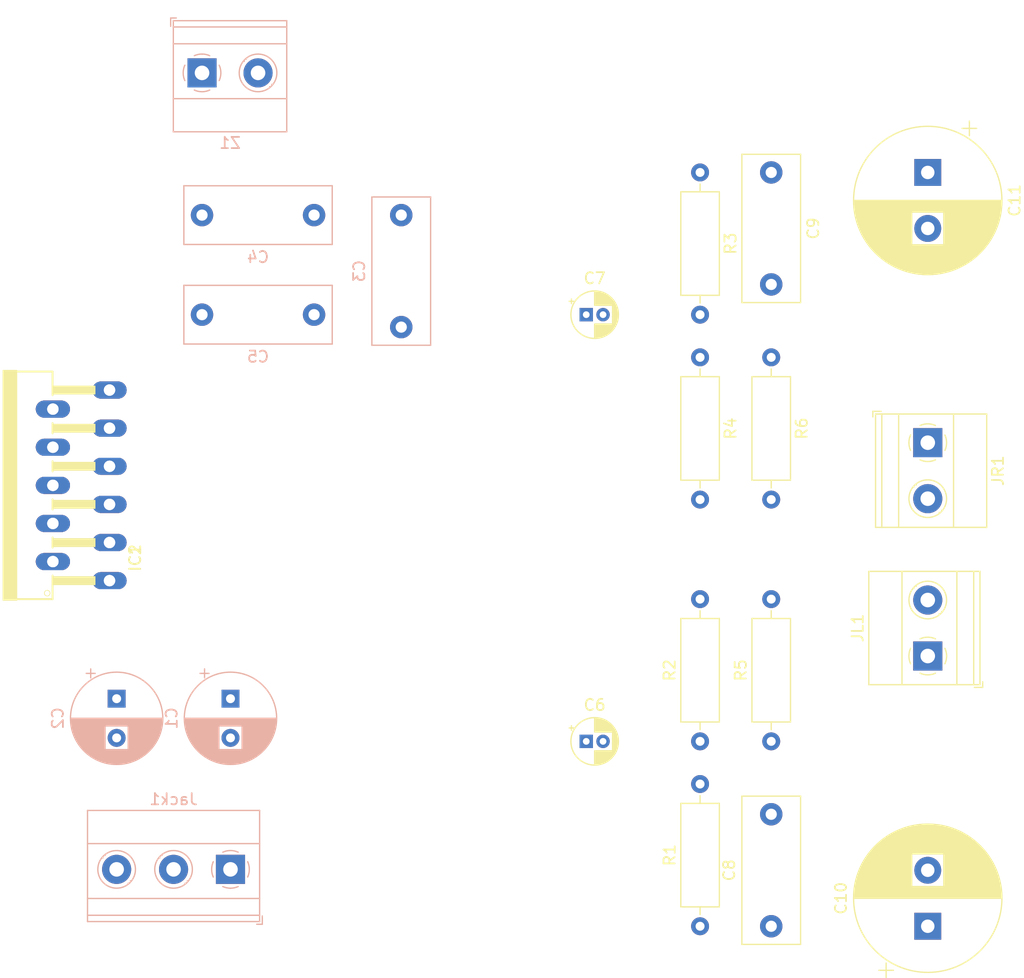
<source format=kicad_pcb>
(kicad_pcb (version 20171130) (host pcbnew "(5.1.12)-1")

  (general
    (thickness 1.6)
    (drawings 0)
    (tracks 0)
    (zones 0)
    (modules 23)
    (nets 20)
  )

  (page A4)
  (layers
    (0 F.Cu signal)
    (31 B.Cu signal)
    (32 B.Adhes user)
    (33 F.Adhes user)
    (34 B.Paste user)
    (35 F.Paste user)
    (36 B.SilkS user)
    (37 F.SilkS user)
    (38 B.Mask user)
    (39 F.Mask user)
    (40 Dwgs.User user)
    (41 Cmts.User user)
    (42 Eco1.User user)
    (43 Eco2.User user)
    (44 Edge.Cuts user)
    (45 Margin user)
    (46 B.CrtYd user)
    (47 F.CrtYd user)
    (48 B.Fab user)
    (49 F.Fab user)
  )

  (setup
    (last_trace_width 0.25)
    (trace_clearance 0.2)
    (zone_clearance 0.508)
    (zone_45_only no)
    (trace_min 0.2)
    (via_size 0.8)
    (via_drill 0.4)
    (via_min_size 0.4)
    (via_min_drill 0.3)
    (uvia_size 0.3)
    (uvia_drill 0.1)
    (uvias_allowed no)
    (uvia_min_size 0.2)
    (uvia_min_drill 0.1)
    (edge_width 0.05)
    (segment_width 0.2)
    (pcb_text_width 0.3)
    (pcb_text_size 1.5 1.5)
    (mod_edge_width 0.12)
    (mod_text_size 1 1)
    (mod_text_width 0.15)
    (pad_size 1.524 1.524)
    (pad_drill 0.762)
    (pad_to_mask_clearance 0)
    (aux_axis_origin 0 0)
    (visible_elements 7FFFFFFF)
    (pcbplotparams
      (layerselection 0x010fc_ffffffff)
      (usegerberextensions false)
      (usegerberattributes true)
      (usegerberadvancedattributes true)
      (creategerberjobfile true)
      (excludeedgelayer true)
      (linewidth 0.100000)
      (plotframeref false)
      (viasonmask false)
      (mode 1)
      (useauxorigin false)
      (hpglpennumber 1)
      (hpglpenspeed 20)
      (hpglpendiameter 15.000000)
      (psnegative false)
      (psa4output false)
      (plotreference true)
      (plotvalue true)
      (plotinvisibletext false)
      (padsonsilk false)
      (subtractmaskfromsilk false)
      (outputformat 1)
      (mirror false)
      (drillshape 1)
      (scaleselection 1)
      (outputdirectory ""))
  )

  (net 0 "")
  (net 1 "Net-(C1-Pad2)")
  (net 2 "Net-(C1-Pad1)")
  (net 3 "Net-(C2-Pad2)")
  (net 4 "Net-(C2-Pad1)")
  (net 5 "Net-(C3-Pad2)")
  (net 6 GND)
  (net 7 +24V)
  (net 8 "Net-(C6-Pad2)")
  (net 9 "Net-(C6-Pad1)")
  (net 10 "Net-(C7-Pad2)")
  (net 11 "Net-(C7-Pad1)")
  (net 12 "Net-(C8-Pad2)")
  (net 13 "Net-(C10-Pad1)")
  (net 14 "Net-(C9-Pad2)")
  (net 15 "Net-(C11-Pad1)")
  (net 16 "Net-(C10-Pad2)")
  (net 17 "Net-(C11-Pad2)")
  (net 18 "Net-(IC1-Pad11)")
  (net 19 "Net-(IC2-Pad7)")

  (net_class Default "This is the default net class."
    (clearance 0.2)
    (trace_width 0.25)
    (via_dia 0.8)
    (via_drill 0.4)
    (uvia_dia 0.3)
    (uvia_drill 0.1)
    (add_net +24V)
    (add_net GND)
    (add_net "Net-(C1-Pad1)")
    (add_net "Net-(C1-Pad2)")
    (add_net "Net-(C10-Pad1)")
    (add_net "Net-(C10-Pad2)")
    (add_net "Net-(C11-Pad1)")
    (add_net "Net-(C11-Pad2)")
    (add_net "Net-(C2-Pad1)")
    (add_net "Net-(C2-Pad2)")
    (add_net "Net-(C3-Pad2)")
    (add_net "Net-(C6-Pad1)")
    (add_net "Net-(C6-Pad2)")
    (add_net "Net-(C7-Pad1)")
    (add_net "Net-(C7-Pad2)")
    (add_net "Net-(C8-Pad2)")
    (add_net "Net-(C9-Pad2)")
    (add_net "Net-(IC1-Pad11)")
    (add_net "Net-(IC2-Pad7)")
  )

  (module Capacitor_THT:CP_Radial_D4.0mm_P1.50mm (layer F.Cu) (tedit 5AE50EF0) (tstamp 61B73886)
    (at 72.39 46.99)
    (descr "CP, Radial series, Radial, pin pitch=1.50mm, , diameter=4mm, Electrolytic Capacitor")
    (tags "CP Radial series Radial pin pitch 1.50mm  diameter 4mm Electrolytic Capacitor")
    (path /61B6CC19)
    (fp_text reference C7 (at 0.75 -3.25) (layer F.SilkS)
      (effects (font (size 1 1) (thickness 0.15)))
    )
    (fp_text value 220uF (at 0.75 3.25) (layer F.Fab)
      (effects (font (size 1 1) (thickness 0.15)))
    )
    (fp_text user %R (at 0.75 0) (layer F.Fab)
      (effects (font (size 0.8 0.8) (thickness 0.12)))
    )
    (fp_circle (center 0.75 0) (end 2.75 0) (layer F.Fab) (width 0.1))
    (fp_circle (center 0.75 0) (end 2.87 0) (layer F.SilkS) (width 0.12))
    (fp_circle (center 0.75 0) (end 3 0) (layer F.CrtYd) (width 0.05))
    (fp_line (start -0.952554 -0.8675) (end -0.552554 -0.8675) (layer F.Fab) (width 0.1))
    (fp_line (start -0.752554 -1.0675) (end -0.752554 -0.6675) (layer F.Fab) (width 0.1))
    (fp_line (start 0.75 0.84) (end 0.75 2.08) (layer F.SilkS) (width 0.12))
    (fp_line (start 0.75 -2.08) (end 0.75 -0.84) (layer F.SilkS) (width 0.12))
    (fp_line (start 0.79 0.84) (end 0.79 2.08) (layer F.SilkS) (width 0.12))
    (fp_line (start 0.79 -2.08) (end 0.79 -0.84) (layer F.SilkS) (width 0.12))
    (fp_line (start 0.83 0.84) (end 0.83 2.079) (layer F.SilkS) (width 0.12))
    (fp_line (start 0.83 -2.079) (end 0.83 -0.84) (layer F.SilkS) (width 0.12))
    (fp_line (start 0.87 -2.077) (end 0.87 -0.84) (layer F.SilkS) (width 0.12))
    (fp_line (start 0.87 0.84) (end 0.87 2.077) (layer F.SilkS) (width 0.12))
    (fp_line (start 0.91 -2.074) (end 0.91 -0.84) (layer F.SilkS) (width 0.12))
    (fp_line (start 0.91 0.84) (end 0.91 2.074) (layer F.SilkS) (width 0.12))
    (fp_line (start 0.95 -2.071) (end 0.95 -0.84) (layer F.SilkS) (width 0.12))
    (fp_line (start 0.95 0.84) (end 0.95 2.071) (layer F.SilkS) (width 0.12))
    (fp_line (start 0.99 -2.067) (end 0.99 -0.84) (layer F.SilkS) (width 0.12))
    (fp_line (start 0.99 0.84) (end 0.99 2.067) (layer F.SilkS) (width 0.12))
    (fp_line (start 1.03 -2.062) (end 1.03 -0.84) (layer F.SilkS) (width 0.12))
    (fp_line (start 1.03 0.84) (end 1.03 2.062) (layer F.SilkS) (width 0.12))
    (fp_line (start 1.07 -2.056) (end 1.07 -0.84) (layer F.SilkS) (width 0.12))
    (fp_line (start 1.07 0.84) (end 1.07 2.056) (layer F.SilkS) (width 0.12))
    (fp_line (start 1.11 -2.05) (end 1.11 -0.84) (layer F.SilkS) (width 0.12))
    (fp_line (start 1.11 0.84) (end 1.11 2.05) (layer F.SilkS) (width 0.12))
    (fp_line (start 1.15 -2.042) (end 1.15 -0.84) (layer F.SilkS) (width 0.12))
    (fp_line (start 1.15 0.84) (end 1.15 2.042) (layer F.SilkS) (width 0.12))
    (fp_line (start 1.19 -2.034) (end 1.19 -0.84) (layer F.SilkS) (width 0.12))
    (fp_line (start 1.19 0.84) (end 1.19 2.034) (layer F.SilkS) (width 0.12))
    (fp_line (start 1.23 -2.025) (end 1.23 -0.84) (layer F.SilkS) (width 0.12))
    (fp_line (start 1.23 0.84) (end 1.23 2.025) (layer F.SilkS) (width 0.12))
    (fp_line (start 1.27 -2.016) (end 1.27 -0.84) (layer F.SilkS) (width 0.12))
    (fp_line (start 1.27 0.84) (end 1.27 2.016) (layer F.SilkS) (width 0.12))
    (fp_line (start 1.31 -2.005) (end 1.31 -0.84) (layer F.SilkS) (width 0.12))
    (fp_line (start 1.31 0.84) (end 1.31 2.005) (layer F.SilkS) (width 0.12))
    (fp_line (start 1.35 -1.994) (end 1.35 -0.84) (layer F.SilkS) (width 0.12))
    (fp_line (start 1.35 0.84) (end 1.35 1.994) (layer F.SilkS) (width 0.12))
    (fp_line (start 1.39 -1.982) (end 1.39 -0.84) (layer F.SilkS) (width 0.12))
    (fp_line (start 1.39 0.84) (end 1.39 1.982) (layer F.SilkS) (width 0.12))
    (fp_line (start 1.43 -1.968) (end 1.43 -0.84) (layer F.SilkS) (width 0.12))
    (fp_line (start 1.43 0.84) (end 1.43 1.968) (layer F.SilkS) (width 0.12))
    (fp_line (start 1.471 -1.954) (end 1.471 -0.84) (layer F.SilkS) (width 0.12))
    (fp_line (start 1.471 0.84) (end 1.471 1.954) (layer F.SilkS) (width 0.12))
    (fp_line (start 1.511 -1.94) (end 1.511 -0.84) (layer F.SilkS) (width 0.12))
    (fp_line (start 1.511 0.84) (end 1.511 1.94) (layer F.SilkS) (width 0.12))
    (fp_line (start 1.551 -1.924) (end 1.551 -0.84) (layer F.SilkS) (width 0.12))
    (fp_line (start 1.551 0.84) (end 1.551 1.924) (layer F.SilkS) (width 0.12))
    (fp_line (start 1.591 -1.907) (end 1.591 -0.84) (layer F.SilkS) (width 0.12))
    (fp_line (start 1.591 0.84) (end 1.591 1.907) (layer F.SilkS) (width 0.12))
    (fp_line (start 1.631 -1.889) (end 1.631 -0.84) (layer F.SilkS) (width 0.12))
    (fp_line (start 1.631 0.84) (end 1.631 1.889) (layer F.SilkS) (width 0.12))
    (fp_line (start 1.671 -1.87) (end 1.671 -0.84) (layer F.SilkS) (width 0.12))
    (fp_line (start 1.671 0.84) (end 1.671 1.87) (layer F.SilkS) (width 0.12))
    (fp_line (start 1.711 -1.851) (end 1.711 -0.84) (layer F.SilkS) (width 0.12))
    (fp_line (start 1.711 0.84) (end 1.711 1.851) (layer F.SilkS) (width 0.12))
    (fp_line (start 1.751 -1.83) (end 1.751 -0.84) (layer F.SilkS) (width 0.12))
    (fp_line (start 1.751 0.84) (end 1.751 1.83) (layer F.SilkS) (width 0.12))
    (fp_line (start 1.791 -1.808) (end 1.791 -0.84) (layer F.SilkS) (width 0.12))
    (fp_line (start 1.791 0.84) (end 1.791 1.808) (layer F.SilkS) (width 0.12))
    (fp_line (start 1.831 -1.785) (end 1.831 -0.84) (layer F.SilkS) (width 0.12))
    (fp_line (start 1.831 0.84) (end 1.831 1.785) (layer F.SilkS) (width 0.12))
    (fp_line (start 1.871 -1.76) (end 1.871 -0.84) (layer F.SilkS) (width 0.12))
    (fp_line (start 1.871 0.84) (end 1.871 1.76) (layer F.SilkS) (width 0.12))
    (fp_line (start 1.911 -1.735) (end 1.911 -0.84) (layer F.SilkS) (width 0.12))
    (fp_line (start 1.911 0.84) (end 1.911 1.735) (layer F.SilkS) (width 0.12))
    (fp_line (start 1.951 -1.708) (end 1.951 -0.84) (layer F.SilkS) (width 0.12))
    (fp_line (start 1.951 0.84) (end 1.951 1.708) (layer F.SilkS) (width 0.12))
    (fp_line (start 1.991 -1.68) (end 1.991 -0.84) (layer F.SilkS) (width 0.12))
    (fp_line (start 1.991 0.84) (end 1.991 1.68) (layer F.SilkS) (width 0.12))
    (fp_line (start 2.031 -1.65) (end 2.031 -0.84) (layer F.SilkS) (width 0.12))
    (fp_line (start 2.031 0.84) (end 2.031 1.65) (layer F.SilkS) (width 0.12))
    (fp_line (start 2.071 -1.619) (end 2.071 -0.84) (layer F.SilkS) (width 0.12))
    (fp_line (start 2.071 0.84) (end 2.071 1.619) (layer F.SilkS) (width 0.12))
    (fp_line (start 2.111 -1.587) (end 2.111 -0.84) (layer F.SilkS) (width 0.12))
    (fp_line (start 2.111 0.84) (end 2.111 1.587) (layer F.SilkS) (width 0.12))
    (fp_line (start 2.151 -1.552) (end 2.151 -0.84) (layer F.SilkS) (width 0.12))
    (fp_line (start 2.151 0.84) (end 2.151 1.552) (layer F.SilkS) (width 0.12))
    (fp_line (start 2.191 -1.516) (end 2.191 -0.84) (layer F.SilkS) (width 0.12))
    (fp_line (start 2.191 0.84) (end 2.191 1.516) (layer F.SilkS) (width 0.12))
    (fp_line (start 2.231 -1.478) (end 2.231 -0.84) (layer F.SilkS) (width 0.12))
    (fp_line (start 2.231 0.84) (end 2.231 1.478) (layer F.SilkS) (width 0.12))
    (fp_line (start 2.271 -1.438) (end 2.271 -0.84) (layer F.SilkS) (width 0.12))
    (fp_line (start 2.271 0.84) (end 2.271 1.438) (layer F.SilkS) (width 0.12))
    (fp_line (start 2.311 -1.396) (end 2.311 -0.84) (layer F.SilkS) (width 0.12))
    (fp_line (start 2.311 0.84) (end 2.311 1.396) (layer F.SilkS) (width 0.12))
    (fp_line (start 2.351 -1.351) (end 2.351 1.351) (layer F.SilkS) (width 0.12))
    (fp_line (start 2.391 -1.304) (end 2.391 1.304) (layer F.SilkS) (width 0.12))
    (fp_line (start 2.431 -1.254) (end 2.431 1.254) (layer F.SilkS) (width 0.12))
    (fp_line (start 2.471 -1.2) (end 2.471 1.2) (layer F.SilkS) (width 0.12))
    (fp_line (start 2.511 -1.142) (end 2.511 1.142) (layer F.SilkS) (width 0.12))
    (fp_line (start 2.551 -1.08) (end 2.551 1.08) (layer F.SilkS) (width 0.12))
    (fp_line (start 2.591 -1.013) (end 2.591 1.013) (layer F.SilkS) (width 0.12))
    (fp_line (start 2.631 -0.94) (end 2.631 0.94) (layer F.SilkS) (width 0.12))
    (fp_line (start 2.671 -0.859) (end 2.671 0.859) (layer F.SilkS) (width 0.12))
    (fp_line (start 2.711 -0.768) (end 2.711 0.768) (layer F.SilkS) (width 0.12))
    (fp_line (start 2.751 -0.664) (end 2.751 0.664) (layer F.SilkS) (width 0.12))
    (fp_line (start 2.791 -0.537) (end 2.791 0.537) (layer F.SilkS) (width 0.12))
    (fp_line (start 2.831 -0.37) (end 2.831 0.37) (layer F.SilkS) (width 0.12))
    (fp_line (start -1.519801 -1.195) (end -1.119801 -1.195) (layer F.SilkS) (width 0.12))
    (fp_line (start -1.319801 -1.395) (end -1.319801 -0.995) (layer F.SilkS) (width 0.12))
    (pad 2 thru_hole circle (at 1.5 0) (size 1.2 1.2) (drill 0.6) (layers *.Cu *.Mask)
      (net 10 "Net-(C7-Pad2)"))
    (pad 1 thru_hole rect (at 0 0) (size 1.2 1.2) (drill 0.6) (layers *.Cu *.Mask)
      (net 11 "Net-(C7-Pad1)"))
    (model ${KISYS3DMOD}/Capacitor_THT.3dshapes/CP_Radial_D4.0mm_P1.50mm.wrl
      (at (xyz 0 0 0))
      (scale (xyz 1 1 1))
      (rotate (xyz 0 0 0))
    )
  )

  (module Capacitor_THT:CP_Radial_D4.0mm_P1.50mm (layer F.Cu) (tedit 5AE50EF0) (tstamp 61B79AD7)
    (at 72.39 85.09)
    (descr "CP, Radial series, Radial, pin pitch=1.50mm, , diameter=4mm, Electrolytic Capacitor")
    (tags "CP Radial series Radial pin pitch 1.50mm  diameter 4mm Electrolytic Capacitor")
    (path /61B7417F)
    (fp_text reference C6 (at 0.75 -3.25) (layer F.SilkS)
      (effects (font (size 1 1) (thickness 0.15)))
    )
    (fp_text value 220uF (at 0.75 3.25) (layer F.Fab)
      (effects (font (size 1 1) (thickness 0.15)))
    )
    (fp_text user %R (at 0.75 0) (layer F.Fab)
      (effects (font (size 0.8 0.8) (thickness 0.12)))
    )
    (fp_circle (center 0.75 0) (end 2.75 0) (layer F.Fab) (width 0.1))
    (fp_circle (center 0.75 0) (end 2.87 0) (layer F.SilkS) (width 0.12))
    (fp_circle (center 0.75 0) (end 3 0) (layer F.CrtYd) (width 0.05))
    (fp_line (start -0.952554 -0.8675) (end -0.552554 -0.8675) (layer F.Fab) (width 0.1))
    (fp_line (start -0.752554 -1.0675) (end -0.752554 -0.6675) (layer F.Fab) (width 0.1))
    (fp_line (start 0.75 0.84) (end 0.75 2.08) (layer F.SilkS) (width 0.12))
    (fp_line (start 0.75 -2.08) (end 0.75 -0.84) (layer F.SilkS) (width 0.12))
    (fp_line (start 0.79 0.84) (end 0.79 2.08) (layer F.SilkS) (width 0.12))
    (fp_line (start 0.79 -2.08) (end 0.79 -0.84) (layer F.SilkS) (width 0.12))
    (fp_line (start 0.83 0.84) (end 0.83 2.079) (layer F.SilkS) (width 0.12))
    (fp_line (start 0.83 -2.079) (end 0.83 -0.84) (layer F.SilkS) (width 0.12))
    (fp_line (start 0.87 -2.077) (end 0.87 -0.84) (layer F.SilkS) (width 0.12))
    (fp_line (start 0.87 0.84) (end 0.87 2.077) (layer F.SilkS) (width 0.12))
    (fp_line (start 0.91 -2.074) (end 0.91 -0.84) (layer F.SilkS) (width 0.12))
    (fp_line (start 0.91 0.84) (end 0.91 2.074) (layer F.SilkS) (width 0.12))
    (fp_line (start 0.95 -2.071) (end 0.95 -0.84) (layer F.SilkS) (width 0.12))
    (fp_line (start 0.95 0.84) (end 0.95 2.071) (layer F.SilkS) (width 0.12))
    (fp_line (start 0.99 -2.067) (end 0.99 -0.84) (layer F.SilkS) (width 0.12))
    (fp_line (start 0.99 0.84) (end 0.99 2.067) (layer F.SilkS) (width 0.12))
    (fp_line (start 1.03 -2.062) (end 1.03 -0.84) (layer F.SilkS) (width 0.12))
    (fp_line (start 1.03 0.84) (end 1.03 2.062) (layer F.SilkS) (width 0.12))
    (fp_line (start 1.07 -2.056) (end 1.07 -0.84) (layer F.SilkS) (width 0.12))
    (fp_line (start 1.07 0.84) (end 1.07 2.056) (layer F.SilkS) (width 0.12))
    (fp_line (start 1.11 -2.05) (end 1.11 -0.84) (layer F.SilkS) (width 0.12))
    (fp_line (start 1.11 0.84) (end 1.11 2.05) (layer F.SilkS) (width 0.12))
    (fp_line (start 1.15 -2.042) (end 1.15 -0.84) (layer F.SilkS) (width 0.12))
    (fp_line (start 1.15 0.84) (end 1.15 2.042) (layer F.SilkS) (width 0.12))
    (fp_line (start 1.19 -2.034) (end 1.19 -0.84) (layer F.SilkS) (width 0.12))
    (fp_line (start 1.19 0.84) (end 1.19 2.034) (layer F.SilkS) (width 0.12))
    (fp_line (start 1.23 -2.025) (end 1.23 -0.84) (layer F.SilkS) (width 0.12))
    (fp_line (start 1.23 0.84) (end 1.23 2.025) (layer F.SilkS) (width 0.12))
    (fp_line (start 1.27 -2.016) (end 1.27 -0.84) (layer F.SilkS) (width 0.12))
    (fp_line (start 1.27 0.84) (end 1.27 2.016) (layer F.SilkS) (width 0.12))
    (fp_line (start 1.31 -2.005) (end 1.31 -0.84) (layer F.SilkS) (width 0.12))
    (fp_line (start 1.31 0.84) (end 1.31 2.005) (layer F.SilkS) (width 0.12))
    (fp_line (start 1.35 -1.994) (end 1.35 -0.84) (layer F.SilkS) (width 0.12))
    (fp_line (start 1.35 0.84) (end 1.35 1.994) (layer F.SilkS) (width 0.12))
    (fp_line (start 1.39 -1.982) (end 1.39 -0.84) (layer F.SilkS) (width 0.12))
    (fp_line (start 1.39 0.84) (end 1.39 1.982) (layer F.SilkS) (width 0.12))
    (fp_line (start 1.43 -1.968) (end 1.43 -0.84) (layer F.SilkS) (width 0.12))
    (fp_line (start 1.43 0.84) (end 1.43 1.968) (layer F.SilkS) (width 0.12))
    (fp_line (start 1.471 -1.954) (end 1.471 -0.84) (layer F.SilkS) (width 0.12))
    (fp_line (start 1.471 0.84) (end 1.471 1.954) (layer F.SilkS) (width 0.12))
    (fp_line (start 1.511 -1.94) (end 1.511 -0.84) (layer F.SilkS) (width 0.12))
    (fp_line (start 1.511 0.84) (end 1.511 1.94) (layer F.SilkS) (width 0.12))
    (fp_line (start 1.551 -1.924) (end 1.551 -0.84) (layer F.SilkS) (width 0.12))
    (fp_line (start 1.551 0.84) (end 1.551 1.924) (layer F.SilkS) (width 0.12))
    (fp_line (start 1.591 -1.907) (end 1.591 -0.84) (layer F.SilkS) (width 0.12))
    (fp_line (start 1.591 0.84) (end 1.591 1.907) (layer F.SilkS) (width 0.12))
    (fp_line (start 1.631 -1.889) (end 1.631 -0.84) (layer F.SilkS) (width 0.12))
    (fp_line (start 1.631 0.84) (end 1.631 1.889) (layer F.SilkS) (width 0.12))
    (fp_line (start 1.671 -1.87) (end 1.671 -0.84) (layer F.SilkS) (width 0.12))
    (fp_line (start 1.671 0.84) (end 1.671 1.87) (layer F.SilkS) (width 0.12))
    (fp_line (start 1.711 -1.851) (end 1.711 -0.84) (layer F.SilkS) (width 0.12))
    (fp_line (start 1.711 0.84) (end 1.711 1.851) (layer F.SilkS) (width 0.12))
    (fp_line (start 1.751 -1.83) (end 1.751 -0.84) (layer F.SilkS) (width 0.12))
    (fp_line (start 1.751 0.84) (end 1.751 1.83) (layer F.SilkS) (width 0.12))
    (fp_line (start 1.791 -1.808) (end 1.791 -0.84) (layer F.SilkS) (width 0.12))
    (fp_line (start 1.791 0.84) (end 1.791 1.808) (layer F.SilkS) (width 0.12))
    (fp_line (start 1.831 -1.785) (end 1.831 -0.84) (layer F.SilkS) (width 0.12))
    (fp_line (start 1.831 0.84) (end 1.831 1.785) (layer F.SilkS) (width 0.12))
    (fp_line (start 1.871 -1.76) (end 1.871 -0.84) (layer F.SilkS) (width 0.12))
    (fp_line (start 1.871 0.84) (end 1.871 1.76) (layer F.SilkS) (width 0.12))
    (fp_line (start 1.911 -1.735) (end 1.911 -0.84) (layer F.SilkS) (width 0.12))
    (fp_line (start 1.911 0.84) (end 1.911 1.735) (layer F.SilkS) (width 0.12))
    (fp_line (start 1.951 -1.708) (end 1.951 -0.84) (layer F.SilkS) (width 0.12))
    (fp_line (start 1.951 0.84) (end 1.951 1.708) (layer F.SilkS) (width 0.12))
    (fp_line (start 1.991 -1.68) (end 1.991 -0.84) (layer F.SilkS) (width 0.12))
    (fp_line (start 1.991 0.84) (end 1.991 1.68) (layer F.SilkS) (width 0.12))
    (fp_line (start 2.031 -1.65) (end 2.031 -0.84) (layer F.SilkS) (width 0.12))
    (fp_line (start 2.031 0.84) (end 2.031 1.65) (layer F.SilkS) (width 0.12))
    (fp_line (start 2.071 -1.619) (end 2.071 -0.84) (layer F.SilkS) (width 0.12))
    (fp_line (start 2.071 0.84) (end 2.071 1.619) (layer F.SilkS) (width 0.12))
    (fp_line (start 2.111 -1.587) (end 2.111 -0.84) (layer F.SilkS) (width 0.12))
    (fp_line (start 2.111 0.84) (end 2.111 1.587) (layer F.SilkS) (width 0.12))
    (fp_line (start 2.151 -1.552) (end 2.151 -0.84) (layer F.SilkS) (width 0.12))
    (fp_line (start 2.151 0.84) (end 2.151 1.552) (layer F.SilkS) (width 0.12))
    (fp_line (start 2.191 -1.516) (end 2.191 -0.84) (layer F.SilkS) (width 0.12))
    (fp_line (start 2.191 0.84) (end 2.191 1.516) (layer F.SilkS) (width 0.12))
    (fp_line (start 2.231 -1.478) (end 2.231 -0.84) (layer F.SilkS) (width 0.12))
    (fp_line (start 2.231 0.84) (end 2.231 1.478) (layer F.SilkS) (width 0.12))
    (fp_line (start 2.271 -1.438) (end 2.271 -0.84) (layer F.SilkS) (width 0.12))
    (fp_line (start 2.271 0.84) (end 2.271 1.438) (layer F.SilkS) (width 0.12))
    (fp_line (start 2.311 -1.396) (end 2.311 -0.84) (layer F.SilkS) (width 0.12))
    (fp_line (start 2.311 0.84) (end 2.311 1.396) (layer F.SilkS) (width 0.12))
    (fp_line (start 2.351 -1.351) (end 2.351 1.351) (layer F.SilkS) (width 0.12))
    (fp_line (start 2.391 -1.304) (end 2.391 1.304) (layer F.SilkS) (width 0.12))
    (fp_line (start 2.431 -1.254) (end 2.431 1.254) (layer F.SilkS) (width 0.12))
    (fp_line (start 2.471 -1.2) (end 2.471 1.2) (layer F.SilkS) (width 0.12))
    (fp_line (start 2.511 -1.142) (end 2.511 1.142) (layer F.SilkS) (width 0.12))
    (fp_line (start 2.551 -1.08) (end 2.551 1.08) (layer F.SilkS) (width 0.12))
    (fp_line (start 2.591 -1.013) (end 2.591 1.013) (layer F.SilkS) (width 0.12))
    (fp_line (start 2.631 -0.94) (end 2.631 0.94) (layer F.SilkS) (width 0.12))
    (fp_line (start 2.671 -0.859) (end 2.671 0.859) (layer F.SilkS) (width 0.12))
    (fp_line (start 2.711 -0.768) (end 2.711 0.768) (layer F.SilkS) (width 0.12))
    (fp_line (start 2.751 -0.664) (end 2.751 0.664) (layer F.SilkS) (width 0.12))
    (fp_line (start 2.791 -0.537) (end 2.791 0.537) (layer F.SilkS) (width 0.12))
    (fp_line (start 2.831 -0.37) (end 2.831 0.37) (layer F.SilkS) (width 0.12))
    (fp_line (start -1.519801 -1.195) (end -1.119801 -1.195) (layer F.SilkS) (width 0.12))
    (fp_line (start -1.319801 -1.395) (end -1.319801 -0.995) (layer F.SilkS) (width 0.12))
    (pad 2 thru_hole circle (at 1.5 0) (size 1.2 1.2) (drill 0.6) (layers *.Cu *.Mask)
      (net 8 "Net-(C6-Pad2)"))
    (pad 1 thru_hole rect (at 0 0) (size 1.2 1.2) (drill 0.6) (layers *.Cu *.Mask)
      (net 9 "Net-(C6-Pad1)"))
    (model ${KISYS3DMOD}/Capacitor_THT.3dshapes/CP_Radial_D4.0mm_P1.50mm.wrl
      (at (xyz 0 0 0))
      (scale (xyz 1 1 1))
      (rotate (xyz 0 0 0))
    )
  )

  (module TerminalBlock_Phoenix:TerminalBlock_Phoenix_MKDS-1,5-2_1x02_P5.00mm_Horizontal (layer B.Cu) (tedit 5B294EE5) (tstamp 61B73C3B)
    (at 38.1 25.4)
    (descr "Terminal Block Phoenix MKDS-1,5-2, 2 pins, pitch 5mm, size 10x9.8mm^2, drill diamater 1.3mm, pad diameter 2.6mm, see http://www.farnell.com/datasheets/100425.pdf, script-generated using https://github.com/pointhi/kicad-footprint-generator/scripts/TerminalBlock_Phoenix")
    (tags "THT Terminal Block Phoenix MKDS-1,5-2 pitch 5mm size 10x9.8mm^2 drill 1.3mm pad 2.6mm")
    (path /61C0776B)
    (fp_text reference Z1 (at 2.5 6.26) (layer B.SilkS)
      (effects (font (size 1 1) (thickness 0.15)) (justify mirror))
    )
    (fp_text value Conn_01x02 (at 2.5 -5.66) (layer B.Fab)
      (effects (font (size 1 1) (thickness 0.15)) (justify mirror))
    )
    (fp_line (start 8 5.71) (end -3 5.71) (layer B.CrtYd) (width 0.05))
    (fp_line (start 8 -5.1) (end 8 5.71) (layer B.CrtYd) (width 0.05))
    (fp_line (start -3 -5.1) (end 8 -5.1) (layer B.CrtYd) (width 0.05))
    (fp_line (start -3 5.71) (end -3 -5.1) (layer B.CrtYd) (width 0.05))
    (fp_line (start -2.8 -4.9) (end -2.3 -4.9) (layer B.SilkS) (width 0.12))
    (fp_line (start -2.8 -4.16) (end -2.8 -4.9) (layer B.SilkS) (width 0.12))
    (fp_line (start 3.773 -1.023) (end 3.726 -1.069) (layer B.SilkS) (width 0.12))
    (fp_line (start 6.07 1.275) (end 6.035 1.239) (layer B.SilkS) (width 0.12))
    (fp_line (start 3.966 -1.239) (end 3.931 -1.274) (layer B.SilkS) (width 0.12))
    (fp_line (start 6.275 1.069) (end 6.228 1.023) (layer B.SilkS) (width 0.12))
    (fp_line (start 5.955 1.138) (end 3.863 -0.955) (layer B.Fab) (width 0.1))
    (fp_line (start 6.138 0.955) (end 4.046 -1.138) (layer B.Fab) (width 0.1))
    (fp_line (start 0.955 1.138) (end -1.138 -0.955) (layer B.Fab) (width 0.1))
    (fp_line (start 1.138 0.955) (end -0.955 -1.138) (layer B.Fab) (width 0.1))
    (fp_line (start 7.56 5.261) (end 7.56 -4.66) (layer B.SilkS) (width 0.12))
    (fp_line (start -2.56 5.261) (end -2.56 -4.66) (layer B.SilkS) (width 0.12))
    (fp_line (start -2.56 -4.66) (end 7.56 -4.66) (layer B.SilkS) (width 0.12))
    (fp_line (start -2.56 5.261) (end 7.56 5.261) (layer B.SilkS) (width 0.12))
    (fp_line (start -2.56 2.301) (end 7.56 2.301) (layer B.SilkS) (width 0.12))
    (fp_line (start -2.5 2.3) (end 7.5 2.3) (layer B.Fab) (width 0.1))
    (fp_line (start -2.56 -2.6) (end 7.56 -2.6) (layer B.SilkS) (width 0.12))
    (fp_line (start -2.5 -2.6) (end 7.5 -2.6) (layer B.Fab) (width 0.1))
    (fp_line (start -2.56 -4.1) (end 7.56 -4.1) (layer B.SilkS) (width 0.12))
    (fp_line (start -2.5 -4.1) (end 7.5 -4.1) (layer B.Fab) (width 0.1))
    (fp_line (start -2.5 -4.1) (end -2.5 5.2) (layer B.Fab) (width 0.1))
    (fp_line (start -2 -4.6) (end -2.5 -4.1) (layer B.Fab) (width 0.1))
    (fp_line (start 7.5 -4.6) (end -2 -4.6) (layer B.Fab) (width 0.1))
    (fp_line (start 7.5 5.2) (end 7.5 -4.6) (layer B.Fab) (width 0.1))
    (fp_line (start -2.5 5.2) (end 7.5 5.2) (layer B.Fab) (width 0.1))
    (fp_circle (center 5 0) (end 6.68 0) (layer B.SilkS) (width 0.12))
    (fp_circle (center 5 0) (end 6.5 0) (layer B.Fab) (width 0.1))
    (fp_circle (center 0 0) (end 1.5 0) (layer B.Fab) (width 0.1))
    (fp_text user %R (at 2.5 -3.2) (layer B.Fab)
      (effects (font (size 1 1) (thickness 0.15)) (justify mirror))
    )
    (fp_arc (start 0 0) (end -0.684 -1.535) (angle 25) (layer B.SilkS) (width 0.12))
    (fp_arc (start 0 0) (end -1.535 0.684) (angle 48) (layer B.SilkS) (width 0.12))
    (fp_arc (start 0 0) (end 0.684 1.535) (angle 48) (layer B.SilkS) (width 0.12))
    (fp_arc (start 0 0) (end 1.535 -0.684) (angle 48) (layer B.SilkS) (width 0.12))
    (fp_arc (start 0 0) (end 0 -1.68) (angle 24) (layer B.SilkS) (width 0.12))
    (pad 2 thru_hole circle (at 5 0) (size 2.6 2.6) (drill 1.3) (layers *.Cu *.Mask)
      (net 6 GND))
    (pad 1 thru_hole rect (at 0 0) (size 2.6 2.6) (drill 1.3) (layers *.Cu *.Mask)
      (net 7 +24V))
    (model ${KISYS3DMOD}/TerminalBlock_Phoenix.3dshapes/TerminalBlock_Phoenix_MKDS-1,5-2_1x02_P5.00mm_Horizontal.wrl
      (at (xyz 0 0 0))
      (scale (xyz 1 1 1))
      (rotate (xyz 0 0 0))
    )
  )

  (module Resistor_THT:R_Axial_DIN0309_L9.0mm_D3.2mm_P12.70mm_Horizontal (layer F.Cu) (tedit 5AE5139B) (tstamp 61B73C0F)
    (at 88.9 50.8 270)
    (descr "Resistor, Axial_DIN0309 series, Axial, Horizontal, pin pitch=12.7mm, 0.5W = 1/2W, length*diameter=9*3.2mm^2, http://cdn-reichelt.de/documents/datenblatt/B400/1_4W%23YAG.pdf")
    (tags "Resistor Axial_DIN0309 series Axial Horizontal pin pitch 12.7mm 0.5W = 1/2W length 9mm diameter 3.2mm")
    (path /61B6ED1E)
    (fp_text reference R6 (at 6.35 -2.72 90) (layer F.SilkS)
      (effects (font (size 1 1) (thickness 0.15)))
    )
    (fp_text value 1Ω (at 6.35 2.72 90) (layer F.Fab)
      (effects (font (size 1 1) (thickness 0.15)))
    )
    (fp_line (start 13.75 -1.85) (end -1.05 -1.85) (layer F.CrtYd) (width 0.05))
    (fp_line (start 13.75 1.85) (end 13.75 -1.85) (layer F.CrtYd) (width 0.05))
    (fp_line (start -1.05 1.85) (end 13.75 1.85) (layer F.CrtYd) (width 0.05))
    (fp_line (start -1.05 -1.85) (end -1.05 1.85) (layer F.CrtYd) (width 0.05))
    (fp_line (start 11.66 0) (end 10.97 0) (layer F.SilkS) (width 0.12))
    (fp_line (start 1.04 0) (end 1.73 0) (layer F.SilkS) (width 0.12))
    (fp_line (start 10.97 -1.72) (end 1.73 -1.72) (layer F.SilkS) (width 0.12))
    (fp_line (start 10.97 1.72) (end 10.97 -1.72) (layer F.SilkS) (width 0.12))
    (fp_line (start 1.73 1.72) (end 10.97 1.72) (layer F.SilkS) (width 0.12))
    (fp_line (start 1.73 -1.72) (end 1.73 1.72) (layer F.SilkS) (width 0.12))
    (fp_line (start 12.7 0) (end 10.85 0) (layer F.Fab) (width 0.1))
    (fp_line (start 0 0) (end 1.85 0) (layer F.Fab) (width 0.1))
    (fp_line (start 10.85 -1.6) (end 1.85 -1.6) (layer F.Fab) (width 0.1))
    (fp_line (start 10.85 1.6) (end 10.85 -1.6) (layer F.Fab) (width 0.1))
    (fp_line (start 1.85 1.6) (end 10.85 1.6) (layer F.Fab) (width 0.1))
    (fp_line (start 1.85 -1.6) (end 1.85 1.6) (layer F.Fab) (width 0.1))
    (fp_text user %R (at 6.35 0 90) (layer F.Fab)
      (effects (font (size 1 1) (thickness 0.15)))
    )
    (pad 2 thru_hole oval (at 12.7 0 270) (size 1.6 1.6) (drill 0.8) (layers *.Cu *.Mask)
      (net 6 GND))
    (pad 1 thru_hole circle (at 0 0 270) (size 1.6 1.6) (drill 0.8) (layers *.Cu *.Mask)
      (net 14 "Net-(C9-Pad2)"))
    (model ${KISYS3DMOD}/Resistor_THT.3dshapes/R_Axial_DIN0309_L9.0mm_D3.2mm_P12.70mm_Horizontal.wrl
      (at (xyz 0 0 0))
      (scale (xyz 1 1 1))
      (rotate (xyz 0 0 0))
    )
  )

  (module Resistor_THT:R_Axial_DIN0309_L9.0mm_D3.2mm_P12.70mm_Horizontal (layer F.Cu) (tedit 5AE5139B) (tstamp 61B73BF8)
    (at 88.9 85.09 90)
    (descr "Resistor, Axial_DIN0309 series, Axial, Horizontal, pin pitch=12.7mm, 0.5W = 1/2W, length*diameter=9*3.2mm^2, http://cdn-reichelt.de/documents/datenblatt/B400/1_4W%23YAG.pdf")
    (tags "Resistor Axial_DIN0309 series Axial Horizontal pin pitch 12.7mm 0.5W = 1/2W length 9mm diameter 3.2mm")
    (path /61B7418B)
    (fp_text reference R5 (at 6.35 -2.72 90) (layer F.SilkS)
      (effects (font (size 1 1) (thickness 0.15)))
    )
    (fp_text value 1Ω (at 6.35 2.72 90) (layer F.Fab)
      (effects (font (size 1 1) (thickness 0.15)))
    )
    (fp_line (start 13.75 -1.85) (end -1.05 -1.85) (layer F.CrtYd) (width 0.05))
    (fp_line (start 13.75 1.85) (end 13.75 -1.85) (layer F.CrtYd) (width 0.05))
    (fp_line (start -1.05 1.85) (end 13.75 1.85) (layer F.CrtYd) (width 0.05))
    (fp_line (start -1.05 -1.85) (end -1.05 1.85) (layer F.CrtYd) (width 0.05))
    (fp_line (start 11.66 0) (end 10.97 0) (layer F.SilkS) (width 0.12))
    (fp_line (start 1.04 0) (end 1.73 0) (layer F.SilkS) (width 0.12))
    (fp_line (start 10.97 -1.72) (end 1.73 -1.72) (layer F.SilkS) (width 0.12))
    (fp_line (start 10.97 1.72) (end 10.97 -1.72) (layer F.SilkS) (width 0.12))
    (fp_line (start 1.73 1.72) (end 10.97 1.72) (layer F.SilkS) (width 0.12))
    (fp_line (start 1.73 -1.72) (end 1.73 1.72) (layer F.SilkS) (width 0.12))
    (fp_line (start 12.7 0) (end 10.85 0) (layer F.Fab) (width 0.1))
    (fp_line (start 0 0) (end 1.85 0) (layer F.Fab) (width 0.1))
    (fp_line (start 10.85 -1.6) (end 1.85 -1.6) (layer F.Fab) (width 0.1))
    (fp_line (start 10.85 1.6) (end 10.85 -1.6) (layer F.Fab) (width 0.1))
    (fp_line (start 1.85 1.6) (end 10.85 1.6) (layer F.Fab) (width 0.1))
    (fp_line (start 1.85 -1.6) (end 1.85 1.6) (layer F.Fab) (width 0.1))
    (fp_text user %R (at 6.35 0 90) (layer F.Fab)
      (effects (font (size 1 1) (thickness 0.15)))
    )
    (pad 2 thru_hole oval (at 12.7 0 90) (size 1.6 1.6) (drill 0.8) (layers *.Cu *.Mask)
      (net 6 GND))
    (pad 1 thru_hole circle (at 0 0 90) (size 1.6 1.6) (drill 0.8) (layers *.Cu *.Mask)
      (net 12 "Net-(C8-Pad2)"))
    (model ${KISYS3DMOD}/Resistor_THT.3dshapes/R_Axial_DIN0309_L9.0mm_D3.2mm_P12.70mm_Horizontal.wrl
      (at (xyz 0 0 0))
      (scale (xyz 1 1 1))
      (rotate (xyz 0 0 0))
    )
  )

  (module Resistor_THT:R_Axial_DIN0309_L9.0mm_D3.2mm_P12.70mm_Horizontal (layer F.Cu) (tedit 5AE5139B) (tstamp 61B73BE1)
    (at 82.55 50.8 270)
    (descr "Resistor, Axial_DIN0309 series, Axial, Horizontal, pin pitch=12.7mm, 0.5W = 1/2W, length*diameter=9*3.2mm^2, http://cdn-reichelt.de/documents/datenblatt/B400/1_4W%23YAG.pdf")
    (tags "Resistor Axial_DIN0309 series Axial Horizontal pin pitch 12.7mm 0.5W = 1/2W length 9mm diameter 3.2mm")
    (path /61B6E985)
    (fp_text reference R4 (at 6.35 -2.72 90) (layer F.SilkS)
      (effects (font (size 1 1) (thickness 0.15)))
    )
    (fp_text value 18Ω (at 6.35 2.72 90) (layer F.Fab)
      (effects (font (size 1 1) (thickness 0.15)))
    )
    (fp_line (start 13.75 -1.85) (end -1.05 -1.85) (layer F.CrtYd) (width 0.05))
    (fp_line (start 13.75 1.85) (end 13.75 -1.85) (layer F.CrtYd) (width 0.05))
    (fp_line (start -1.05 1.85) (end 13.75 1.85) (layer F.CrtYd) (width 0.05))
    (fp_line (start -1.05 -1.85) (end -1.05 1.85) (layer F.CrtYd) (width 0.05))
    (fp_line (start 11.66 0) (end 10.97 0) (layer F.SilkS) (width 0.12))
    (fp_line (start 1.04 0) (end 1.73 0) (layer F.SilkS) (width 0.12))
    (fp_line (start 10.97 -1.72) (end 1.73 -1.72) (layer F.SilkS) (width 0.12))
    (fp_line (start 10.97 1.72) (end 10.97 -1.72) (layer F.SilkS) (width 0.12))
    (fp_line (start 1.73 1.72) (end 10.97 1.72) (layer F.SilkS) (width 0.12))
    (fp_line (start 1.73 -1.72) (end 1.73 1.72) (layer F.SilkS) (width 0.12))
    (fp_line (start 12.7 0) (end 10.85 0) (layer F.Fab) (width 0.1))
    (fp_line (start 0 0) (end 1.85 0) (layer F.Fab) (width 0.1))
    (fp_line (start 10.85 -1.6) (end 1.85 -1.6) (layer F.Fab) (width 0.1))
    (fp_line (start 10.85 1.6) (end 10.85 -1.6) (layer F.Fab) (width 0.1))
    (fp_line (start 1.85 1.6) (end 10.85 1.6) (layer F.Fab) (width 0.1))
    (fp_line (start 1.85 -1.6) (end 1.85 1.6) (layer F.Fab) (width 0.1))
    (fp_text user %R (at 6.35 0 90) (layer F.Fab)
      (effects (font (size 1 1) (thickness 0.15)))
    )
    (pad 2 thru_hole oval (at 12.7 0 270) (size 1.6 1.6) (drill 0.8) (layers *.Cu *.Mask)
      (net 6 GND))
    (pad 1 thru_hole circle (at 0 0 270) (size 1.6 1.6) (drill 0.8) (layers *.Cu *.Mask)
      (net 10 "Net-(C7-Pad2)"))
    (model ${KISYS3DMOD}/Resistor_THT.3dshapes/R_Axial_DIN0309_L9.0mm_D3.2mm_P12.70mm_Horizontal.wrl
      (at (xyz 0 0 0))
      (scale (xyz 1 1 1))
      (rotate (xyz 0 0 0))
    )
  )

  (module Resistor_THT:R_Axial_DIN0309_L9.0mm_D3.2mm_P12.70mm_Horizontal (layer F.Cu) (tedit 5AE5139B) (tstamp 61B73BCA)
    (at 82.55 34.29 270)
    (descr "Resistor, Axial_DIN0309 series, Axial, Horizontal, pin pitch=12.7mm, 0.5W = 1/2W, length*diameter=9*3.2mm^2, http://cdn-reichelt.de/documents/datenblatt/B400/1_4W%23YAG.pdf")
    (tags "Resistor Axial_DIN0309 series Axial Horizontal pin pitch 12.7mm 0.5W = 1/2W length 9mm diameter 3.2mm")
    (path /61B66EEC)
    (fp_text reference R3 (at 6.35 -2.72 90) (layer F.SilkS)
      (effects (font (size 1 1) (thickness 0.15)))
    )
    (fp_text value 1,3kΩ (at 6.35 2.72 90) (layer F.Fab)
      (effects (font (size 1 1) (thickness 0.15)))
    )
    (fp_line (start 13.75 -1.85) (end -1.05 -1.85) (layer F.CrtYd) (width 0.05))
    (fp_line (start 13.75 1.85) (end 13.75 -1.85) (layer F.CrtYd) (width 0.05))
    (fp_line (start -1.05 1.85) (end 13.75 1.85) (layer F.CrtYd) (width 0.05))
    (fp_line (start -1.05 -1.85) (end -1.05 1.85) (layer F.CrtYd) (width 0.05))
    (fp_line (start 11.66 0) (end 10.97 0) (layer F.SilkS) (width 0.12))
    (fp_line (start 1.04 0) (end 1.73 0) (layer F.SilkS) (width 0.12))
    (fp_line (start 10.97 -1.72) (end 1.73 -1.72) (layer F.SilkS) (width 0.12))
    (fp_line (start 10.97 1.72) (end 10.97 -1.72) (layer F.SilkS) (width 0.12))
    (fp_line (start 1.73 1.72) (end 10.97 1.72) (layer F.SilkS) (width 0.12))
    (fp_line (start 1.73 -1.72) (end 1.73 1.72) (layer F.SilkS) (width 0.12))
    (fp_line (start 12.7 0) (end 10.85 0) (layer F.Fab) (width 0.1))
    (fp_line (start 0 0) (end 1.85 0) (layer F.Fab) (width 0.1))
    (fp_line (start 10.85 -1.6) (end 1.85 -1.6) (layer F.Fab) (width 0.1))
    (fp_line (start 10.85 1.6) (end 10.85 -1.6) (layer F.Fab) (width 0.1))
    (fp_line (start 1.85 1.6) (end 10.85 1.6) (layer F.Fab) (width 0.1))
    (fp_line (start 1.85 -1.6) (end 1.85 1.6) (layer F.Fab) (width 0.1))
    (fp_text user %R (at 6.35 0 90) (layer F.Fab)
      (effects (font (size 1 1) (thickness 0.15)))
    )
    (pad 2 thru_hole oval (at 12.7 0 270) (size 1.6 1.6) (drill 0.8) (layers *.Cu *.Mask)
      (net 10 "Net-(C7-Pad2)"))
    (pad 1 thru_hole circle (at 0 0 270) (size 1.6 1.6) (drill 0.8) (layers *.Cu *.Mask)
      (net 15 "Net-(C11-Pad1)"))
    (model ${KISYS3DMOD}/Resistor_THT.3dshapes/R_Axial_DIN0309_L9.0mm_D3.2mm_P12.70mm_Horizontal.wrl
      (at (xyz 0 0 0))
      (scale (xyz 1 1 1))
      (rotate (xyz 0 0 0))
    )
  )

  (module Resistor_THT:R_Axial_DIN0309_L9.0mm_D3.2mm_P12.70mm_Horizontal (layer F.Cu) (tedit 5AE5139B) (tstamp 61B73BB3)
    (at 82.55 85.09 90)
    (descr "Resistor, Axial_DIN0309 series, Axial, Horizontal, pin pitch=12.7mm, 0.5W = 1/2W, length*diameter=9*3.2mm^2, http://cdn-reichelt.de/documents/datenblatt/B400/1_4W%23YAG.pdf")
    (tags "Resistor Axial_DIN0309 series Axial Horizontal pin pitch 12.7mm 0.5W = 1/2W length 9mm diameter 3.2mm")
    (path /61B74185)
    (fp_text reference R2 (at 6.35 -2.72 90) (layer F.SilkS)
      (effects (font (size 1 1) (thickness 0.15)))
    )
    (fp_text value 18Ω (at 6.35 2.72 90) (layer F.Fab)
      (effects (font (size 1 1) (thickness 0.15)))
    )
    (fp_line (start 13.75 -1.85) (end -1.05 -1.85) (layer F.CrtYd) (width 0.05))
    (fp_line (start 13.75 1.85) (end 13.75 -1.85) (layer F.CrtYd) (width 0.05))
    (fp_line (start -1.05 1.85) (end 13.75 1.85) (layer F.CrtYd) (width 0.05))
    (fp_line (start -1.05 -1.85) (end -1.05 1.85) (layer F.CrtYd) (width 0.05))
    (fp_line (start 11.66 0) (end 10.97 0) (layer F.SilkS) (width 0.12))
    (fp_line (start 1.04 0) (end 1.73 0) (layer F.SilkS) (width 0.12))
    (fp_line (start 10.97 -1.72) (end 1.73 -1.72) (layer F.SilkS) (width 0.12))
    (fp_line (start 10.97 1.72) (end 10.97 -1.72) (layer F.SilkS) (width 0.12))
    (fp_line (start 1.73 1.72) (end 10.97 1.72) (layer F.SilkS) (width 0.12))
    (fp_line (start 1.73 -1.72) (end 1.73 1.72) (layer F.SilkS) (width 0.12))
    (fp_line (start 12.7 0) (end 10.85 0) (layer F.Fab) (width 0.1))
    (fp_line (start 0 0) (end 1.85 0) (layer F.Fab) (width 0.1))
    (fp_line (start 10.85 -1.6) (end 1.85 -1.6) (layer F.Fab) (width 0.1))
    (fp_line (start 10.85 1.6) (end 10.85 -1.6) (layer F.Fab) (width 0.1))
    (fp_line (start 1.85 1.6) (end 10.85 1.6) (layer F.Fab) (width 0.1))
    (fp_line (start 1.85 -1.6) (end 1.85 1.6) (layer F.Fab) (width 0.1))
    (fp_text user %R (at 6.35 0 90) (layer F.Fab)
      (effects (font (size 1 1) (thickness 0.15)))
    )
    (pad 2 thru_hole oval (at 12.7 0 90) (size 1.6 1.6) (drill 0.8) (layers *.Cu *.Mask)
      (net 6 GND))
    (pad 1 thru_hole circle (at 0 0 90) (size 1.6 1.6) (drill 0.8) (layers *.Cu *.Mask)
      (net 8 "Net-(C6-Pad2)"))
    (model ${KISYS3DMOD}/Resistor_THT.3dshapes/R_Axial_DIN0309_L9.0mm_D3.2mm_P12.70mm_Horizontal.wrl
      (at (xyz 0 0 0))
      (scale (xyz 1 1 1))
      (rotate (xyz 0 0 0))
    )
  )

  (module Resistor_THT:R_Axial_DIN0309_L9.0mm_D3.2mm_P12.70mm_Horizontal (layer F.Cu) (tedit 5AE5139B) (tstamp 61B73B9C)
    (at 82.55 101.6 90)
    (descr "Resistor, Axial_DIN0309 series, Axial, Horizontal, pin pitch=12.7mm, 0.5W = 1/2W, length*diameter=9*3.2mm^2, http://cdn-reichelt.de/documents/datenblatt/B400/1_4W%23YAG.pdf")
    (tags "Resistor Axial_DIN0309 series Axial Horizontal pin pitch 12.7mm 0.5W = 1/2W length 9mm diameter 3.2mm")
    (path /61B7416D)
    (fp_text reference R1 (at 6.35 -2.72 90) (layer F.SilkS)
      (effects (font (size 1 1) (thickness 0.15)))
    )
    (fp_text value 1,3kΩ (at 6.35 2.72 90) (layer F.Fab)
      (effects (font (size 1 1) (thickness 0.15)))
    )
    (fp_line (start 13.75 -1.85) (end -1.05 -1.85) (layer F.CrtYd) (width 0.05))
    (fp_line (start 13.75 1.85) (end 13.75 -1.85) (layer F.CrtYd) (width 0.05))
    (fp_line (start -1.05 1.85) (end 13.75 1.85) (layer F.CrtYd) (width 0.05))
    (fp_line (start -1.05 -1.85) (end -1.05 1.85) (layer F.CrtYd) (width 0.05))
    (fp_line (start 11.66 0) (end 10.97 0) (layer F.SilkS) (width 0.12))
    (fp_line (start 1.04 0) (end 1.73 0) (layer F.SilkS) (width 0.12))
    (fp_line (start 10.97 -1.72) (end 1.73 -1.72) (layer F.SilkS) (width 0.12))
    (fp_line (start 10.97 1.72) (end 10.97 -1.72) (layer F.SilkS) (width 0.12))
    (fp_line (start 1.73 1.72) (end 10.97 1.72) (layer F.SilkS) (width 0.12))
    (fp_line (start 1.73 -1.72) (end 1.73 1.72) (layer F.SilkS) (width 0.12))
    (fp_line (start 12.7 0) (end 10.85 0) (layer F.Fab) (width 0.1))
    (fp_line (start 0 0) (end 1.85 0) (layer F.Fab) (width 0.1))
    (fp_line (start 10.85 -1.6) (end 1.85 -1.6) (layer F.Fab) (width 0.1))
    (fp_line (start 10.85 1.6) (end 10.85 -1.6) (layer F.Fab) (width 0.1))
    (fp_line (start 1.85 1.6) (end 10.85 1.6) (layer F.Fab) (width 0.1))
    (fp_line (start 1.85 -1.6) (end 1.85 1.6) (layer F.Fab) (width 0.1))
    (fp_text user %R (at 6.35 0 90) (layer F.Fab)
      (effects (font (size 1 1) (thickness 0.15)))
    )
    (pad 2 thru_hole oval (at 12.7 0 90) (size 1.6 1.6) (drill 0.8) (layers *.Cu *.Mask)
      (net 8 "Net-(C6-Pad2)"))
    (pad 1 thru_hole circle (at 0 0 90) (size 1.6 1.6) (drill 0.8) (layers *.Cu *.Mask)
      (net 13 "Net-(C10-Pad1)"))
    (model ${KISYS3DMOD}/Resistor_THT.3dshapes/R_Axial_DIN0309_L9.0mm_D3.2mm_P12.70mm_Horizontal.wrl
      (at (xyz 0 0 0))
      (scale (xyz 1 1 1))
      (rotate (xyz 0 0 0))
    )
  )

  (module TerminalBlock_Phoenix:TerminalBlock_Phoenix_MKDS-1,5-2_1x02_P5.00mm_Horizontal (layer F.Cu) (tedit 5B294EE5) (tstamp 61B73B85)
    (at 102.87 58.42 270)
    (descr "Terminal Block Phoenix MKDS-1,5-2, 2 pins, pitch 5mm, size 10x9.8mm^2, drill diamater 1.3mm, pad diameter 2.6mm, see http://www.farnell.com/datasheets/100425.pdf, script-generated using https://github.com/pointhi/kicad-footprint-generator/scripts/TerminalBlock_Phoenix")
    (tags "THT Terminal Block Phoenix MKDS-1,5-2 pitch 5mm size 10x9.8mm^2 drill 1.3mm pad 2.6mm")
    (path /61BD402A)
    (fp_text reference JR1 (at 2.5 -6.26 90) (layer F.SilkS)
      (effects (font (size 1 1) (thickness 0.15)))
    )
    (fp_text value Conn_01x02 (at 2.5 5.66 90) (layer F.Fab)
      (effects (font (size 1 1) (thickness 0.15)))
    )
    (fp_line (start 8 -5.71) (end -3 -5.71) (layer F.CrtYd) (width 0.05))
    (fp_line (start 8 5.1) (end 8 -5.71) (layer F.CrtYd) (width 0.05))
    (fp_line (start -3 5.1) (end 8 5.1) (layer F.CrtYd) (width 0.05))
    (fp_line (start -3 -5.71) (end -3 5.1) (layer F.CrtYd) (width 0.05))
    (fp_line (start -2.8 4.9) (end -2.3 4.9) (layer F.SilkS) (width 0.12))
    (fp_line (start -2.8 4.16) (end -2.8 4.9) (layer F.SilkS) (width 0.12))
    (fp_line (start 3.773 1.023) (end 3.726 1.069) (layer F.SilkS) (width 0.12))
    (fp_line (start 6.07 -1.275) (end 6.035 -1.239) (layer F.SilkS) (width 0.12))
    (fp_line (start 3.966 1.239) (end 3.931 1.274) (layer F.SilkS) (width 0.12))
    (fp_line (start 6.275 -1.069) (end 6.228 -1.023) (layer F.SilkS) (width 0.12))
    (fp_line (start 5.955 -1.138) (end 3.863 0.955) (layer F.Fab) (width 0.1))
    (fp_line (start 6.138 -0.955) (end 4.046 1.138) (layer F.Fab) (width 0.1))
    (fp_line (start 0.955 -1.138) (end -1.138 0.955) (layer F.Fab) (width 0.1))
    (fp_line (start 1.138 -0.955) (end -0.955 1.138) (layer F.Fab) (width 0.1))
    (fp_line (start 7.56 -5.261) (end 7.56 4.66) (layer F.SilkS) (width 0.12))
    (fp_line (start -2.56 -5.261) (end -2.56 4.66) (layer F.SilkS) (width 0.12))
    (fp_line (start -2.56 4.66) (end 7.56 4.66) (layer F.SilkS) (width 0.12))
    (fp_line (start -2.56 -5.261) (end 7.56 -5.261) (layer F.SilkS) (width 0.12))
    (fp_line (start -2.56 -2.301) (end 7.56 -2.301) (layer F.SilkS) (width 0.12))
    (fp_line (start -2.5 -2.3) (end 7.5 -2.3) (layer F.Fab) (width 0.1))
    (fp_line (start -2.56 2.6) (end 7.56 2.6) (layer F.SilkS) (width 0.12))
    (fp_line (start -2.5 2.6) (end 7.5 2.6) (layer F.Fab) (width 0.1))
    (fp_line (start -2.56 4.1) (end 7.56 4.1) (layer F.SilkS) (width 0.12))
    (fp_line (start -2.5 4.1) (end 7.5 4.1) (layer F.Fab) (width 0.1))
    (fp_line (start -2.5 4.1) (end -2.5 -5.2) (layer F.Fab) (width 0.1))
    (fp_line (start -2 4.6) (end -2.5 4.1) (layer F.Fab) (width 0.1))
    (fp_line (start 7.5 4.6) (end -2 4.6) (layer F.Fab) (width 0.1))
    (fp_line (start 7.5 -5.2) (end 7.5 4.6) (layer F.Fab) (width 0.1))
    (fp_line (start -2.5 -5.2) (end 7.5 -5.2) (layer F.Fab) (width 0.1))
    (fp_circle (center 5 0) (end 6.68 0) (layer F.SilkS) (width 0.12))
    (fp_circle (center 5 0) (end 6.5 0) (layer F.Fab) (width 0.1))
    (fp_circle (center 0 0) (end 1.5 0) (layer F.Fab) (width 0.1))
    (fp_text user %R (at 2.5 3.2 90) (layer F.Fab)
      (effects (font (size 1 1) (thickness 0.15)))
    )
    (fp_arc (start 0 0) (end -0.684 1.535) (angle -25) (layer F.SilkS) (width 0.12))
    (fp_arc (start 0 0) (end -1.535 -0.684) (angle -48) (layer F.SilkS) (width 0.12))
    (fp_arc (start 0 0) (end 0.684 -1.535) (angle -48) (layer F.SilkS) (width 0.12))
    (fp_arc (start 0 0) (end 1.535 0.684) (angle -48) (layer F.SilkS) (width 0.12))
    (fp_arc (start 0 0) (end 0 1.68) (angle -24) (layer F.SilkS) (width 0.12))
    (pad 2 thru_hole circle (at 5 0 270) (size 2.6 2.6) (drill 1.3) (layers *.Cu *.Mask)
      (net 6 GND))
    (pad 1 thru_hole rect (at 0 0 270) (size 2.6 2.6) (drill 1.3) (layers *.Cu *.Mask)
      (net 17 "Net-(C11-Pad2)"))
    (model ${KISYS3DMOD}/TerminalBlock_Phoenix.3dshapes/TerminalBlock_Phoenix_MKDS-1,5-2_1x02_P5.00mm_Horizontal.wrl
      (at (xyz 0 0 0))
      (scale (xyz 1 1 1))
      (rotate (xyz 0 0 0))
    )
  )

  (module TerminalBlock_Phoenix:TerminalBlock_Phoenix_MKDS-1,5-2_1x02_P5.00mm_Horizontal (layer F.Cu) (tedit 5B294EE5) (tstamp 61B73B59)
    (at 102.87 77.47 90)
    (descr "Terminal Block Phoenix MKDS-1,5-2, 2 pins, pitch 5mm, size 10x9.8mm^2, drill diamater 1.3mm, pad diameter 2.6mm, see http://www.farnell.com/datasheets/100425.pdf, script-generated using https://github.com/pointhi/kicad-footprint-generator/scripts/TerminalBlock_Phoenix")
    (tags "THT Terminal Block Phoenix MKDS-1,5-2 pitch 5mm size 10x9.8mm^2 drill 1.3mm pad 2.6mm")
    (path /61BDB8B6)
    (fp_text reference JL1 (at 2.5 -6.26 90) (layer F.SilkS)
      (effects (font (size 1 1) (thickness 0.15)))
    )
    (fp_text value Conn_01x02 (at 2.5 5.66 90) (layer F.Fab)
      (effects (font (size 1 1) (thickness 0.15)))
    )
    (fp_line (start 8 -5.71) (end -3 -5.71) (layer F.CrtYd) (width 0.05))
    (fp_line (start 8 5.1) (end 8 -5.71) (layer F.CrtYd) (width 0.05))
    (fp_line (start -3 5.1) (end 8 5.1) (layer F.CrtYd) (width 0.05))
    (fp_line (start -3 -5.71) (end -3 5.1) (layer F.CrtYd) (width 0.05))
    (fp_line (start -2.8 4.9) (end -2.3 4.9) (layer F.SilkS) (width 0.12))
    (fp_line (start -2.8 4.16) (end -2.8 4.9) (layer F.SilkS) (width 0.12))
    (fp_line (start 3.773 1.023) (end 3.726 1.069) (layer F.SilkS) (width 0.12))
    (fp_line (start 6.07 -1.275) (end 6.035 -1.239) (layer F.SilkS) (width 0.12))
    (fp_line (start 3.966 1.239) (end 3.931 1.274) (layer F.SilkS) (width 0.12))
    (fp_line (start 6.275 -1.069) (end 6.228 -1.023) (layer F.SilkS) (width 0.12))
    (fp_line (start 5.955 -1.138) (end 3.863 0.955) (layer F.Fab) (width 0.1))
    (fp_line (start 6.138 -0.955) (end 4.046 1.138) (layer F.Fab) (width 0.1))
    (fp_line (start 0.955 -1.138) (end -1.138 0.955) (layer F.Fab) (width 0.1))
    (fp_line (start 1.138 -0.955) (end -0.955 1.138) (layer F.Fab) (width 0.1))
    (fp_line (start 7.56 -5.261) (end 7.56 4.66) (layer F.SilkS) (width 0.12))
    (fp_line (start -2.56 -5.261) (end -2.56 4.66) (layer F.SilkS) (width 0.12))
    (fp_line (start -2.56 4.66) (end 7.56 4.66) (layer F.SilkS) (width 0.12))
    (fp_line (start -2.56 -5.261) (end 7.56 -5.261) (layer F.SilkS) (width 0.12))
    (fp_line (start -2.56 -2.301) (end 7.56 -2.301) (layer F.SilkS) (width 0.12))
    (fp_line (start -2.5 -2.3) (end 7.5 -2.3) (layer F.Fab) (width 0.1))
    (fp_line (start -2.56 2.6) (end 7.56 2.6) (layer F.SilkS) (width 0.12))
    (fp_line (start -2.5 2.6) (end 7.5 2.6) (layer F.Fab) (width 0.1))
    (fp_line (start -2.56 4.1) (end 7.56 4.1) (layer F.SilkS) (width 0.12))
    (fp_line (start -2.5 4.1) (end 7.5 4.1) (layer F.Fab) (width 0.1))
    (fp_line (start -2.5 4.1) (end -2.5 -5.2) (layer F.Fab) (width 0.1))
    (fp_line (start -2 4.6) (end -2.5 4.1) (layer F.Fab) (width 0.1))
    (fp_line (start 7.5 4.6) (end -2 4.6) (layer F.Fab) (width 0.1))
    (fp_line (start 7.5 -5.2) (end 7.5 4.6) (layer F.Fab) (width 0.1))
    (fp_line (start -2.5 -5.2) (end 7.5 -5.2) (layer F.Fab) (width 0.1))
    (fp_circle (center 5 0) (end 6.68 0) (layer F.SilkS) (width 0.12))
    (fp_circle (center 5 0) (end 6.5 0) (layer F.Fab) (width 0.1))
    (fp_circle (center 0 0) (end 1.5 0) (layer F.Fab) (width 0.1))
    (fp_text user %R (at 2.5 3.2 90) (layer F.Fab)
      (effects (font (size 1 1) (thickness 0.15)))
    )
    (fp_arc (start 0 0) (end -0.684 1.535) (angle -25) (layer F.SilkS) (width 0.12))
    (fp_arc (start 0 0) (end -1.535 -0.684) (angle -48) (layer F.SilkS) (width 0.12))
    (fp_arc (start 0 0) (end 0.684 -1.535) (angle -48) (layer F.SilkS) (width 0.12))
    (fp_arc (start 0 0) (end 1.535 0.684) (angle -48) (layer F.SilkS) (width 0.12))
    (fp_arc (start 0 0) (end 0 1.68) (angle -24) (layer F.SilkS) (width 0.12))
    (pad 2 thru_hole circle (at 5 0 90) (size 2.6 2.6) (drill 1.3) (layers *.Cu *.Mask)
      (net 6 GND))
    (pad 1 thru_hole rect (at 0 0 90) (size 2.6 2.6) (drill 1.3) (layers *.Cu *.Mask)
      (net 16 "Net-(C10-Pad2)"))
    (model ${KISYS3DMOD}/TerminalBlock_Phoenix.3dshapes/TerminalBlock_Phoenix_MKDS-1,5-2_1x02_P5.00mm_Horizontal.wrl
      (at (xyz 0 0 0))
      (scale (xyz 1 1 1))
      (rotate (xyz 0 0 0))
    )
  )

  (module TerminalBlock_Phoenix:TerminalBlock_Phoenix_MKDS-1,5-3-5.08_1x03_P5.08mm_Horizontal (layer B.Cu) (tedit 5B294EBC) (tstamp 61B73B2D)
    (at 40.64 96.52 180)
    (descr "Terminal Block Phoenix MKDS-1,5-3-5.08, 3 pins, pitch 5.08mm, size 15.2x9.8mm^2, drill diamater 1.3mm, pad diameter 2.6mm, see http://www.farnell.com/datasheets/100425.pdf, script-generated using https://github.com/pointhi/kicad-footprint-generator/scripts/TerminalBlock_Phoenix")
    (tags "THT Terminal Block Phoenix MKDS-1,5-3-5.08 pitch 5.08mm size 15.2x9.8mm^2 drill 1.3mm pad 2.6mm")
    (path /61BE876B)
    (fp_text reference Jack1 (at 5.08 6.26) (layer B.SilkS)
      (effects (font (size 1 1) (thickness 0.15)) (justify mirror))
    )
    (fp_text value Conn_01x03 (at 5.08 -5.66) (layer B.Fab)
      (effects (font (size 1 1) (thickness 0.15)) (justify mirror))
    )
    (fp_line (start 13.21 5.71) (end -3.04 5.71) (layer B.CrtYd) (width 0.05))
    (fp_line (start 13.21 -5.1) (end 13.21 5.71) (layer B.CrtYd) (width 0.05))
    (fp_line (start -3.04 -5.1) (end 13.21 -5.1) (layer B.CrtYd) (width 0.05))
    (fp_line (start -3.04 5.71) (end -3.04 -5.1) (layer B.CrtYd) (width 0.05))
    (fp_line (start -2.84 -4.9) (end -2.34 -4.9) (layer B.SilkS) (width 0.12))
    (fp_line (start -2.84 -4.16) (end -2.84 -4.9) (layer B.SilkS) (width 0.12))
    (fp_line (start 8.933 -1.023) (end 8.886 -1.069) (layer B.SilkS) (width 0.12))
    (fp_line (start 11.23 1.275) (end 11.195 1.239) (layer B.SilkS) (width 0.12))
    (fp_line (start 9.126 -1.239) (end 9.091 -1.274) (layer B.SilkS) (width 0.12))
    (fp_line (start 11.435 1.069) (end 11.388 1.023) (layer B.SilkS) (width 0.12))
    (fp_line (start 11.115 1.138) (end 9.023 -0.955) (layer B.Fab) (width 0.1))
    (fp_line (start 11.298 0.955) (end 9.206 -1.138) (layer B.Fab) (width 0.1))
    (fp_line (start 3.853 -1.023) (end 3.806 -1.069) (layer B.SilkS) (width 0.12))
    (fp_line (start 6.15 1.275) (end 6.115 1.239) (layer B.SilkS) (width 0.12))
    (fp_line (start 4.046 -1.239) (end 4.011 -1.274) (layer B.SilkS) (width 0.12))
    (fp_line (start 6.355 1.069) (end 6.308 1.023) (layer B.SilkS) (width 0.12))
    (fp_line (start 6.035 1.138) (end 3.943 -0.955) (layer B.Fab) (width 0.1))
    (fp_line (start 6.218 0.955) (end 4.126 -1.138) (layer B.Fab) (width 0.1))
    (fp_line (start 0.955 1.138) (end -1.138 -0.955) (layer B.Fab) (width 0.1))
    (fp_line (start 1.138 0.955) (end -0.955 -1.138) (layer B.Fab) (width 0.1))
    (fp_line (start 12.76 5.261) (end 12.76 -4.66) (layer B.SilkS) (width 0.12))
    (fp_line (start -2.6 5.261) (end -2.6 -4.66) (layer B.SilkS) (width 0.12))
    (fp_line (start -2.6 -4.66) (end 12.76 -4.66) (layer B.SilkS) (width 0.12))
    (fp_line (start -2.6 5.261) (end 12.76 5.261) (layer B.SilkS) (width 0.12))
    (fp_line (start -2.6 2.301) (end 12.76 2.301) (layer B.SilkS) (width 0.12))
    (fp_line (start -2.54 2.3) (end 12.7 2.3) (layer B.Fab) (width 0.1))
    (fp_line (start -2.6 -2.6) (end 12.76 -2.6) (layer B.SilkS) (width 0.12))
    (fp_line (start -2.54 -2.6) (end 12.7 -2.6) (layer B.Fab) (width 0.1))
    (fp_line (start -2.6 -4.1) (end 12.76 -4.1) (layer B.SilkS) (width 0.12))
    (fp_line (start -2.54 -4.1) (end 12.7 -4.1) (layer B.Fab) (width 0.1))
    (fp_line (start -2.54 -4.1) (end -2.54 5.2) (layer B.Fab) (width 0.1))
    (fp_line (start -2.04 -4.6) (end -2.54 -4.1) (layer B.Fab) (width 0.1))
    (fp_line (start 12.7 -4.6) (end -2.04 -4.6) (layer B.Fab) (width 0.1))
    (fp_line (start 12.7 5.2) (end 12.7 -4.6) (layer B.Fab) (width 0.1))
    (fp_line (start -2.54 5.2) (end 12.7 5.2) (layer B.Fab) (width 0.1))
    (fp_circle (center 10.16 0) (end 11.84 0) (layer B.SilkS) (width 0.12))
    (fp_circle (center 10.16 0) (end 11.66 0) (layer B.Fab) (width 0.1))
    (fp_circle (center 5.08 0) (end 6.76 0) (layer B.SilkS) (width 0.12))
    (fp_circle (center 5.08 0) (end 6.58 0) (layer B.Fab) (width 0.1))
    (fp_circle (center 0 0) (end 1.5 0) (layer B.Fab) (width 0.1))
    (fp_text user %R (at 5.08 -3.2) (layer B.Fab)
      (effects (font (size 1 1) (thickness 0.15)) (justify mirror))
    )
    (fp_arc (start 0 0) (end -0.684 -1.535) (angle 25) (layer B.SilkS) (width 0.12))
    (fp_arc (start 0 0) (end -1.535 0.684) (angle 48) (layer B.SilkS) (width 0.12))
    (fp_arc (start 0 0) (end 0.684 1.535) (angle 48) (layer B.SilkS) (width 0.12))
    (fp_arc (start 0 0) (end 1.535 -0.684) (angle 48) (layer B.SilkS) (width 0.12))
    (fp_arc (start 0 0) (end 0 -1.68) (angle 24) (layer B.SilkS) (width 0.12))
    (pad 3 thru_hole circle (at 10.16 0 180) (size 2.6 2.6) (drill 1.3) (layers *.Cu *.Mask)
      (net 3 "Net-(C2-Pad2)"))
    (pad 2 thru_hole circle (at 5.08 0 180) (size 2.6 2.6) (drill 1.3) (layers *.Cu *.Mask)
      (net 6 GND))
    (pad 1 thru_hole rect (at 0 0 180) (size 2.6 2.6) (drill 1.3) (layers *.Cu *.Mask)
      (net 1 "Net-(C1-Pad2)"))
    (model ${KISYS3DMOD}/TerminalBlock_Phoenix.3dshapes/TerminalBlock_Phoenix_MKDS-1,5-3-5.08_1x03_P5.08mm_Horizontal.wrl
      (at (xyz 0 0 0))
      (scale (xyz 1 1 1))
      (rotate (xyz 0 0 0))
    )
  )

  (module TDA2009_0:SIP11 (layer F.Cu) (tedit 61A8D390) (tstamp 61B73AF8)
    (at 20.32 62.23 90)
    (descr "<b>TO-220</b><p>11 lead, National Semiconductor")
    (path /61B654BB)
    (fp_text reference IC2 (at -6.477 11.811 90) (layer F.SilkS)
      (effects (font (size 1 1) (thickness 0.15)))
    )
    (fp_text value TDA2009 (at 1.397 11.811 90) (layer F.Fab)
      (effects (font (size 1 1) (thickness 0.15)))
    )
    (fp_poly (pts (xy -8.89 8.255) (xy -8.128 8.255) (xy -8.128 9.652) (xy -8.89 9.652)) (layer F.Fab) (width 0.01))
    (fp_poly (pts (xy -5.4864 8.255) (xy -4.7244 8.255) (xy -4.7244 9.652) (xy -5.4864 9.652)) (layer F.Fab) (width 0.01))
    (fp_poly (pts (xy -2.0828 8.255) (xy -1.3208 8.255) (xy -1.3208 9.652) (xy -2.0828 9.652)) (layer F.Fab) (width 0.01))
    (fp_poly (pts (xy 1.3208 8.255) (xy 2.0828 8.255) (xy 2.0828 9.652) (xy 1.3208 9.652)) (layer F.Fab) (width 0.01))
    (fp_poly (pts (xy 4.7244 8.255) (xy 5.4864 8.255) (xy 5.4864 9.652) (xy 4.7244 9.652)) (layer F.Fab) (width 0.01))
    (fp_poly (pts (xy 8.128 8.255) (xy 8.89 8.255) (xy 8.89 9.652) (xy 8.128 9.652)) (layer F.Fab) (width 0.01))
    (fp_poly (pts (xy 8.128 4.445) (xy 8.89 4.445) (xy 8.89 8.255) (xy 8.128 8.255)) (layer F.SilkS) (width 0.01))
    (fp_poly (pts (xy 4.7244 4.445) (xy 5.4864 4.445) (xy 5.4864 8.255) (xy 4.7244 8.255)) (layer F.SilkS) (width 0.01))
    (fp_poly (pts (xy 1.3208 4.445) (xy 2.0828 4.445) (xy 2.0828 8.255) (xy 1.3208 8.255)) (layer F.SilkS) (width 0.01))
    (fp_poly (pts (xy -2.0828 4.445) (xy -1.3208 4.445) (xy -1.3208 8.255) (xy -2.0828 8.255)) (layer F.SilkS) (width 0.01))
    (fp_poly (pts (xy -5.4864 4.445) (xy -4.7244 4.445) (xy -4.7244 8.255) (xy -5.4864 8.255)) (layer F.SilkS) (width 0.01))
    (fp_poly (pts (xy -8.89 4.445) (xy -8.128 4.445) (xy -8.128 8.255) (xy -8.89 8.255)) (layer F.SilkS) (width 0.01))
    (fp_poly (pts (xy -10.287 0) (xy 10.287 0) (xy 10.287 1.27) (xy -10.287 1.27)) (layer F.SilkS) (width 0.01))
    (fp_circle (center -9.6266 3.9624) (end -9.3726 3.9624) (layer F.SilkS) (width 0.0508))
    (fp_line (start 8.0518 4.445) (end 5.5626 4.445) (layer F.Fab) (width 0.1524))
    (fp_line (start 4.6482 4.445) (end 2.159 4.445) (layer F.Fab) (width 0.1524))
    (fp_line (start -1.2446 4.445) (end 1.2446 4.445) (layer F.Fab) (width 0.1524))
    (fp_line (start -4.6482 4.445) (end -2.159 4.445) (layer F.Fab) (width 0.1524))
    (fp_line (start -8.0518 4.445) (end -5.5626 4.445) (layer F.Fab) (width 0.1524))
    (fp_line (start -8.0518 4.445) (end -10.16 4.445) (layer F.SilkS) (width 0.1524))
    (fp_line (start 8.0518 4.445) (end 10.16 4.445) (layer F.SilkS) (width 0.1524))
    (fp_line (start -10.16 1.27) (end -10.16 4.445) (layer F.SilkS) (width 0.1524))
    (fp_line (start 10.16 1.27) (end 10.16 4.445) (layer F.SilkS) (width 0.1524))
    (fp_line (start -5.5626 4.445) (end -4.6482 4.445) (layer F.SilkS) (width 0.1524))
    (fp_line (start -2.159 4.445) (end -1.2446 4.445) (layer F.SilkS) (width 0.1524))
    (fp_line (start 1.2446 4.445) (end 2.159 4.445) (layer F.SilkS) (width 0.1524))
    (fp_line (start 4.6482 4.445) (end 5.5626 4.445) (layer F.SilkS) (width 0.1524))
    (pad 10 thru_hole oval (at 6.8072 4.4704 90) (size 1.524 3.048) (drill 1.016) (layers *.Cu *.Mask))
    (pad 8 thru_hole oval (at 3.4036 4.4704 90) (size 1.524 3.048) (drill 1.016) (layers *.Cu *.Mask)
      (net 13 "Net-(C10-Pad1)"))
    (pad 6 thru_hole oval (at 0 4.4704 90) (size 1.524 3.048) (drill 1.016) (layers *.Cu *.Mask))
    (pad 11 thru_hole oval (at 8.509 9.525 90) (size 1.524 3.048) (drill 1.016) (layers *.Cu *.Mask))
    (pad 9 thru_hole oval (at 5.1054 9.525 90) (size 1.524 3.048) (drill 1.016) (layers *.Cu *.Mask))
    (pad 7 thru_hole oval (at 1.7018 9.525 90) (size 1.524 3.048) (drill 1.016) (layers *.Cu *.Mask)
      (net 19 "Net-(IC2-Pad7)"))
    (pad 5 thru_hole oval (at -1.7018 9.525 90) (size 1.524 3.048) (drill 1.016) (layers *.Cu *.Mask)
      (net 2 "Net-(C1-Pad1)"))
    (pad 4 thru_hole oval (at -3.4036 4.4704 90) (size 1.524 3.048) (drill 1.016) (layers *.Cu *.Mask)
      (net 9 "Net-(C6-Pad1)"))
    (pad 3 thru_hole oval (at -5.1054 9.525 90) (size 1.524 3.048) (drill 1.016) (layers *.Cu *.Mask))
    (pad 2 thru_hole oval (at -6.8072 4.4704 90) (size 1.524 3.048) (drill 1.016) (layers *.Cu *.Mask))
    (pad 1 thru_hole oval (at -8.509 9.525 90) (size 1.524 3.048) (drill 1.016) (layers *.Cu *.Mask))
  )

  (module TDA2009_0:SIP11 (layer F.Cu) (tedit 61A8D390) (tstamp 61B73ACE)
    (at 20.32 62.23 90)
    (descr "<b>TO-220</b><p>11 lead, National Semiconductor")
    (path /61B648D3)
    (fp_text reference IC1 (at -6.477 11.811 90) (layer F.SilkS)
      (effects (font (size 1 1) (thickness 0.15)))
    )
    (fp_text value TDA2009 (at 1.397 11.811 90) (layer F.Fab)
      (effects (font (size 1 1) (thickness 0.15)))
    )
    (fp_poly (pts (xy -8.89 8.255) (xy -8.128 8.255) (xy -8.128 9.652) (xy -8.89 9.652)) (layer F.Fab) (width 0.01))
    (fp_poly (pts (xy -5.4864 8.255) (xy -4.7244 8.255) (xy -4.7244 9.652) (xy -5.4864 9.652)) (layer F.Fab) (width 0.01))
    (fp_poly (pts (xy -2.0828 8.255) (xy -1.3208 8.255) (xy -1.3208 9.652) (xy -2.0828 9.652)) (layer F.Fab) (width 0.01))
    (fp_poly (pts (xy 1.3208 8.255) (xy 2.0828 8.255) (xy 2.0828 9.652) (xy 1.3208 9.652)) (layer F.Fab) (width 0.01))
    (fp_poly (pts (xy 4.7244 8.255) (xy 5.4864 8.255) (xy 5.4864 9.652) (xy 4.7244 9.652)) (layer F.Fab) (width 0.01))
    (fp_poly (pts (xy 8.128 8.255) (xy 8.89 8.255) (xy 8.89 9.652) (xy 8.128 9.652)) (layer F.Fab) (width 0.01))
    (fp_poly (pts (xy 8.128 4.445) (xy 8.89 4.445) (xy 8.89 8.255) (xy 8.128 8.255)) (layer F.SilkS) (width 0.01))
    (fp_poly (pts (xy 4.7244 4.445) (xy 5.4864 4.445) (xy 5.4864 8.255) (xy 4.7244 8.255)) (layer F.SilkS) (width 0.01))
    (fp_poly (pts (xy 1.3208 4.445) (xy 2.0828 4.445) (xy 2.0828 8.255) (xy 1.3208 8.255)) (layer F.SilkS) (width 0.01))
    (fp_poly (pts (xy -2.0828 4.445) (xy -1.3208 4.445) (xy -1.3208 8.255) (xy -2.0828 8.255)) (layer F.SilkS) (width 0.01))
    (fp_poly (pts (xy -5.4864 4.445) (xy -4.7244 4.445) (xy -4.7244 8.255) (xy -5.4864 8.255)) (layer F.SilkS) (width 0.01))
    (fp_poly (pts (xy -8.89 4.445) (xy -8.128 4.445) (xy -8.128 8.255) (xy -8.89 8.255)) (layer F.SilkS) (width 0.01))
    (fp_poly (pts (xy -10.287 0) (xy 10.287 0) (xy 10.287 1.27) (xy -10.287 1.27)) (layer F.SilkS) (width 0.01))
    (fp_circle (center -9.6266 3.9624) (end -9.3726 3.9624) (layer F.SilkS) (width 0.0508))
    (fp_line (start 8.0518 4.445) (end 5.5626 4.445) (layer F.Fab) (width 0.1524))
    (fp_line (start 4.6482 4.445) (end 2.159 4.445) (layer F.Fab) (width 0.1524))
    (fp_line (start -1.2446 4.445) (end 1.2446 4.445) (layer F.Fab) (width 0.1524))
    (fp_line (start -4.6482 4.445) (end -2.159 4.445) (layer F.Fab) (width 0.1524))
    (fp_line (start -8.0518 4.445) (end -5.5626 4.445) (layer F.Fab) (width 0.1524))
    (fp_line (start -8.0518 4.445) (end -10.16 4.445) (layer F.SilkS) (width 0.1524))
    (fp_line (start 8.0518 4.445) (end 10.16 4.445) (layer F.SilkS) (width 0.1524))
    (fp_line (start -10.16 1.27) (end -10.16 4.445) (layer F.SilkS) (width 0.1524))
    (fp_line (start 10.16 1.27) (end 10.16 4.445) (layer F.SilkS) (width 0.1524))
    (fp_line (start -5.5626 4.445) (end -4.6482 4.445) (layer F.SilkS) (width 0.1524))
    (fp_line (start -2.159 4.445) (end -1.2446 4.445) (layer F.SilkS) (width 0.1524))
    (fp_line (start 1.2446 4.445) (end 2.159 4.445) (layer F.SilkS) (width 0.1524))
    (fp_line (start 4.6482 4.445) (end 5.5626 4.445) (layer F.SilkS) (width 0.1524))
    (pad 10 thru_hole oval (at 6.8072 4.4704 90) (size 1.524 3.048) (drill 1.016) (layers *.Cu *.Mask)
      (net 15 "Net-(C11-Pad1)"))
    (pad 8 thru_hole oval (at 3.4036 4.4704 90) (size 1.524 3.048) (drill 1.016) (layers *.Cu *.Mask))
    (pad 6 thru_hole oval (at 0 4.4704 90) (size 1.524 3.048) (drill 1.016) (layers *.Cu *.Mask)
      (net 6 GND))
    (pad 11 thru_hole oval (at 8.509 9.525 90) (size 1.524 3.048) (drill 1.016) (layers *.Cu *.Mask)
      (net 18 "Net-(IC1-Pad11)"))
    (pad 9 thru_hole oval (at 5.1054 9.525 90) (size 1.524 3.048) (drill 1.016) (layers *.Cu *.Mask)
      (net 7 +24V))
    (pad 7 thru_hole oval (at 1.7018 9.525 90) (size 1.524 3.048) (drill 1.016) (layers *.Cu *.Mask))
    (pad 5 thru_hole oval (at -1.7018 9.525 90) (size 1.524 3.048) (drill 1.016) (layers *.Cu *.Mask))
    (pad 4 thru_hole oval (at -3.4036 4.4704 90) (size 1.524 3.048) (drill 1.016) (layers *.Cu *.Mask))
    (pad 3 thru_hole oval (at -5.1054 9.525 90) (size 1.524 3.048) (drill 1.016) (layers *.Cu *.Mask)
      (net 5 "Net-(C3-Pad2)"))
    (pad 2 thru_hole oval (at -6.8072 4.4704 90) (size 1.524 3.048) (drill 1.016) (layers *.Cu *.Mask)
      (net 11 "Net-(C7-Pad1)"))
    (pad 1 thru_hole oval (at -8.509 9.525 90) (size 1.524 3.048) (drill 1.016) (layers *.Cu *.Mask)
      (net 4 "Net-(C2-Pad1)"))
  )

  (module Capacitor_THT:CP_Radial_D13.0mm_P5.00mm (layer F.Cu) (tedit 5AE50EF1) (tstamp 61B73AA4)
    (at 102.87 34.29 270)
    (descr "CP, Radial series, Radial, pin pitch=5.00mm, , diameter=13mm, Electrolytic Capacitor")
    (tags "CP Radial series Radial pin pitch 5.00mm  diameter 13mm Electrolytic Capacitor")
    (path /61B69D97)
    (fp_text reference C11 (at 2.5 -7.75 90) (layer F.SilkS)
      (effects (font (size 1 1) (thickness 0.15)))
    )
    (fp_text value 2200uF (at 2.5 7.75 90) (layer F.Fab)
      (effects (font (size 1 1) (thickness 0.15)))
    )
    (fp_line (start -3.934569 -4.365) (end -3.934569 -3.065) (layer F.SilkS) (width 0.12))
    (fp_line (start -4.584569 -3.715) (end -3.284569 -3.715) (layer F.SilkS) (width 0.12))
    (fp_line (start 9.101 -0.475) (end 9.101 0.475) (layer F.SilkS) (width 0.12))
    (fp_line (start 9.061 -0.85) (end 9.061 0.85) (layer F.SilkS) (width 0.12))
    (fp_line (start 9.021 -1.107) (end 9.021 1.107) (layer F.SilkS) (width 0.12))
    (fp_line (start 8.981 -1.315) (end 8.981 1.315) (layer F.SilkS) (width 0.12))
    (fp_line (start 8.941 -1.494) (end 8.941 1.494) (layer F.SilkS) (width 0.12))
    (fp_line (start 8.901 -1.653) (end 8.901 1.653) (layer F.SilkS) (width 0.12))
    (fp_line (start 8.861 -1.798) (end 8.861 1.798) (layer F.SilkS) (width 0.12))
    (fp_line (start 8.821 -1.931) (end 8.821 1.931) (layer F.SilkS) (width 0.12))
    (fp_line (start 8.781 -2.055) (end 8.781 2.055) (layer F.SilkS) (width 0.12))
    (fp_line (start 8.741 -2.171) (end 8.741 2.171) (layer F.SilkS) (width 0.12))
    (fp_line (start 8.701 -2.281) (end 8.701 2.281) (layer F.SilkS) (width 0.12))
    (fp_line (start 8.661 -2.385) (end 8.661 2.385) (layer F.SilkS) (width 0.12))
    (fp_line (start 8.621 -2.484) (end 8.621 2.484) (layer F.SilkS) (width 0.12))
    (fp_line (start 8.581 -2.579) (end 8.581 2.579) (layer F.SilkS) (width 0.12))
    (fp_line (start 8.541 -2.67) (end 8.541 2.67) (layer F.SilkS) (width 0.12))
    (fp_line (start 8.501 -2.758) (end 8.501 2.758) (layer F.SilkS) (width 0.12))
    (fp_line (start 8.461 -2.842) (end 8.461 2.842) (layer F.SilkS) (width 0.12))
    (fp_line (start 8.421 -2.923) (end 8.421 2.923) (layer F.SilkS) (width 0.12))
    (fp_line (start 8.381 -3.002) (end 8.381 3.002) (layer F.SilkS) (width 0.12))
    (fp_line (start 8.341 -3.078) (end 8.341 3.078) (layer F.SilkS) (width 0.12))
    (fp_line (start 8.301 -3.152) (end 8.301 3.152) (layer F.SilkS) (width 0.12))
    (fp_line (start 8.261 -3.223) (end 8.261 3.223) (layer F.SilkS) (width 0.12))
    (fp_line (start 8.221 -3.293) (end 8.221 3.293) (layer F.SilkS) (width 0.12))
    (fp_line (start 8.181 -3.361) (end 8.181 3.361) (layer F.SilkS) (width 0.12))
    (fp_line (start 8.141 -3.427) (end 8.141 3.427) (layer F.SilkS) (width 0.12))
    (fp_line (start 8.101 -3.491) (end 8.101 3.491) (layer F.SilkS) (width 0.12))
    (fp_line (start 8.061 -3.554) (end 8.061 3.554) (layer F.SilkS) (width 0.12))
    (fp_line (start 8.021 -3.615) (end 8.021 3.615) (layer F.SilkS) (width 0.12))
    (fp_line (start 7.981 -3.675) (end 7.981 3.675) (layer F.SilkS) (width 0.12))
    (fp_line (start 7.941 -3.733) (end 7.941 3.733) (layer F.SilkS) (width 0.12))
    (fp_line (start 7.901 -3.79) (end 7.901 3.79) (layer F.SilkS) (width 0.12))
    (fp_line (start 7.861 -3.846) (end 7.861 3.846) (layer F.SilkS) (width 0.12))
    (fp_line (start 7.821 -3.9) (end 7.821 3.9) (layer F.SilkS) (width 0.12))
    (fp_line (start 7.781 -3.954) (end 7.781 3.954) (layer F.SilkS) (width 0.12))
    (fp_line (start 7.741 -4.006) (end 7.741 4.006) (layer F.SilkS) (width 0.12))
    (fp_line (start 7.701 -4.057) (end 7.701 4.057) (layer F.SilkS) (width 0.12))
    (fp_line (start 7.661 -4.108) (end 7.661 4.108) (layer F.SilkS) (width 0.12))
    (fp_line (start 7.621 -4.157) (end 7.621 4.157) (layer F.SilkS) (width 0.12))
    (fp_line (start 7.581 -4.205) (end 7.581 4.205) (layer F.SilkS) (width 0.12))
    (fp_line (start 7.541 -4.253) (end 7.541 4.253) (layer F.SilkS) (width 0.12))
    (fp_line (start 7.501 -4.299) (end 7.501 4.299) (layer F.SilkS) (width 0.12))
    (fp_line (start 7.461 -4.345) (end 7.461 4.345) (layer F.SilkS) (width 0.12))
    (fp_line (start 7.421 -4.39) (end 7.421 4.39) (layer F.SilkS) (width 0.12))
    (fp_line (start 7.381 -4.434) (end 7.381 4.434) (layer F.SilkS) (width 0.12))
    (fp_line (start 7.341 -4.477) (end 7.341 4.477) (layer F.SilkS) (width 0.12))
    (fp_line (start 7.301 -4.519) (end 7.301 4.519) (layer F.SilkS) (width 0.12))
    (fp_line (start 7.261 -4.561) (end 7.261 4.561) (layer F.SilkS) (width 0.12))
    (fp_line (start 7.221 -4.602) (end 7.221 4.602) (layer F.SilkS) (width 0.12))
    (fp_line (start 7.181 -4.643) (end 7.181 4.643) (layer F.SilkS) (width 0.12))
    (fp_line (start 7.141 -4.682) (end 7.141 4.682) (layer F.SilkS) (width 0.12))
    (fp_line (start 7.101 -4.721) (end 7.101 4.721) (layer F.SilkS) (width 0.12))
    (fp_line (start 7.061 -4.76) (end 7.061 4.76) (layer F.SilkS) (width 0.12))
    (fp_line (start 7.021 -4.797) (end 7.021 4.797) (layer F.SilkS) (width 0.12))
    (fp_line (start 6.981 -4.834) (end 6.981 4.834) (layer F.SilkS) (width 0.12))
    (fp_line (start 6.941 -4.871) (end 6.941 4.871) (layer F.SilkS) (width 0.12))
    (fp_line (start 6.901 -4.907) (end 6.901 4.907) (layer F.SilkS) (width 0.12))
    (fp_line (start 6.861 -4.942) (end 6.861 4.942) (layer F.SilkS) (width 0.12))
    (fp_line (start 6.821 -4.977) (end 6.821 4.977) (layer F.SilkS) (width 0.12))
    (fp_line (start 6.781 -5.011) (end 6.781 5.011) (layer F.SilkS) (width 0.12))
    (fp_line (start 6.741 -5.044) (end 6.741 5.044) (layer F.SilkS) (width 0.12))
    (fp_line (start 6.701 -5.078) (end 6.701 5.078) (layer F.SilkS) (width 0.12))
    (fp_line (start 6.661 -5.11) (end 6.661 5.11) (layer F.SilkS) (width 0.12))
    (fp_line (start 6.621 -5.142) (end 6.621 5.142) (layer F.SilkS) (width 0.12))
    (fp_line (start 6.581 -5.174) (end 6.581 5.174) (layer F.SilkS) (width 0.12))
    (fp_line (start 6.541 -5.205) (end 6.541 5.205) (layer F.SilkS) (width 0.12))
    (fp_line (start 6.501 -5.235) (end 6.501 5.235) (layer F.SilkS) (width 0.12))
    (fp_line (start 6.461 -5.265) (end 6.461 5.265) (layer F.SilkS) (width 0.12))
    (fp_line (start 6.421 1.44) (end 6.421 5.295) (layer F.SilkS) (width 0.12))
    (fp_line (start 6.421 -5.295) (end 6.421 -1.44) (layer F.SilkS) (width 0.12))
    (fp_line (start 6.381 1.44) (end 6.381 5.324) (layer F.SilkS) (width 0.12))
    (fp_line (start 6.381 -5.324) (end 6.381 -1.44) (layer F.SilkS) (width 0.12))
    (fp_line (start 6.341 1.44) (end 6.341 5.353) (layer F.SilkS) (width 0.12))
    (fp_line (start 6.341 -5.353) (end 6.341 -1.44) (layer F.SilkS) (width 0.12))
    (fp_line (start 6.301 1.44) (end 6.301 5.381) (layer F.SilkS) (width 0.12))
    (fp_line (start 6.301 -5.381) (end 6.301 -1.44) (layer F.SilkS) (width 0.12))
    (fp_line (start 6.261 1.44) (end 6.261 5.409) (layer F.SilkS) (width 0.12))
    (fp_line (start 6.261 -5.409) (end 6.261 -1.44) (layer F.SilkS) (width 0.12))
    (fp_line (start 6.221 1.44) (end 6.221 5.436) (layer F.SilkS) (width 0.12))
    (fp_line (start 6.221 -5.436) (end 6.221 -1.44) (layer F.SilkS) (width 0.12))
    (fp_line (start 6.181 1.44) (end 6.181 5.463) (layer F.SilkS) (width 0.12))
    (fp_line (start 6.181 -5.463) (end 6.181 -1.44) (layer F.SilkS) (width 0.12))
    (fp_line (start 6.141 1.44) (end 6.141 5.49) (layer F.SilkS) (width 0.12))
    (fp_line (start 6.141 -5.49) (end 6.141 -1.44) (layer F.SilkS) (width 0.12))
    (fp_line (start 6.101 1.44) (end 6.101 5.516) (layer F.SilkS) (width 0.12))
    (fp_line (start 6.101 -5.516) (end 6.101 -1.44) (layer F.SilkS) (width 0.12))
    (fp_line (start 6.061 1.44) (end 6.061 5.542) (layer F.SilkS) (width 0.12))
    (fp_line (start 6.061 -5.542) (end 6.061 -1.44) (layer F.SilkS) (width 0.12))
    (fp_line (start 6.021 1.44) (end 6.021 5.567) (layer F.SilkS) (width 0.12))
    (fp_line (start 6.021 -5.567) (end 6.021 -1.44) (layer F.SilkS) (width 0.12))
    (fp_line (start 5.981 1.44) (end 5.981 5.592) (layer F.SilkS) (width 0.12))
    (fp_line (start 5.981 -5.592) (end 5.981 -1.44) (layer F.SilkS) (width 0.12))
    (fp_line (start 5.941 1.44) (end 5.941 5.617) (layer F.SilkS) (width 0.12))
    (fp_line (start 5.941 -5.617) (end 5.941 -1.44) (layer F.SilkS) (width 0.12))
    (fp_line (start 5.901 1.44) (end 5.901 5.641) (layer F.SilkS) (width 0.12))
    (fp_line (start 5.901 -5.641) (end 5.901 -1.44) (layer F.SilkS) (width 0.12))
    (fp_line (start 5.861 1.44) (end 5.861 5.664) (layer F.SilkS) (width 0.12))
    (fp_line (start 5.861 -5.664) (end 5.861 -1.44) (layer F.SilkS) (width 0.12))
    (fp_line (start 5.821 1.44) (end 5.821 5.688) (layer F.SilkS) (width 0.12))
    (fp_line (start 5.821 -5.688) (end 5.821 -1.44) (layer F.SilkS) (width 0.12))
    (fp_line (start 5.781 1.44) (end 5.781 5.711) (layer F.SilkS) (width 0.12))
    (fp_line (start 5.781 -5.711) (end 5.781 -1.44) (layer F.SilkS) (width 0.12))
    (fp_line (start 5.741 1.44) (end 5.741 5.733) (layer F.SilkS) (width 0.12))
    (fp_line (start 5.741 -5.733) (end 5.741 -1.44) (layer F.SilkS) (width 0.12))
    (fp_line (start 5.701 1.44) (end 5.701 5.756) (layer F.SilkS) (width 0.12))
    (fp_line (start 5.701 -5.756) (end 5.701 -1.44) (layer F.SilkS) (width 0.12))
    (fp_line (start 5.661 1.44) (end 5.661 5.778) (layer F.SilkS) (width 0.12))
    (fp_line (start 5.661 -5.778) (end 5.661 -1.44) (layer F.SilkS) (width 0.12))
    (fp_line (start 5.621 1.44) (end 5.621 5.799) (layer F.SilkS) (width 0.12))
    (fp_line (start 5.621 -5.799) (end 5.621 -1.44) (layer F.SilkS) (width 0.12))
    (fp_line (start 5.581 1.44) (end 5.581 5.82) (layer F.SilkS) (width 0.12))
    (fp_line (start 5.581 -5.82) (end 5.581 -1.44) (layer F.SilkS) (width 0.12))
    (fp_line (start 5.541 1.44) (end 5.541 5.841) (layer F.SilkS) (width 0.12))
    (fp_line (start 5.541 -5.841) (end 5.541 -1.44) (layer F.SilkS) (width 0.12))
    (fp_line (start 5.501 1.44) (end 5.501 5.862) (layer F.SilkS) (width 0.12))
    (fp_line (start 5.501 -5.862) (end 5.501 -1.44) (layer F.SilkS) (width 0.12))
    (fp_line (start 5.461 1.44) (end 5.461 5.882) (layer F.SilkS) (width 0.12))
    (fp_line (start 5.461 -5.882) (end 5.461 -1.44) (layer F.SilkS) (width 0.12))
    (fp_line (start 5.421 1.44) (end 5.421 5.902) (layer F.SilkS) (width 0.12))
    (fp_line (start 5.421 -5.902) (end 5.421 -1.44) (layer F.SilkS) (width 0.12))
    (fp_line (start 5.381 1.44) (end 5.381 5.921) (layer F.SilkS) (width 0.12))
    (fp_line (start 5.381 -5.921) (end 5.381 -1.44) (layer F.SilkS) (width 0.12))
    (fp_line (start 5.341 1.44) (end 5.341 5.94) (layer F.SilkS) (width 0.12))
    (fp_line (start 5.341 -5.94) (end 5.341 -1.44) (layer F.SilkS) (width 0.12))
    (fp_line (start 5.301 1.44) (end 5.301 5.959) (layer F.SilkS) (width 0.12))
    (fp_line (start 5.301 -5.959) (end 5.301 -1.44) (layer F.SilkS) (width 0.12))
    (fp_line (start 5.261 1.44) (end 5.261 5.978) (layer F.SilkS) (width 0.12))
    (fp_line (start 5.261 -5.978) (end 5.261 -1.44) (layer F.SilkS) (width 0.12))
    (fp_line (start 5.221 1.44) (end 5.221 5.996) (layer F.SilkS) (width 0.12))
    (fp_line (start 5.221 -5.996) (end 5.221 -1.44) (layer F.SilkS) (width 0.12))
    (fp_line (start 5.181 1.44) (end 5.181 6.014) (layer F.SilkS) (width 0.12))
    (fp_line (start 5.181 -6.014) (end 5.181 -1.44) (layer F.SilkS) (width 0.12))
    (fp_line (start 5.141 1.44) (end 5.141 6.031) (layer F.SilkS) (width 0.12))
    (fp_line (start 5.141 -6.031) (end 5.141 -1.44) (layer F.SilkS) (width 0.12))
    (fp_line (start 5.101 1.44) (end 5.101 6.049) (layer F.SilkS) (width 0.12))
    (fp_line (start 5.101 -6.049) (end 5.101 -1.44) (layer F.SilkS) (width 0.12))
    (fp_line (start 5.061 1.44) (end 5.061 6.065) (layer F.SilkS) (width 0.12))
    (fp_line (start 5.061 -6.065) (end 5.061 -1.44) (layer F.SilkS) (width 0.12))
    (fp_line (start 5.021 1.44) (end 5.021 6.082) (layer F.SilkS) (width 0.12))
    (fp_line (start 5.021 -6.082) (end 5.021 -1.44) (layer F.SilkS) (width 0.12))
    (fp_line (start 4.981 1.44) (end 4.981 6.098) (layer F.SilkS) (width 0.12))
    (fp_line (start 4.981 -6.098) (end 4.981 -1.44) (layer F.SilkS) (width 0.12))
    (fp_line (start 4.941 1.44) (end 4.941 6.114) (layer F.SilkS) (width 0.12))
    (fp_line (start 4.941 -6.114) (end 4.941 -1.44) (layer F.SilkS) (width 0.12))
    (fp_line (start 4.901 1.44) (end 4.901 6.13) (layer F.SilkS) (width 0.12))
    (fp_line (start 4.901 -6.13) (end 4.901 -1.44) (layer F.SilkS) (width 0.12))
    (fp_line (start 4.861 1.44) (end 4.861 6.146) (layer F.SilkS) (width 0.12))
    (fp_line (start 4.861 -6.146) (end 4.861 -1.44) (layer F.SilkS) (width 0.12))
    (fp_line (start 4.821 1.44) (end 4.821 6.161) (layer F.SilkS) (width 0.12))
    (fp_line (start 4.821 -6.161) (end 4.821 -1.44) (layer F.SilkS) (width 0.12))
    (fp_line (start 4.781 1.44) (end 4.781 6.175) (layer F.SilkS) (width 0.12))
    (fp_line (start 4.781 -6.175) (end 4.781 -1.44) (layer F.SilkS) (width 0.12))
    (fp_line (start 4.741 1.44) (end 4.741 6.19) (layer F.SilkS) (width 0.12))
    (fp_line (start 4.741 -6.19) (end 4.741 -1.44) (layer F.SilkS) (width 0.12))
    (fp_line (start 4.701 1.44) (end 4.701 6.204) (layer F.SilkS) (width 0.12))
    (fp_line (start 4.701 -6.204) (end 4.701 -1.44) (layer F.SilkS) (width 0.12))
    (fp_line (start 4.661 1.44) (end 4.661 6.218) (layer F.SilkS) (width 0.12))
    (fp_line (start 4.661 -6.218) (end 4.661 -1.44) (layer F.SilkS) (width 0.12))
    (fp_line (start 4.621 1.44) (end 4.621 6.232) (layer F.SilkS) (width 0.12))
    (fp_line (start 4.621 -6.232) (end 4.621 -1.44) (layer F.SilkS) (width 0.12))
    (fp_line (start 4.581 1.44) (end 4.581 6.245) (layer F.SilkS) (width 0.12))
    (fp_line (start 4.581 -6.245) (end 4.581 -1.44) (layer F.SilkS) (width 0.12))
    (fp_line (start 4.541 1.44) (end 4.541 6.258) (layer F.SilkS) (width 0.12))
    (fp_line (start 4.541 -6.258) (end 4.541 -1.44) (layer F.SilkS) (width 0.12))
    (fp_line (start 4.501 1.44) (end 4.501 6.271) (layer F.SilkS) (width 0.12))
    (fp_line (start 4.501 -6.271) (end 4.501 -1.44) (layer F.SilkS) (width 0.12))
    (fp_line (start 4.461 1.44) (end 4.461 6.284) (layer F.SilkS) (width 0.12))
    (fp_line (start 4.461 -6.284) (end 4.461 -1.44) (layer F.SilkS) (width 0.12))
    (fp_line (start 4.421 1.44) (end 4.421 6.296) (layer F.SilkS) (width 0.12))
    (fp_line (start 4.421 -6.296) (end 4.421 -1.44) (layer F.SilkS) (width 0.12))
    (fp_line (start 4.381 1.44) (end 4.381 6.308) (layer F.SilkS) (width 0.12))
    (fp_line (start 4.381 -6.308) (end 4.381 -1.44) (layer F.SilkS) (width 0.12))
    (fp_line (start 4.341 1.44) (end 4.341 6.32) (layer F.SilkS) (width 0.12))
    (fp_line (start 4.341 -6.32) (end 4.341 -1.44) (layer F.SilkS) (width 0.12))
    (fp_line (start 4.301 1.44) (end 4.301 6.331) (layer F.SilkS) (width 0.12))
    (fp_line (start 4.301 -6.331) (end 4.301 -1.44) (layer F.SilkS) (width 0.12))
    (fp_line (start 4.261 1.44) (end 4.261 6.342) (layer F.SilkS) (width 0.12))
    (fp_line (start 4.261 -6.342) (end 4.261 -1.44) (layer F.SilkS) (width 0.12))
    (fp_line (start 4.221 1.44) (end 4.221 6.353) (layer F.SilkS) (width 0.12))
    (fp_line (start 4.221 -6.353) (end 4.221 -1.44) (layer F.SilkS) (width 0.12))
    (fp_line (start 4.181 1.44) (end 4.181 6.364) (layer F.SilkS) (width 0.12))
    (fp_line (start 4.181 -6.364) (end 4.181 -1.44) (layer F.SilkS) (width 0.12))
    (fp_line (start 4.141 1.44) (end 4.141 6.374) (layer F.SilkS) (width 0.12))
    (fp_line (start 4.141 -6.374) (end 4.141 -1.44) (layer F.SilkS) (width 0.12))
    (fp_line (start 4.101 1.44) (end 4.101 6.384) (layer F.SilkS) (width 0.12))
    (fp_line (start 4.101 -6.384) (end 4.101 -1.44) (layer F.SilkS) (width 0.12))
    (fp_line (start 4.061 1.44) (end 4.061 6.394) (layer F.SilkS) (width 0.12))
    (fp_line (start 4.061 -6.394) (end 4.061 -1.44) (layer F.SilkS) (width 0.12))
    (fp_line (start 4.021 1.44) (end 4.021 6.404) (layer F.SilkS) (width 0.12))
    (fp_line (start 4.021 -6.404) (end 4.021 -1.44) (layer F.SilkS) (width 0.12))
    (fp_line (start 3.981 1.44) (end 3.981 6.413) (layer F.SilkS) (width 0.12))
    (fp_line (start 3.981 -6.413) (end 3.981 -1.44) (layer F.SilkS) (width 0.12))
    (fp_line (start 3.941 1.44) (end 3.941 6.422) (layer F.SilkS) (width 0.12))
    (fp_line (start 3.941 -6.422) (end 3.941 -1.44) (layer F.SilkS) (width 0.12))
    (fp_line (start 3.901 1.44) (end 3.901 6.431) (layer F.SilkS) (width 0.12))
    (fp_line (start 3.901 -6.431) (end 3.901 -1.44) (layer F.SilkS) (width 0.12))
    (fp_line (start 3.861 1.44) (end 3.861 6.439) (layer F.SilkS) (width 0.12))
    (fp_line (start 3.861 -6.439) (end 3.861 -1.44) (layer F.SilkS) (width 0.12))
    (fp_line (start 3.821 1.44) (end 3.821 6.448) (layer F.SilkS) (width 0.12))
    (fp_line (start 3.821 -6.448) (end 3.821 -1.44) (layer F.SilkS) (width 0.12))
    (fp_line (start 3.781 1.44) (end 3.781 6.456) (layer F.SilkS) (width 0.12))
    (fp_line (start 3.781 -6.456) (end 3.781 -1.44) (layer F.SilkS) (width 0.12))
    (fp_line (start 3.741 1.44) (end 3.741 6.463) (layer F.SilkS) (width 0.12))
    (fp_line (start 3.741 -6.463) (end 3.741 -1.44) (layer F.SilkS) (width 0.12))
    (fp_line (start 3.701 1.44) (end 3.701 6.471) (layer F.SilkS) (width 0.12))
    (fp_line (start 3.701 -6.471) (end 3.701 -1.44) (layer F.SilkS) (width 0.12))
    (fp_line (start 3.661 1.44) (end 3.661 6.478) (layer F.SilkS) (width 0.12))
    (fp_line (start 3.661 -6.478) (end 3.661 -1.44) (layer F.SilkS) (width 0.12))
    (fp_line (start 3.621 1.44) (end 3.621 6.485) (layer F.SilkS) (width 0.12))
    (fp_line (start 3.621 -6.485) (end 3.621 -1.44) (layer F.SilkS) (width 0.12))
    (fp_line (start 3.581 1.44) (end 3.581 6.492) (layer F.SilkS) (width 0.12))
    (fp_line (start 3.581 -6.492) (end 3.581 -1.44) (layer F.SilkS) (width 0.12))
    (fp_line (start 3.541 -6.498) (end 3.541 6.498) (layer F.SilkS) (width 0.12))
    (fp_line (start 3.501 -6.505) (end 3.501 6.505) (layer F.SilkS) (width 0.12))
    (fp_line (start 3.461 -6.511) (end 3.461 6.511) (layer F.SilkS) (width 0.12))
    (fp_line (start 3.421 -6.516) (end 3.421 6.516) (layer F.SilkS) (width 0.12))
    (fp_line (start 3.381 -6.522) (end 3.381 6.522) (layer F.SilkS) (width 0.12))
    (fp_line (start 3.341 -6.527) (end 3.341 6.527) (layer F.SilkS) (width 0.12))
    (fp_line (start 3.301 -6.532) (end 3.301 6.532) (layer F.SilkS) (width 0.12))
    (fp_line (start 3.261 -6.537) (end 3.261 6.537) (layer F.SilkS) (width 0.12))
    (fp_line (start 3.221 -6.541) (end 3.221 6.541) (layer F.SilkS) (width 0.12))
    (fp_line (start 3.18 -6.545) (end 3.18 6.545) (layer F.SilkS) (width 0.12))
    (fp_line (start 3.14 -6.549) (end 3.14 6.549) (layer F.SilkS) (width 0.12))
    (fp_line (start 3.1 -6.553) (end 3.1 6.553) (layer F.SilkS) (width 0.12))
    (fp_line (start 3.06 -6.557) (end 3.06 6.557) (layer F.SilkS) (width 0.12))
    (fp_line (start 3.02 -6.56) (end 3.02 6.56) (layer F.SilkS) (width 0.12))
    (fp_line (start 2.98 -6.563) (end 2.98 6.563) (layer F.SilkS) (width 0.12))
    (fp_line (start 2.94 -6.566) (end 2.94 6.566) (layer F.SilkS) (width 0.12))
    (fp_line (start 2.9 -6.568) (end 2.9 6.568) (layer F.SilkS) (width 0.12))
    (fp_line (start 2.86 -6.571) (end 2.86 6.571) (layer F.SilkS) (width 0.12))
    (fp_line (start 2.82 -6.573) (end 2.82 6.573) (layer F.SilkS) (width 0.12))
    (fp_line (start 2.78 -6.575) (end 2.78 6.575) (layer F.SilkS) (width 0.12))
    (fp_line (start 2.74 -6.576) (end 2.74 6.576) (layer F.SilkS) (width 0.12))
    (fp_line (start 2.7 -6.577) (end 2.7 6.577) (layer F.SilkS) (width 0.12))
    (fp_line (start 2.66 -6.579) (end 2.66 6.579) (layer F.SilkS) (width 0.12))
    (fp_line (start 2.62 -6.579) (end 2.62 6.579) (layer F.SilkS) (width 0.12))
    (fp_line (start 2.58 -6.58) (end 2.58 6.58) (layer F.SilkS) (width 0.12))
    (fp_line (start 2.54 -6.58) (end 2.54 6.58) (layer F.SilkS) (width 0.12))
    (fp_line (start 2.5 -6.58) (end 2.5 6.58) (layer F.SilkS) (width 0.12))
    (fp_line (start -2.432015 -3.4975) (end -2.432015 -2.1975) (layer F.Fab) (width 0.1))
    (fp_line (start -3.082015 -2.8475) (end -1.782015 -2.8475) (layer F.Fab) (width 0.1))
    (fp_circle (center 2.5 0) (end 9.25 0) (layer F.CrtYd) (width 0.05))
    (fp_circle (center 2.5 0) (end 9.12 0) (layer F.SilkS) (width 0.12))
    (fp_circle (center 2.5 0) (end 9 0) (layer F.Fab) (width 0.1))
    (fp_text user %R (at 2.5 0 90) (layer F.Fab)
      (effects (font (size 1 1) (thickness 0.15)))
    )
    (pad 2 thru_hole circle (at 5 0 270) (size 2.4 2.4) (drill 1.2) (layers *.Cu *.Mask)
      (net 17 "Net-(C11-Pad2)"))
    (pad 1 thru_hole rect (at 0 0 270) (size 2.4 2.4) (drill 1.2) (layers *.Cu *.Mask)
      (net 15 "Net-(C11-Pad1)"))
    (model ${KISYS3DMOD}/Capacitor_THT.3dshapes/CP_Radial_D13.0mm_P5.00mm.wrl
      (at (xyz 0 0 0))
      (scale (xyz 1 1 1))
      (rotate (xyz 0 0 0))
    )
  )

  (module Capacitor_THT:CP_Radial_D13.0mm_P5.00mm (layer F.Cu) (tedit 5AE50EF1) (tstamp 61B739A8)
    (at 102.87 101.6 90)
    (descr "CP, Radial series, Radial, pin pitch=5.00mm, , diameter=13mm, Electrolytic Capacitor")
    (tags "CP Radial series Radial pin pitch 5.00mm  diameter 13mm Electrolytic Capacitor")
    (path /61B74179)
    (fp_text reference C10 (at 2.5 -7.75 90) (layer F.SilkS)
      (effects (font (size 1 1) (thickness 0.15)))
    )
    (fp_text value 2200uF (at 2.5 7.75 90) (layer F.Fab)
      (effects (font (size 1 1) (thickness 0.15)))
    )
    (fp_line (start -3.934569 -4.365) (end -3.934569 -3.065) (layer F.SilkS) (width 0.12))
    (fp_line (start -4.584569 -3.715) (end -3.284569 -3.715) (layer F.SilkS) (width 0.12))
    (fp_line (start 9.101 -0.475) (end 9.101 0.475) (layer F.SilkS) (width 0.12))
    (fp_line (start 9.061 -0.85) (end 9.061 0.85) (layer F.SilkS) (width 0.12))
    (fp_line (start 9.021 -1.107) (end 9.021 1.107) (layer F.SilkS) (width 0.12))
    (fp_line (start 8.981 -1.315) (end 8.981 1.315) (layer F.SilkS) (width 0.12))
    (fp_line (start 8.941 -1.494) (end 8.941 1.494) (layer F.SilkS) (width 0.12))
    (fp_line (start 8.901 -1.653) (end 8.901 1.653) (layer F.SilkS) (width 0.12))
    (fp_line (start 8.861 -1.798) (end 8.861 1.798) (layer F.SilkS) (width 0.12))
    (fp_line (start 8.821 -1.931) (end 8.821 1.931) (layer F.SilkS) (width 0.12))
    (fp_line (start 8.781 -2.055) (end 8.781 2.055) (layer F.SilkS) (width 0.12))
    (fp_line (start 8.741 -2.171) (end 8.741 2.171) (layer F.SilkS) (width 0.12))
    (fp_line (start 8.701 -2.281) (end 8.701 2.281) (layer F.SilkS) (width 0.12))
    (fp_line (start 8.661 -2.385) (end 8.661 2.385) (layer F.SilkS) (width 0.12))
    (fp_line (start 8.621 -2.484) (end 8.621 2.484) (layer F.SilkS) (width 0.12))
    (fp_line (start 8.581 -2.579) (end 8.581 2.579) (layer F.SilkS) (width 0.12))
    (fp_line (start 8.541 -2.67) (end 8.541 2.67) (layer F.SilkS) (width 0.12))
    (fp_line (start 8.501 -2.758) (end 8.501 2.758) (layer F.SilkS) (width 0.12))
    (fp_line (start 8.461 -2.842) (end 8.461 2.842) (layer F.SilkS) (width 0.12))
    (fp_line (start 8.421 -2.923) (end 8.421 2.923) (layer F.SilkS) (width 0.12))
    (fp_line (start 8.381 -3.002) (end 8.381 3.002) (layer F.SilkS) (width 0.12))
    (fp_line (start 8.341 -3.078) (end 8.341 3.078) (layer F.SilkS) (width 0.12))
    (fp_line (start 8.301 -3.152) (end 8.301 3.152) (layer F.SilkS) (width 0.12))
    (fp_line (start 8.261 -3.223) (end 8.261 3.223) (layer F.SilkS) (width 0.12))
    (fp_line (start 8.221 -3.293) (end 8.221 3.293) (layer F.SilkS) (width 0.12))
    (fp_line (start 8.181 -3.361) (end 8.181 3.361) (layer F.SilkS) (width 0.12))
    (fp_line (start 8.141 -3.427) (end 8.141 3.427) (layer F.SilkS) (width 0.12))
    (fp_line (start 8.101 -3.491) (end 8.101 3.491) (layer F.SilkS) (width 0.12))
    (fp_line (start 8.061 -3.554) (end 8.061 3.554) (layer F.SilkS) (width 0.12))
    (fp_line (start 8.021 -3.615) (end 8.021 3.615) (layer F.SilkS) (width 0.12))
    (fp_line (start 7.981 -3.675) (end 7.981 3.675) (layer F.SilkS) (width 0.12))
    (fp_line (start 7.941 -3.733) (end 7.941 3.733) (layer F.SilkS) (width 0.12))
    (fp_line (start 7.901 -3.79) (end 7.901 3.79) (layer F.SilkS) (width 0.12))
    (fp_line (start 7.861 -3.846) (end 7.861 3.846) (layer F.SilkS) (width 0.12))
    (fp_line (start 7.821 -3.9) (end 7.821 3.9) (layer F.SilkS) (width 0.12))
    (fp_line (start 7.781 -3.954) (end 7.781 3.954) (layer F.SilkS) (width 0.12))
    (fp_line (start 7.741 -4.006) (end 7.741 4.006) (layer F.SilkS) (width 0.12))
    (fp_line (start 7.701 -4.057) (end 7.701 4.057) (layer F.SilkS) (width 0.12))
    (fp_line (start 7.661 -4.108) (end 7.661 4.108) (layer F.SilkS) (width 0.12))
    (fp_line (start 7.621 -4.157) (end 7.621 4.157) (layer F.SilkS) (width 0.12))
    (fp_line (start 7.581 -4.205) (end 7.581 4.205) (layer F.SilkS) (width 0.12))
    (fp_line (start 7.541 -4.253) (end 7.541 4.253) (layer F.SilkS) (width 0.12))
    (fp_line (start 7.501 -4.299) (end 7.501 4.299) (layer F.SilkS) (width 0.12))
    (fp_line (start 7.461 -4.345) (end 7.461 4.345) (layer F.SilkS) (width 0.12))
    (fp_line (start 7.421 -4.39) (end 7.421 4.39) (layer F.SilkS) (width 0.12))
    (fp_line (start 7.381 -4.434) (end 7.381 4.434) (layer F.SilkS) (width 0.12))
    (fp_line (start 7.341 -4.477) (end 7.341 4.477) (layer F.SilkS) (width 0.12))
    (fp_line (start 7.301 -4.519) (end 7.301 4.519) (layer F.SilkS) (width 0.12))
    (fp_line (start 7.261 -4.561) (end 7.261 4.561) (layer F.SilkS) (width 0.12))
    (fp_line (start 7.221 -4.602) (end 7.221 4.602) (layer F.SilkS) (width 0.12))
    (fp_line (start 7.181 -4.643) (end 7.181 4.643) (layer F.SilkS) (width 0.12))
    (fp_line (start 7.141 -4.682) (end 7.141 4.682) (layer F.SilkS) (width 0.12))
    (fp_line (start 7.101 -4.721) (end 7.101 4.721) (layer F.SilkS) (width 0.12))
    (fp_line (start 7.061 -4.76) (end 7.061 4.76) (layer F.SilkS) (width 0.12))
    (fp_line (start 7.021 -4.797) (end 7.021 4.797) (layer F.SilkS) (width 0.12))
    (fp_line (start 6.981 -4.834) (end 6.981 4.834) (layer F.SilkS) (width 0.12))
    (fp_line (start 6.941 -4.871) (end 6.941 4.871) (layer F.SilkS) (width 0.12))
    (fp_line (start 6.901 -4.907) (end 6.901 4.907) (layer F.SilkS) (width 0.12))
    (fp_line (start 6.861 -4.942) (end 6.861 4.942) (layer F.SilkS) (width 0.12))
    (fp_line (start 6.821 -4.977) (end 6.821 4.977) (layer F.SilkS) (width 0.12))
    (fp_line (start 6.781 -5.011) (end 6.781 5.011) (layer F.SilkS) (width 0.12))
    (fp_line (start 6.741 -5.044) (end 6.741 5.044) (layer F.SilkS) (width 0.12))
    (fp_line (start 6.701 -5.078) (end 6.701 5.078) (layer F.SilkS) (width 0.12))
    (fp_line (start 6.661 -5.11) (end 6.661 5.11) (layer F.SilkS) (width 0.12))
    (fp_line (start 6.621 -5.142) (end 6.621 5.142) (layer F.SilkS) (width 0.12))
    (fp_line (start 6.581 -5.174) (end 6.581 5.174) (layer F.SilkS) (width 0.12))
    (fp_line (start 6.541 -5.205) (end 6.541 5.205) (layer F.SilkS) (width 0.12))
    (fp_line (start 6.501 -5.235) (end 6.501 5.235) (layer F.SilkS) (width 0.12))
    (fp_line (start 6.461 -5.265) (end 6.461 5.265) (layer F.SilkS) (width 0.12))
    (fp_line (start 6.421 1.44) (end 6.421 5.295) (layer F.SilkS) (width 0.12))
    (fp_line (start 6.421 -5.295) (end 6.421 -1.44) (layer F.SilkS) (width 0.12))
    (fp_line (start 6.381 1.44) (end 6.381 5.324) (layer F.SilkS) (width 0.12))
    (fp_line (start 6.381 -5.324) (end 6.381 -1.44) (layer F.SilkS) (width 0.12))
    (fp_line (start 6.341 1.44) (end 6.341 5.353) (layer F.SilkS) (width 0.12))
    (fp_line (start 6.341 -5.353) (end 6.341 -1.44) (layer F.SilkS) (width 0.12))
    (fp_line (start 6.301 1.44) (end 6.301 5.381) (layer F.SilkS) (width 0.12))
    (fp_line (start 6.301 -5.381) (end 6.301 -1.44) (layer F.SilkS) (width 0.12))
    (fp_line (start 6.261 1.44) (end 6.261 5.409) (layer F.SilkS) (width 0.12))
    (fp_line (start 6.261 -5.409) (end 6.261 -1.44) (layer F.SilkS) (width 0.12))
    (fp_line (start 6.221 1.44) (end 6.221 5.436) (layer F.SilkS) (width 0.12))
    (fp_line (start 6.221 -5.436) (end 6.221 -1.44) (layer F.SilkS) (width 0.12))
    (fp_line (start 6.181 1.44) (end 6.181 5.463) (layer F.SilkS) (width 0.12))
    (fp_line (start 6.181 -5.463) (end 6.181 -1.44) (layer F.SilkS) (width 0.12))
    (fp_line (start 6.141 1.44) (end 6.141 5.49) (layer F.SilkS) (width 0.12))
    (fp_line (start 6.141 -5.49) (end 6.141 -1.44) (layer F.SilkS) (width 0.12))
    (fp_line (start 6.101 1.44) (end 6.101 5.516) (layer F.SilkS) (width 0.12))
    (fp_line (start 6.101 -5.516) (end 6.101 -1.44) (layer F.SilkS) (width 0.12))
    (fp_line (start 6.061 1.44) (end 6.061 5.542) (layer F.SilkS) (width 0.12))
    (fp_line (start 6.061 -5.542) (end 6.061 -1.44) (layer F.SilkS) (width 0.12))
    (fp_line (start 6.021 1.44) (end 6.021 5.567) (layer F.SilkS) (width 0.12))
    (fp_line (start 6.021 -5.567) (end 6.021 -1.44) (layer F.SilkS) (width 0.12))
    (fp_line (start 5.981 1.44) (end 5.981 5.592) (layer F.SilkS) (width 0.12))
    (fp_line (start 5.981 -5.592) (end 5.981 -1.44) (layer F.SilkS) (width 0.12))
    (fp_line (start 5.941 1.44) (end 5.941 5.617) (layer F.SilkS) (width 0.12))
    (fp_line (start 5.941 -5.617) (end 5.941 -1.44) (layer F.SilkS) (width 0.12))
    (fp_line (start 5.901 1.44) (end 5.901 5.641) (layer F.SilkS) (width 0.12))
    (fp_line (start 5.901 -5.641) (end 5.901 -1.44) (layer F.SilkS) (width 0.12))
    (fp_line (start 5.861 1.44) (end 5.861 5.664) (layer F.SilkS) (width 0.12))
    (fp_line (start 5.861 -5.664) (end 5.861 -1.44) (layer F.SilkS) (width 0.12))
    (fp_line (start 5.821 1.44) (end 5.821 5.688) (layer F.SilkS) (width 0.12))
    (fp_line (start 5.821 -5.688) (end 5.821 -1.44) (layer F.SilkS) (width 0.12))
    (fp_line (start 5.781 1.44) (end 5.781 5.711) (layer F.SilkS) (width 0.12))
    (fp_line (start 5.781 -5.711) (end 5.781 -1.44) (layer F.SilkS) (width 0.12))
    (fp_line (start 5.741 1.44) (end 5.741 5.733) (layer F.SilkS) (width 0.12))
    (fp_line (start 5.741 -5.733) (end 5.741 -1.44) (layer F.SilkS) (width 0.12))
    (fp_line (start 5.701 1.44) (end 5.701 5.756) (layer F.SilkS) (width 0.12))
    (fp_line (start 5.701 -5.756) (end 5.701 -1.44) (layer F.SilkS) (width 0.12))
    (fp_line (start 5.661 1.44) (end 5.661 5.778) (layer F.SilkS) (width 0.12))
    (fp_line (start 5.661 -5.778) (end 5.661 -1.44) (layer F.SilkS) (width 0.12))
    (fp_line (start 5.621 1.44) (end 5.621 5.799) (layer F.SilkS) (width 0.12))
    (fp_line (start 5.621 -5.799) (end 5.621 -1.44) (layer F.SilkS) (width 0.12))
    (fp_line (start 5.581 1.44) (end 5.581 5.82) (layer F.SilkS) (width 0.12))
    (fp_line (start 5.581 -5.82) (end 5.581 -1.44) (layer F.SilkS) (width 0.12))
    (fp_line (start 5.541 1.44) (end 5.541 5.841) (layer F.SilkS) (width 0.12))
    (fp_line (start 5.541 -5.841) (end 5.541 -1.44) (layer F.SilkS) (width 0.12))
    (fp_line (start 5.501 1.44) (end 5.501 5.862) (layer F.SilkS) (width 0.12))
    (fp_line (start 5.501 -5.862) (end 5.501 -1.44) (layer F.SilkS) (width 0.12))
    (fp_line (start 5.461 1.44) (end 5.461 5.882) (layer F.SilkS) (width 0.12))
    (fp_line (start 5.461 -5.882) (end 5.461 -1.44) (layer F.SilkS) (width 0.12))
    (fp_line (start 5.421 1.44) (end 5.421 5.902) (layer F.SilkS) (width 0.12))
    (fp_line (start 5.421 -5.902) (end 5.421 -1.44) (layer F.SilkS) (width 0.12))
    (fp_line (start 5.381 1.44) (end 5.381 5.921) (layer F.SilkS) (width 0.12))
    (fp_line (start 5.381 -5.921) (end 5.381 -1.44) (layer F.SilkS) (width 0.12))
    (fp_line (start 5.341 1.44) (end 5.341 5.94) (layer F.SilkS) (width 0.12))
    (fp_line (start 5.341 -5.94) (end 5.341 -1.44) (layer F.SilkS) (width 0.12))
    (fp_line (start 5.301 1.44) (end 5.301 5.959) (layer F.SilkS) (width 0.12))
    (fp_line (start 5.301 -5.959) (end 5.301 -1.44) (layer F.SilkS) (width 0.12))
    (fp_line (start 5.261 1.44) (end 5.261 5.978) (layer F.SilkS) (width 0.12))
    (fp_line (start 5.261 -5.978) (end 5.261 -1.44) (layer F.SilkS) (width 0.12))
    (fp_line (start 5.221 1.44) (end 5.221 5.996) (layer F.SilkS) (width 0.12))
    (fp_line (start 5.221 -5.996) (end 5.221 -1.44) (layer F.SilkS) (width 0.12))
    (fp_line (start 5.181 1.44) (end 5.181 6.014) (layer F.SilkS) (width 0.12))
    (fp_line (start 5.181 -6.014) (end 5.181 -1.44) (layer F.SilkS) (width 0.12))
    (fp_line (start 5.141 1.44) (end 5.141 6.031) (layer F.SilkS) (width 0.12))
    (fp_line (start 5.141 -6.031) (end 5.141 -1.44) (layer F.SilkS) (width 0.12))
    (fp_line (start 5.101 1.44) (end 5.101 6.049) (layer F.SilkS) (width 0.12))
    (fp_line (start 5.101 -6.049) (end 5.101 -1.44) (layer F.SilkS) (width 0.12))
    (fp_line (start 5.061 1.44) (end 5.061 6.065) (layer F.SilkS) (width 0.12))
    (fp_line (start 5.061 -6.065) (end 5.061 -1.44) (layer F.SilkS) (width 0.12))
    (fp_line (start 5.021 1.44) (end 5.021 6.082) (layer F.SilkS) (width 0.12))
    (fp_line (start 5.021 -6.082) (end 5.021 -1.44) (layer F.SilkS) (width 0.12))
    (fp_line (start 4.981 1.44) (end 4.981 6.098) (layer F.SilkS) (width 0.12))
    (fp_line (start 4.981 -6.098) (end 4.981 -1.44) (layer F.SilkS) (width 0.12))
    (fp_line (start 4.941 1.44) (end 4.941 6.114) (layer F.SilkS) (width 0.12))
    (fp_line (start 4.941 -6.114) (end 4.941 -1.44) (layer F.SilkS) (width 0.12))
    (fp_line (start 4.901 1.44) (end 4.901 6.13) (layer F.SilkS) (width 0.12))
    (fp_line (start 4.901 -6.13) (end 4.901 -1.44) (layer F.SilkS) (width 0.12))
    (fp_line (start 4.861 1.44) (end 4.861 6.146) (layer F.SilkS) (width 0.12))
    (fp_line (start 4.861 -6.146) (end 4.861 -1.44) (layer F.SilkS) (width 0.12))
    (fp_line (start 4.821 1.44) (end 4.821 6.161) (layer F.SilkS) (width 0.12))
    (fp_line (start 4.821 -6.161) (end 4.821 -1.44) (layer F.SilkS) (width 0.12))
    (fp_line (start 4.781 1.44) (end 4.781 6.175) (layer F.SilkS) (width 0.12))
    (fp_line (start 4.781 -6.175) (end 4.781 -1.44) (layer F.SilkS) (width 0.12))
    (fp_line (start 4.741 1.44) (end 4.741 6.19) (layer F.SilkS) (width 0.12))
    (fp_line (start 4.741 -6.19) (end 4.741 -1.44) (layer F.SilkS) (width 0.12))
    (fp_line (start 4.701 1.44) (end 4.701 6.204) (layer F.SilkS) (width 0.12))
    (fp_line (start 4.701 -6.204) (end 4.701 -1.44) (layer F.SilkS) (width 0.12))
    (fp_line (start 4.661 1.44) (end 4.661 6.218) (layer F.SilkS) (width 0.12))
    (fp_line (start 4.661 -6.218) (end 4.661 -1.44) (layer F.SilkS) (width 0.12))
    (fp_line (start 4.621 1.44) (end 4.621 6.232) (layer F.SilkS) (width 0.12))
    (fp_line (start 4.621 -6.232) (end 4.621 -1.44) (layer F.SilkS) (width 0.12))
    (fp_line (start 4.581 1.44) (end 4.581 6.245) (layer F.SilkS) (width 0.12))
    (fp_line (start 4.581 -6.245) (end 4.581 -1.44) (layer F.SilkS) (width 0.12))
    (fp_line (start 4.541 1.44) (end 4.541 6.258) (layer F.SilkS) (width 0.12))
    (fp_line (start 4.541 -6.258) (end 4.541 -1.44) (layer F.SilkS) (width 0.12))
    (fp_line (start 4.501 1.44) (end 4.501 6.271) (layer F.SilkS) (width 0.12))
    (fp_line (start 4.501 -6.271) (end 4.501 -1.44) (layer F.SilkS) (width 0.12))
    (fp_line (start 4.461 1.44) (end 4.461 6.284) (layer F.SilkS) (width 0.12))
    (fp_line (start 4.461 -6.284) (end 4.461 -1.44) (layer F.SilkS) (width 0.12))
    (fp_line (start 4.421 1.44) (end 4.421 6.296) (layer F.SilkS) (width 0.12))
    (fp_line (start 4.421 -6.296) (end 4.421 -1.44) (layer F.SilkS) (width 0.12))
    (fp_line (start 4.381 1.44) (end 4.381 6.308) (layer F.SilkS) (width 0.12))
    (fp_line (start 4.381 -6.308) (end 4.381 -1.44) (layer F.SilkS) (width 0.12))
    (fp_line (start 4.341 1.44) (end 4.341 6.32) (layer F.SilkS) (width 0.12))
    (fp_line (start 4.341 -6.32) (end 4.341 -1.44) (layer F.SilkS) (width 0.12))
    (fp_line (start 4.301 1.44) (end 4.301 6.331) (layer F.SilkS) (width 0.12))
    (fp_line (start 4.301 -6.331) (end 4.301 -1.44) (layer F.SilkS) (width 0.12))
    (fp_line (start 4.261 1.44) (end 4.261 6.342) (layer F.SilkS) (width 0.12))
    (fp_line (start 4.261 -6.342) (end 4.261 -1.44) (layer F.SilkS) (width 0.12))
    (fp_line (start 4.221 1.44) (end 4.221 6.353) (layer F.SilkS) (width 0.12))
    (fp_line (start 4.221 -6.353) (end 4.221 -1.44) (layer F.SilkS) (width 0.12))
    (fp_line (start 4.181 1.44) (end 4.181 6.364) (layer F.SilkS) (width 0.12))
    (fp_line (start 4.181 -6.364) (end 4.181 -1.44) (layer F.SilkS) (width 0.12))
    (fp_line (start 4.141 1.44) (end 4.141 6.374) (layer F.SilkS) (width 0.12))
    (fp_line (start 4.141 -6.374) (end 4.141 -1.44) (layer F.SilkS) (width 0.12))
    (fp_line (start 4.101 1.44) (end 4.101 6.384) (layer F.SilkS) (width 0.12))
    (fp_line (start 4.101 -6.384) (end 4.101 -1.44) (layer F.SilkS) (width 0.12))
    (fp_line (start 4.061 1.44) (end 4.061 6.394) (layer F.SilkS) (width 0.12))
    (fp_line (start 4.061 -6.394) (end 4.061 -1.44) (layer F.SilkS) (width 0.12))
    (fp_line (start 4.021 1.44) (end 4.021 6.404) (layer F.SilkS) (width 0.12))
    (fp_line (start 4.021 -6.404) (end 4.021 -1.44) (layer F.SilkS) (width 0.12))
    (fp_line (start 3.981 1.44) (end 3.981 6.413) (layer F.SilkS) (width 0.12))
    (fp_line (start 3.981 -6.413) (end 3.981 -1.44) (layer F.SilkS) (width 0.12))
    (fp_line (start 3.941 1.44) (end 3.941 6.422) (layer F.SilkS) (width 0.12))
    (fp_line (start 3.941 -6.422) (end 3.941 -1.44) (layer F.SilkS) (width 0.12))
    (fp_line (start 3.901 1.44) (end 3.901 6.431) (layer F.SilkS) (width 0.12))
    (fp_line (start 3.901 -6.431) (end 3.901 -1.44) (layer F.SilkS) (width 0.12))
    (fp_line (start 3.861 1.44) (end 3.861 6.439) (layer F.SilkS) (width 0.12))
    (fp_line (start 3.861 -6.439) (end 3.861 -1.44) (layer F.SilkS) (width 0.12))
    (fp_line (start 3.821 1.44) (end 3.821 6.448) (layer F.SilkS) (width 0.12))
    (fp_line (start 3.821 -6.448) (end 3.821 -1.44) (layer F.SilkS) (width 0.12))
    (fp_line (start 3.781 1.44) (end 3.781 6.456) (layer F.SilkS) (width 0.12))
    (fp_line (start 3.781 -6.456) (end 3.781 -1.44) (layer F.SilkS) (width 0.12))
    (fp_line (start 3.741 1.44) (end 3.741 6.463) (layer F.SilkS) (width 0.12))
    (fp_line (start 3.741 -6.463) (end 3.741 -1.44) (layer F.SilkS) (width 0.12))
    (fp_line (start 3.701 1.44) (end 3.701 6.471) (layer F.SilkS) (width 0.12))
    (fp_line (start 3.701 -6.471) (end 3.701 -1.44) (layer F.SilkS) (width 0.12))
    (fp_line (start 3.661 1.44) (end 3.661 6.478) (layer F.SilkS) (width 0.12))
    (fp_line (start 3.661 -6.478) (end 3.661 -1.44) (layer F.SilkS) (width 0.12))
    (fp_line (start 3.621 1.44) (end 3.621 6.485) (layer F.SilkS) (width 0.12))
    (fp_line (start 3.621 -6.485) (end 3.621 -1.44) (layer F.SilkS) (width 0.12))
    (fp_line (start 3.581 1.44) (end 3.581 6.492) (layer F.SilkS) (width 0.12))
    (fp_line (start 3.581 -6.492) (end 3.581 -1.44) (layer F.SilkS) (width 0.12))
    (fp_line (start 3.541 -6.498) (end 3.541 6.498) (layer F.SilkS) (width 0.12))
    (fp_line (start 3.501 -6.505) (end 3.501 6.505) (layer F.SilkS) (width 0.12))
    (fp_line (start 3.461 -6.511) (end 3.461 6.511) (layer F.SilkS) (width 0.12))
    (fp_line (start 3.421 -6.516) (end 3.421 6.516) (layer F.SilkS) (width 0.12))
    (fp_line (start 3.381 -6.522) (end 3.381 6.522) (layer F.SilkS) (width 0.12))
    (fp_line (start 3.341 -6.527) (end 3.341 6.527) (layer F.SilkS) (width 0.12))
    (fp_line (start 3.301 -6.532) (end 3.301 6.532) (layer F.SilkS) (width 0.12))
    (fp_line (start 3.261 -6.537) (end 3.261 6.537) (layer F.SilkS) (width 0.12))
    (fp_line (start 3.221 -6.541) (end 3.221 6.541) (layer F.SilkS) (width 0.12))
    (fp_line (start 3.18 -6.545) (end 3.18 6.545) (layer F.SilkS) (width 0.12))
    (fp_line (start 3.14 -6.549) (end 3.14 6.549) (layer F.SilkS) (width 0.12))
    (fp_line (start 3.1 -6.553) (end 3.1 6.553) (layer F.SilkS) (width 0.12))
    (fp_line (start 3.06 -6.557) (end 3.06 6.557) (layer F.SilkS) (width 0.12))
    (fp_line (start 3.02 -6.56) (end 3.02 6.56) (layer F.SilkS) (width 0.12))
    (fp_line (start 2.98 -6.563) (end 2.98 6.563) (layer F.SilkS) (width 0.12))
    (fp_line (start 2.94 -6.566) (end 2.94 6.566) (layer F.SilkS) (width 0.12))
    (fp_line (start 2.9 -6.568) (end 2.9 6.568) (layer F.SilkS) (width 0.12))
    (fp_line (start 2.86 -6.571) (end 2.86 6.571) (layer F.SilkS) (width 0.12))
    (fp_line (start 2.82 -6.573) (end 2.82 6.573) (layer F.SilkS) (width 0.12))
    (fp_line (start 2.78 -6.575) (end 2.78 6.575) (layer F.SilkS) (width 0.12))
    (fp_line (start 2.74 -6.576) (end 2.74 6.576) (layer F.SilkS) (width 0.12))
    (fp_line (start 2.7 -6.577) (end 2.7 6.577) (layer F.SilkS) (width 0.12))
    (fp_line (start 2.66 -6.579) (end 2.66 6.579) (layer F.SilkS) (width 0.12))
    (fp_line (start 2.62 -6.579) (end 2.62 6.579) (layer F.SilkS) (width 0.12))
    (fp_line (start 2.58 -6.58) (end 2.58 6.58) (layer F.SilkS) (width 0.12))
    (fp_line (start 2.54 -6.58) (end 2.54 6.58) (layer F.SilkS) (width 0.12))
    (fp_line (start 2.5 -6.58) (end 2.5 6.58) (layer F.SilkS) (width 0.12))
    (fp_line (start -2.432015 -3.4975) (end -2.432015 -2.1975) (layer F.Fab) (width 0.1))
    (fp_line (start -3.082015 -2.8475) (end -1.782015 -2.8475) (layer F.Fab) (width 0.1))
    (fp_circle (center 2.5 0) (end 9.25 0) (layer F.CrtYd) (width 0.05))
    (fp_circle (center 2.5 0) (end 9.12 0) (layer F.SilkS) (width 0.12))
    (fp_circle (center 2.5 0) (end 9 0) (layer F.Fab) (width 0.1))
    (fp_text user %R (at 2.5 0 90) (layer F.Fab)
      (effects (font (size 1 1) (thickness 0.15)))
    )
    (pad 2 thru_hole circle (at 5 0 90) (size 2.4 2.4) (drill 1.2) (layers *.Cu *.Mask)
      (net 16 "Net-(C10-Pad2)"))
    (pad 1 thru_hole rect (at 0 0 90) (size 2.4 2.4) (drill 1.2) (layers *.Cu *.Mask)
      (net 13 "Net-(C10-Pad1)"))
    (model ${KISYS3DMOD}/Capacitor_THT.3dshapes/CP_Radial_D13.0mm_P5.00mm.wrl
      (at (xyz 0 0 0))
      (scale (xyz 1 1 1))
      (rotate (xyz 0 0 0))
    )
  )

  (module Capacitor_THT:C_Rect_L13.0mm_W5.0mm_P10.00mm_FKS3_FKP3_MKS4 (layer F.Cu) (tedit 5AE50EF0) (tstamp 61B738AC)
    (at 88.9 34.29 270)
    (descr "C, Rect series, Radial, pin pitch=10.00mm, , length*width=13*5mm^2, Capacitor, http://www.wima.com/EN/WIMA_FKS_3.pdf, http://www.wima.com/EN/WIMA_MKS_4.pdf")
    (tags "C Rect series Radial pin pitch 10.00mm  length 13mm width 5mm Capacitor")
    (path /61B672D3)
    (fp_text reference C9 (at 5 -3.75 90) (layer F.SilkS)
      (effects (font (size 1 1) (thickness 0.15)))
    )
    (fp_text value 0,1uF (at 5 3.75 90) (layer F.Fab)
      (effects (font (size 1 1) (thickness 0.15)))
    )
    (fp_line (start 11.75 -2.75) (end -1.75 -2.75) (layer F.CrtYd) (width 0.05))
    (fp_line (start 11.75 2.75) (end 11.75 -2.75) (layer F.CrtYd) (width 0.05))
    (fp_line (start -1.75 2.75) (end 11.75 2.75) (layer F.CrtYd) (width 0.05))
    (fp_line (start -1.75 -2.75) (end -1.75 2.75) (layer F.CrtYd) (width 0.05))
    (fp_line (start 11.62 -2.62) (end 11.62 2.62) (layer F.SilkS) (width 0.12))
    (fp_line (start -1.62 -2.62) (end -1.62 2.62) (layer F.SilkS) (width 0.12))
    (fp_line (start -1.62 2.62) (end 11.62 2.62) (layer F.SilkS) (width 0.12))
    (fp_line (start -1.62 -2.62) (end 11.62 -2.62) (layer F.SilkS) (width 0.12))
    (fp_line (start 11.5 -2.5) (end -1.5 -2.5) (layer F.Fab) (width 0.1))
    (fp_line (start 11.5 2.5) (end 11.5 -2.5) (layer F.Fab) (width 0.1))
    (fp_line (start -1.5 2.5) (end 11.5 2.5) (layer F.Fab) (width 0.1))
    (fp_line (start -1.5 -2.5) (end -1.5 2.5) (layer F.Fab) (width 0.1))
    (fp_text user %R (at 5 0 90) (layer F.Fab)
      (effects (font (size 1 1) (thickness 0.15)))
    )
    (pad 2 thru_hole circle (at 10 0 270) (size 2 2) (drill 1) (layers *.Cu *.Mask)
      (net 14 "Net-(C9-Pad2)"))
    (pad 1 thru_hole circle (at 0 0 270) (size 2 2) (drill 1) (layers *.Cu *.Mask)
      (net 15 "Net-(C11-Pad1)"))
    (model ${KISYS3DMOD}/Capacitor_THT.3dshapes/C_Rect_L13.0mm_W5.0mm_P10.00mm_FKS3_FKP3_MKS4.wrl
      (at (xyz 0 0 0))
      (scale (xyz 1 1 1))
      (rotate (xyz 0 0 0))
    )
  )

  (module Capacitor_THT:C_Rect_L13.0mm_W5.0mm_P10.00mm_FKS3_FKP3_MKS4 (layer F.Cu) (tedit 5AE50EF0) (tstamp 61B73899)
    (at 88.9 101.6 90)
    (descr "C, Rect series, Radial, pin pitch=10.00mm, , length*width=13*5mm^2, Capacitor, http://www.wima.com/EN/WIMA_FKS_3.pdf, http://www.wima.com/EN/WIMA_MKS_4.pdf")
    (tags "C Rect series Radial pin pitch 10.00mm  length 13mm width 5mm Capacitor")
    (path /61B74173)
    (fp_text reference C8 (at 5 -3.75 90) (layer F.SilkS)
      (effects (font (size 1 1) (thickness 0.15)))
    )
    (fp_text value 0,1uF (at 5 3.75 90) (layer F.Fab)
      (effects (font (size 1 1) (thickness 0.15)))
    )
    (fp_line (start 11.75 -2.75) (end -1.75 -2.75) (layer F.CrtYd) (width 0.05))
    (fp_line (start 11.75 2.75) (end 11.75 -2.75) (layer F.CrtYd) (width 0.05))
    (fp_line (start -1.75 2.75) (end 11.75 2.75) (layer F.CrtYd) (width 0.05))
    (fp_line (start -1.75 -2.75) (end -1.75 2.75) (layer F.CrtYd) (width 0.05))
    (fp_line (start 11.62 -2.62) (end 11.62 2.62) (layer F.SilkS) (width 0.12))
    (fp_line (start -1.62 -2.62) (end -1.62 2.62) (layer F.SilkS) (width 0.12))
    (fp_line (start -1.62 2.62) (end 11.62 2.62) (layer F.SilkS) (width 0.12))
    (fp_line (start -1.62 -2.62) (end 11.62 -2.62) (layer F.SilkS) (width 0.12))
    (fp_line (start 11.5 -2.5) (end -1.5 -2.5) (layer F.Fab) (width 0.1))
    (fp_line (start 11.5 2.5) (end 11.5 -2.5) (layer F.Fab) (width 0.1))
    (fp_line (start -1.5 2.5) (end 11.5 2.5) (layer F.Fab) (width 0.1))
    (fp_line (start -1.5 -2.5) (end -1.5 2.5) (layer F.Fab) (width 0.1))
    (fp_text user %R (at 5 0 90) (layer F.Fab)
      (effects (font (size 1 1) (thickness 0.15)))
    )
    (pad 2 thru_hole circle (at 10 0 90) (size 2 2) (drill 1) (layers *.Cu *.Mask)
      (net 12 "Net-(C8-Pad2)"))
    (pad 1 thru_hole circle (at 0 0 90) (size 2 2) (drill 1) (layers *.Cu *.Mask)
      (net 13 "Net-(C10-Pad1)"))
    (model ${KISYS3DMOD}/Capacitor_THT.3dshapes/C_Rect_L13.0mm_W5.0mm_P10.00mm_FKS3_FKP3_MKS4.wrl
      (at (xyz 0 0 0))
      (scale (xyz 1 1 1))
      (rotate (xyz 0 0 0))
    )
  )

  (module Capacitor_THT:C_Rect_L13.0mm_W5.0mm_P10.00mm_FKS3_FKP3_MKS4 (layer B.Cu) (tedit 5AE50EF0) (tstamp 61B73860)
    (at 38.1 46.99)
    (descr "C, Rect series, Radial, pin pitch=10.00mm, , length*width=13*5mm^2, Capacitor, http://www.wima.com/EN/WIMA_FKS_3.pdf, http://www.wima.com/EN/WIMA_MKS_4.pdf")
    (tags "C Rect series Radial pin pitch 10.00mm  length 13mm width 5mm Capacitor")
    (path /61B6776D)
    (fp_text reference C5 (at 5 3.75) (layer B.SilkS)
      (effects (font (size 1 1) (thickness 0.15)) (justify mirror))
    )
    (fp_text value 100uF (at 5 -3.75) (layer B.Fab)
      (effects (font (size 1 1) (thickness 0.15)) (justify mirror))
    )
    (fp_line (start 11.75 2.75) (end -1.75 2.75) (layer B.CrtYd) (width 0.05))
    (fp_line (start 11.75 -2.75) (end 11.75 2.75) (layer B.CrtYd) (width 0.05))
    (fp_line (start -1.75 -2.75) (end 11.75 -2.75) (layer B.CrtYd) (width 0.05))
    (fp_line (start -1.75 2.75) (end -1.75 -2.75) (layer B.CrtYd) (width 0.05))
    (fp_line (start 11.62 2.62) (end 11.62 -2.62) (layer B.SilkS) (width 0.12))
    (fp_line (start -1.62 2.62) (end -1.62 -2.62) (layer B.SilkS) (width 0.12))
    (fp_line (start -1.62 -2.62) (end 11.62 -2.62) (layer B.SilkS) (width 0.12))
    (fp_line (start -1.62 2.62) (end 11.62 2.62) (layer B.SilkS) (width 0.12))
    (fp_line (start 11.5 2.5) (end -1.5 2.5) (layer B.Fab) (width 0.1))
    (fp_line (start 11.5 -2.5) (end 11.5 2.5) (layer B.Fab) (width 0.1))
    (fp_line (start -1.5 -2.5) (end 11.5 -2.5) (layer B.Fab) (width 0.1))
    (fp_line (start -1.5 2.5) (end -1.5 -2.5) (layer B.Fab) (width 0.1))
    (fp_text user %R (at 5 0) (layer B.Fab)
      (effects (font (size 1 1) (thickness 0.15)) (justify mirror))
    )
    (pad 2 thru_hole circle (at 10 0) (size 2 2) (drill 1) (layers *.Cu *.Mask)
      (net 6 GND))
    (pad 1 thru_hole circle (at 0 0) (size 2 2) (drill 1) (layers *.Cu *.Mask)
      (net 7 +24V))
    (model ${KISYS3DMOD}/Capacitor_THT.3dshapes/C_Rect_L13.0mm_W5.0mm_P10.00mm_FKS3_FKP3_MKS4.wrl
      (at (xyz 0 0 0))
      (scale (xyz 1 1 1))
      (rotate (xyz 0 0 0))
    )
  )

  (module Capacitor_THT:C_Rect_L13.0mm_W5.0mm_P10.00mm_FKS3_FKP3_MKS4 (layer B.Cu) (tedit 5AE50EF0) (tstamp 61B7384D)
    (at 38.1 38.1)
    (descr "C, Rect series, Radial, pin pitch=10.00mm, , length*width=13*5mm^2, Capacitor, http://www.wima.com/EN/WIMA_FKS_3.pdf, http://www.wima.com/EN/WIMA_MKS_4.pdf")
    (tags "C Rect series Radial pin pitch 10.00mm  length 13mm width 5mm Capacitor")
    (path /61B6B124)
    (fp_text reference C4 (at 5 3.75) (layer B.SilkS)
      (effects (font (size 1 1) (thickness 0.15)) (justify mirror))
    )
    (fp_text value 0,1uF (at 5 -3.75) (layer B.Fab)
      (effects (font (size 1 1) (thickness 0.15)) (justify mirror))
    )
    (fp_line (start 11.75 2.75) (end -1.75 2.75) (layer B.CrtYd) (width 0.05))
    (fp_line (start 11.75 -2.75) (end 11.75 2.75) (layer B.CrtYd) (width 0.05))
    (fp_line (start -1.75 -2.75) (end 11.75 -2.75) (layer B.CrtYd) (width 0.05))
    (fp_line (start -1.75 2.75) (end -1.75 -2.75) (layer B.CrtYd) (width 0.05))
    (fp_line (start 11.62 2.62) (end 11.62 -2.62) (layer B.SilkS) (width 0.12))
    (fp_line (start -1.62 2.62) (end -1.62 -2.62) (layer B.SilkS) (width 0.12))
    (fp_line (start -1.62 -2.62) (end 11.62 -2.62) (layer B.SilkS) (width 0.12))
    (fp_line (start -1.62 2.62) (end 11.62 2.62) (layer B.SilkS) (width 0.12))
    (fp_line (start 11.5 2.5) (end -1.5 2.5) (layer B.Fab) (width 0.1))
    (fp_line (start 11.5 -2.5) (end 11.5 2.5) (layer B.Fab) (width 0.1))
    (fp_line (start -1.5 -2.5) (end 11.5 -2.5) (layer B.Fab) (width 0.1))
    (fp_line (start -1.5 2.5) (end -1.5 -2.5) (layer B.Fab) (width 0.1))
    (fp_text user %R (at 5 0) (layer B.Fab)
      (effects (font (size 1 1) (thickness 0.15)) (justify mirror))
    )
    (pad 2 thru_hole circle (at 10 0) (size 2 2) (drill 1) (layers *.Cu *.Mask)
      (net 6 GND))
    (pad 1 thru_hole circle (at 0 0) (size 2 2) (drill 1) (layers *.Cu *.Mask)
      (net 7 +24V))
    (model ${KISYS3DMOD}/Capacitor_THT.3dshapes/C_Rect_L13.0mm_W5.0mm_P10.00mm_FKS3_FKP3_MKS4.wrl
      (at (xyz 0 0 0))
      (scale (xyz 1 1 1))
      (rotate (xyz 0 0 0))
    )
  )

  (module Capacitor_THT:C_Rect_L13.0mm_W5.0mm_P10.00mm_FKS3_FKP3_MKS4 (layer B.Cu) (tedit 5AE50EF0) (tstamp 61B7383A)
    (at 55.88 38.1 270)
    (descr "C, Rect series, Radial, pin pitch=10.00mm, , length*width=13*5mm^2, Capacitor, http://www.wima.com/EN/WIMA_FKS_3.pdf, http://www.wima.com/EN/WIMA_MKS_4.pdf")
    (tags "C Rect series Radial pin pitch 10.00mm  length 13mm width 5mm Capacitor")
    (path /61B6B60B)
    (fp_text reference C3 (at 5 3.75 270) (layer B.SilkS)
      (effects (font (size 1 1) (thickness 0.15)) (justify mirror))
    )
    (fp_text value 22uF (at 5 -3.75 270) (layer B.Fab)
      (effects (font (size 1 1) (thickness 0.15)) (justify mirror))
    )
    (fp_line (start 11.75 2.75) (end -1.75 2.75) (layer B.CrtYd) (width 0.05))
    (fp_line (start 11.75 -2.75) (end 11.75 2.75) (layer B.CrtYd) (width 0.05))
    (fp_line (start -1.75 -2.75) (end 11.75 -2.75) (layer B.CrtYd) (width 0.05))
    (fp_line (start -1.75 2.75) (end -1.75 -2.75) (layer B.CrtYd) (width 0.05))
    (fp_line (start 11.62 2.62) (end 11.62 -2.62) (layer B.SilkS) (width 0.12))
    (fp_line (start -1.62 2.62) (end -1.62 -2.62) (layer B.SilkS) (width 0.12))
    (fp_line (start -1.62 -2.62) (end 11.62 -2.62) (layer B.SilkS) (width 0.12))
    (fp_line (start -1.62 2.62) (end 11.62 2.62) (layer B.SilkS) (width 0.12))
    (fp_line (start 11.5 2.5) (end -1.5 2.5) (layer B.Fab) (width 0.1))
    (fp_line (start 11.5 -2.5) (end 11.5 2.5) (layer B.Fab) (width 0.1))
    (fp_line (start -1.5 -2.5) (end 11.5 -2.5) (layer B.Fab) (width 0.1))
    (fp_line (start -1.5 2.5) (end -1.5 -2.5) (layer B.Fab) (width 0.1))
    (fp_text user %R (at 5 0 270) (layer B.Fab)
      (effects (font (size 1 1) (thickness 0.15)) (justify mirror))
    )
    (pad 2 thru_hole circle (at 10 0 270) (size 2 2) (drill 1) (layers *.Cu *.Mask)
      (net 5 "Net-(C3-Pad2)"))
    (pad 1 thru_hole circle (at 0 0 270) (size 2 2) (drill 1) (layers *.Cu *.Mask)
      (net 6 GND))
    (model ${KISYS3DMOD}/Capacitor_THT.3dshapes/C_Rect_L13.0mm_W5.0mm_P10.00mm_FKS3_FKP3_MKS4.wrl
      (at (xyz 0 0 0))
      (scale (xyz 1 1 1))
      (rotate (xyz 0 0 0))
    )
  )

  (module Capacitor_THT:CP_Radial_D8.0mm_P3.50mm (layer B.Cu) (tedit 5AE50EF0) (tstamp 61B73827)
    (at 30.48 81.28 270)
    (descr "CP, Radial series, Radial, pin pitch=3.50mm, , diameter=8mm, Electrolytic Capacitor")
    (tags "CP Radial series Radial pin pitch 3.50mm  diameter 8mm Electrolytic Capacitor")
    (path /61B6C4D1)
    (fp_text reference C2 (at 1.75 5.25 270) (layer B.SilkS)
      (effects (font (size 1 1) (thickness 0.15)) (justify mirror))
    )
    (fp_text value 2,2uF (at 1.75 -5.25 270) (layer B.Fab)
      (effects (font (size 1 1) (thickness 0.15)) (justify mirror))
    )
    (fp_line (start -2.259698 2.715) (end -2.259698 1.915) (layer B.SilkS) (width 0.12))
    (fp_line (start -2.659698 2.315) (end -1.859698 2.315) (layer B.SilkS) (width 0.12))
    (fp_line (start 5.831 0.533) (end 5.831 -0.533) (layer B.SilkS) (width 0.12))
    (fp_line (start 5.791 0.768) (end 5.791 -0.768) (layer B.SilkS) (width 0.12))
    (fp_line (start 5.751 0.948) (end 5.751 -0.948) (layer B.SilkS) (width 0.12))
    (fp_line (start 5.711 1.098) (end 5.711 -1.098) (layer B.SilkS) (width 0.12))
    (fp_line (start 5.671 1.229) (end 5.671 -1.229) (layer B.SilkS) (width 0.12))
    (fp_line (start 5.631 1.346) (end 5.631 -1.346) (layer B.SilkS) (width 0.12))
    (fp_line (start 5.591 1.453) (end 5.591 -1.453) (layer B.SilkS) (width 0.12))
    (fp_line (start 5.551 1.552) (end 5.551 -1.552) (layer B.SilkS) (width 0.12))
    (fp_line (start 5.511 1.645) (end 5.511 -1.645) (layer B.SilkS) (width 0.12))
    (fp_line (start 5.471 1.731) (end 5.471 -1.731) (layer B.SilkS) (width 0.12))
    (fp_line (start 5.431 1.813) (end 5.431 -1.813) (layer B.SilkS) (width 0.12))
    (fp_line (start 5.391 1.89) (end 5.391 -1.89) (layer B.SilkS) (width 0.12))
    (fp_line (start 5.351 1.964) (end 5.351 -1.964) (layer B.SilkS) (width 0.12))
    (fp_line (start 5.311 2.034) (end 5.311 -2.034) (layer B.SilkS) (width 0.12))
    (fp_line (start 5.271 2.102) (end 5.271 -2.102) (layer B.SilkS) (width 0.12))
    (fp_line (start 5.231 2.166) (end 5.231 -2.166) (layer B.SilkS) (width 0.12))
    (fp_line (start 5.191 2.228) (end 5.191 -2.228) (layer B.SilkS) (width 0.12))
    (fp_line (start 5.151 2.287) (end 5.151 -2.287) (layer B.SilkS) (width 0.12))
    (fp_line (start 5.111 2.345) (end 5.111 -2.345) (layer B.SilkS) (width 0.12))
    (fp_line (start 5.071 2.4) (end 5.071 -2.4) (layer B.SilkS) (width 0.12))
    (fp_line (start 5.031 2.454) (end 5.031 -2.454) (layer B.SilkS) (width 0.12))
    (fp_line (start 4.991 2.505) (end 4.991 -2.505) (layer B.SilkS) (width 0.12))
    (fp_line (start 4.951 2.556) (end 4.951 -2.556) (layer B.SilkS) (width 0.12))
    (fp_line (start 4.911 2.604) (end 4.911 -2.604) (layer B.SilkS) (width 0.12))
    (fp_line (start 4.871 2.651) (end 4.871 -2.651) (layer B.SilkS) (width 0.12))
    (fp_line (start 4.831 2.697) (end 4.831 -2.697) (layer B.SilkS) (width 0.12))
    (fp_line (start 4.791 2.741) (end 4.791 -2.741) (layer B.SilkS) (width 0.12))
    (fp_line (start 4.751 2.784) (end 4.751 -2.784) (layer B.SilkS) (width 0.12))
    (fp_line (start 4.711 2.826) (end 4.711 -2.826) (layer B.SilkS) (width 0.12))
    (fp_line (start 4.671 2.867) (end 4.671 -2.867) (layer B.SilkS) (width 0.12))
    (fp_line (start 4.631 2.907) (end 4.631 -2.907) (layer B.SilkS) (width 0.12))
    (fp_line (start 4.591 2.945) (end 4.591 -2.945) (layer B.SilkS) (width 0.12))
    (fp_line (start 4.551 2.983) (end 4.551 -2.983) (layer B.SilkS) (width 0.12))
    (fp_line (start 4.511 -1.04) (end 4.511 -3.019) (layer B.SilkS) (width 0.12))
    (fp_line (start 4.511 3.019) (end 4.511 1.04) (layer B.SilkS) (width 0.12))
    (fp_line (start 4.471 -1.04) (end 4.471 -3.055) (layer B.SilkS) (width 0.12))
    (fp_line (start 4.471 3.055) (end 4.471 1.04) (layer B.SilkS) (width 0.12))
    (fp_line (start 4.431 -1.04) (end 4.431 -3.09) (layer B.SilkS) (width 0.12))
    (fp_line (start 4.431 3.09) (end 4.431 1.04) (layer B.SilkS) (width 0.12))
    (fp_line (start 4.391 -1.04) (end 4.391 -3.124) (layer B.SilkS) (width 0.12))
    (fp_line (start 4.391 3.124) (end 4.391 1.04) (layer B.SilkS) (width 0.12))
    (fp_line (start 4.351 -1.04) (end 4.351 -3.156) (layer B.SilkS) (width 0.12))
    (fp_line (start 4.351 3.156) (end 4.351 1.04) (layer B.SilkS) (width 0.12))
    (fp_line (start 4.311 -1.04) (end 4.311 -3.189) (layer B.SilkS) (width 0.12))
    (fp_line (start 4.311 3.189) (end 4.311 1.04) (layer B.SilkS) (width 0.12))
    (fp_line (start 4.271 -1.04) (end 4.271 -3.22) (layer B.SilkS) (width 0.12))
    (fp_line (start 4.271 3.22) (end 4.271 1.04) (layer B.SilkS) (width 0.12))
    (fp_line (start 4.231 -1.04) (end 4.231 -3.25) (layer B.SilkS) (width 0.12))
    (fp_line (start 4.231 3.25) (end 4.231 1.04) (layer B.SilkS) (width 0.12))
    (fp_line (start 4.191 -1.04) (end 4.191 -3.28) (layer B.SilkS) (width 0.12))
    (fp_line (start 4.191 3.28) (end 4.191 1.04) (layer B.SilkS) (width 0.12))
    (fp_line (start 4.151 -1.04) (end 4.151 -3.309) (layer B.SilkS) (width 0.12))
    (fp_line (start 4.151 3.309) (end 4.151 1.04) (layer B.SilkS) (width 0.12))
    (fp_line (start 4.111 -1.04) (end 4.111 -3.338) (layer B.SilkS) (width 0.12))
    (fp_line (start 4.111 3.338) (end 4.111 1.04) (layer B.SilkS) (width 0.12))
    (fp_line (start 4.071 -1.04) (end 4.071 -3.365) (layer B.SilkS) (width 0.12))
    (fp_line (start 4.071 3.365) (end 4.071 1.04) (layer B.SilkS) (width 0.12))
    (fp_line (start 4.031 -1.04) (end 4.031 -3.392) (layer B.SilkS) (width 0.12))
    (fp_line (start 4.031 3.392) (end 4.031 1.04) (layer B.SilkS) (width 0.12))
    (fp_line (start 3.991 -1.04) (end 3.991 -3.418) (layer B.SilkS) (width 0.12))
    (fp_line (start 3.991 3.418) (end 3.991 1.04) (layer B.SilkS) (width 0.12))
    (fp_line (start 3.951 -1.04) (end 3.951 -3.444) (layer B.SilkS) (width 0.12))
    (fp_line (start 3.951 3.444) (end 3.951 1.04) (layer B.SilkS) (width 0.12))
    (fp_line (start 3.911 -1.04) (end 3.911 -3.469) (layer B.SilkS) (width 0.12))
    (fp_line (start 3.911 3.469) (end 3.911 1.04) (layer B.SilkS) (width 0.12))
    (fp_line (start 3.871 -1.04) (end 3.871 -3.493) (layer B.SilkS) (width 0.12))
    (fp_line (start 3.871 3.493) (end 3.871 1.04) (layer B.SilkS) (width 0.12))
    (fp_line (start 3.831 -1.04) (end 3.831 -3.517) (layer B.SilkS) (width 0.12))
    (fp_line (start 3.831 3.517) (end 3.831 1.04) (layer B.SilkS) (width 0.12))
    (fp_line (start 3.791 -1.04) (end 3.791 -3.54) (layer B.SilkS) (width 0.12))
    (fp_line (start 3.791 3.54) (end 3.791 1.04) (layer B.SilkS) (width 0.12))
    (fp_line (start 3.751 -1.04) (end 3.751 -3.562) (layer B.SilkS) (width 0.12))
    (fp_line (start 3.751 3.562) (end 3.751 1.04) (layer B.SilkS) (width 0.12))
    (fp_line (start 3.711 -1.04) (end 3.711 -3.584) (layer B.SilkS) (width 0.12))
    (fp_line (start 3.711 3.584) (end 3.711 1.04) (layer B.SilkS) (width 0.12))
    (fp_line (start 3.671 -1.04) (end 3.671 -3.606) (layer B.SilkS) (width 0.12))
    (fp_line (start 3.671 3.606) (end 3.671 1.04) (layer B.SilkS) (width 0.12))
    (fp_line (start 3.631 -1.04) (end 3.631 -3.627) (layer B.SilkS) (width 0.12))
    (fp_line (start 3.631 3.627) (end 3.631 1.04) (layer B.SilkS) (width 0.12))
    (fp_line (start 3.591 -1.04) (end 3.591 -3.647) (layer B.SilkS) (width 0.12))
    (fp_line (start 3.591 3.647) (end 3.591 1.04) (layer B.SilkS) (width 0.12))
    (fp_line (start 3.551 -1.04) (end 3.551 -3.666) (layer B.SilkS) (width 0.12))
    (fp_line (start 3.551 3.666) (end 3.551 1.04) (layer B.SilkS) (width 0.12))
    (fp_line (start 3.511 -1.04) (end 3.511 -3.686) (layer B.SilkS) (width 0.12))
    (fp_line (start 3.511 3.686) (end 3.511 1.04) (layer B.SilkS) (width 0.12))
    (fp_line (start 3.471 -1.04) (end 3.471 -3.704) (layer B.SilkS) (width 0.12))
    (fp_line (start 3.471 3.704) (end 3.471 1.04) (layer B.SilkS) (width 0.12))
    (fp_line (start 3.431 -1.04) (end 3.431 -3.722) (layer B.SilkS) (width 0.12))
    (fp_line (start 3.431 3.722) (end 3.431 1.04) (layer B.SilkS) (width 0.12))
    (fp_line (start 3.391 -1.04) (end 3.391 -3.74) (layer B.SilkS) (width 0.12))
    (fp_line (start 3.391 3.74) (end 3.391 1.04) (layer B.SilkS) (width 0.12))
    (fp_line (start 3.351 -1.04) (end 3.351 -3.757) (layer B.SilkS) (width 0.12))
    (fp_line (start 3.351 3.757) (end 3.351 1.04) (layer B.SilkS) (width 0.12))
    (fp_line (start 3.311 -1.04) (end 3.311 -3.774) (layer B.SilkS) (width 0.12))
    (fp_line (start 3.311 3.774) (end 3.311 1.04) (layer B.SilkS) (width 0.12))
    (fp_line (start 3.271 -1.04) (end 3.271 -3.79) (layer B.SilkS) (width 0.12))
    (fp_line (start 3.271 3.79) (end 3.271 1.04) (layer B.SilkS) (width 0.12))
    (fp_line (start 3.231 -1.04) (end 3.231 -3.805) (layer B.SilkS) (width 0.12))
    (fp_line (start 3.231 3.805) (end 3.231 1.04) (layer B.SilkS) (width 0.12))
    (fp_line (start 3.191 -1.04) (end 3.191 -3.821) (layer B.SilkS) (width 0.12))
    (fp_line (start 3.191 3.821) (end 3.191 1.04) (layer B.SilkS) (width 0.12))
    (fp_line (start 3.151 -1.04) (end 3.151 -3.835) (layer B.SilkS) (width 0.12))
    (fp_line (start 3.151 3.835) (end 3.151 1.04) (layer B.SilkS) (width 0.12))
    (fp_line (start 3.111 -1.04) (end 3.111 -3.85) (layer B.SilkS) (width 0.12))
    (fp_line (start 3.111 3.85) (end 3.111 1.04) (layer B.SilkS) (width 0.12))
    (fp_line (start 3.071 -1.04) (end 3.071 -3.863) (layer B.SilkS) (width 0.12))
    (fp_line (start 3.071 3.863) (end 3.071 1.04) (layer B.SilkS) (width 0.12))
    (fp_line (start 3.031 -1.04) (end 3.031 -3.877) (layer B.SilkS) (width 0.12))
    (fp_line (start 3.031 3.877) (end 3.031 1.04) (layer B.SilkS) (width 0.12))
    (fp_line (start 2.991 -1.04) (end 2.991 -3.889) (layer B.SilkS) (width 0.12))
    (fp_line (start 2.991 3.889) (end 2.991 1.04) (layer B.SilkS) (width 0.12))
    (fp_line (start 2.951 -1.04) (end 2.951 -3.902) (layer B.SilkS) (width 0.12))
    (fp_line (start 2.951 3.902) (end 2.951 1.04) (layer B.SilkS) (width 0.12))
    (fp_line (start 2.911 -1.04) (end 2.911 -3.914) (layer B.SilkS) (width 0.12))
    (fp_line (start 2.911 3.914) (end 2.911 1.04) (layer B.SilkS) (width 0.12))
    (fp_line (start 2.871 -1.04) (end 2.871 -3.925) (layer B.SilkS) (width 0.12))
    (fp_line (start 2.871 3.925) (end 2.871 1.04) (layer B.SilkS) (width 0.12))
    (fp_line (start 2.831 -1.04) (end 2.831 -3.936) (layer B.SilkS) (width 0.12))
    (fp_line (start 2.831 3.936) (end 2.831 1.04) (layer B.SilkS) (width 0.12))
    (fp_line (start 2.791 -1.04) (end 2.791 -3.947) (layer B.SilkS) (width 0.12))
    (fp_line (start 2.791 3.947) (end 2.791 1.04) (layer B.SilkS) (width 0.12))
    (fp_line (start 2.751 -1.04) (end 2.751 -3.957) (layer B.SilkS) (width 0.12))
    (fp_line (start 2.751 3.957) (end 2.751 1.04) (layer B.SilkS) (width 0.12))
    (fp_line (start 2.711 -1.04) (end 2.711 -3.967) (layer B.SilkS) (width 0.12))
    (fp_line (start 2.711 3.967) (end 2.711 1.04) (layer B.SilkS) (width 0.12))
    (fp_line (start 2.671 -1.04) (end 2.671 -3.976) (layer B.SilkS) (width 0.12))
    (fp_line (start 2.671 3.976) (end 2.671 1.04) (layer B.SilkS) (width 0.12))
    (fp_line (start 2.631 -1.04) (end 2.631 -3.985) (layer B.SilkS) (width 0.12))
    (fp_line (start 2.631 3.985) (end 2.631 1.04) (layer B.SilkS) (width 0.12))
    (fp_line (start 2.591 -1.04) (end 2.591 -3.994) (layer B.SilkS) (width 0.12))
    (fp_line (start 2.591 3.994) (end 2.591 1.04) (layer B.SilkS) (width 0.12))
    (fp_line (start 2.551 -1.04) (end 2.551 -4.002) (layer B.SilkS) (width 0.12))
    (fp_line (start 2.551 4.002) (end 2.551 1.04) (layer B.SilkS) (width 0.12))
    (fp_line (start 2.511 -1.04) (end 2.511 -4.01) (layer B.SilkS) (width 0.12))
    (fp_line (start 2.511 4.01) (end 2.511 1.04) (layer B.SilkS) (width 0.12))
    (fp_line (start 2.471 -1.04) (end 2.471 -4.017) (layer B.SilkS) (width 0.12))
    (fp_line (start 2.471 4.017) (end 2.471 1.04) (layer B.SilkS) (width 0.12))
    (fp_line (start 2.43 4.024) (end 2.43 -4.024) (layer B.SilkS) (width 0.12))
    (fp_line (start 2.39 4.03) (end 2.39 -4.03) (layer B.SilkS) (width 0.12))
    (fp_line (start 2.35 4.037) (end 2.35 -4.037) (layer B.SilkS) (width 0.12))
    (fp_line (start 2.31 4.042) (end 2.31 -4.042) (layer B.SilkS) (width 0.12))
    (fp_line (start 2.27 4.048) (end 2.27 -4.048) (layer B.SilkS) (width 0.12))
    (fp_line (start 2.23 4.052) (end 2.23 -4.052) (layer B.SilkS) (width 0.12))
    (fp_line (start 2.19 4.057) (end 2.19 -4.057) (layer B.SilkS) (width 0.12))
    (fp_line (start 2.15 4.061) (end 2.15 -4.061) (layer B.SilkS) (width 0.12))
    (fp_line (start 2.11 4.065) (end 2.11 -4.065) (layer B.SilkS) (width 0.12))
    (fp_line (start 2.07 4.068) (end 2.07 -4.068) (layer B.SilkS) (width 0.12))
    (fp_line (start 2.03 4.071) (end 2.03 -4.071) (layer B.SilkS) (width 0.12))
    (fp_line (start 1.99 4.074) (end 1.99 -4.074) (layer B.SilkS) (width 0.12))
    (fp_line (start 1.95 4.076) (end 1.95 -4.076) (layer B.SilkS) (width 0.12))
    (fp_line (start 1.91 4.077) (end 1.91 -4.077) (layer B.SilkS) (width 0.12))
    (fp_line (start 1.87 4.079) (end 1.87 -4.079) (layer B.SilkS) (width 0.12))
    (fp_line (start 1.83 4.08) (end 1.83 -4.08) (layer B.SilkS) (width 0.12))
    (fp_line (start 1.79 4.08) (end 1.79 -4.08) (layer B.SilkS) (width 0.12))
    (fp_line (start 1.75 4.08) (end 1.75 -4.08) (layer B.SilkS) (width 0.12))
    (fp_line (start -1.276759 2.1475) (end -1.276759 1.3475) (layer B.Fab) (width 0.1))
    (fp_line (start -1.676759 1.7475) (end -0.876759 1.7475) (layer B.Fab) (width 0.1))
    (fp_circle (center 1.75 0) (end 6 0) (layer B.CrtYd) (width 0.05))
    (fp_circle (center 1.75 0) (end 5.87 0) (layer B.SilkS) (width 0.12))
    (fp_circle (center 1.75 0) (end 5.75 0) (layer B.Fab) (width 0.1))
    (fp_text user %R (at 1.75 0 270) (layer B.Fab)
      (effects (font (size 1 1) (thickness 0.15)) (justify mirror))
    )
    (pad 2 thru_hole circle (at 3.5 0 270) (size 1.6 1.6) (drill 0.8) (layers *.Cu *.Mask)
      (net 3 "Net-(C2-Pad2)"))
    (pad 1 thru_hole rect (at 0 0 270) (size 1.6 1.6) (drill 0.8) (layers *.Cu *.Mask)
      (net 4 "Net-(C2-Pad1)"))
    (model ${KISYS3DMOD}/Capacitor_THT.3dshapes/CP_Radial_D8.0mm_P3.50mm.wrl
      (at (xyz 0 0 0))
      (scale (xyz 1 1 1))
      (rotate (xyz 0 0 0))
    )
  )

  (module Capacitor_THT:CP_Radial_D8.0mm_P3.50mm (layer B.Cu) (tedit 5AE50EF0) (tstamp 61B7377E)
    (at 40.64 81.28 270)
    (descr "CP, Radial series, Radial, pin pitch=3.50mm, , diameter=8mm, Electrolytic Capacitor")
    (tags "CP Radial series Radial pin pitch 3.50mm  diameter 8mm Electrolytic Capacitor")
    (path /61B7503A)
    (fp_text reference C1 (at 1.75 5.25 270) (layer B.SilkS)
      (effects (font (size 1 1) (thickness 0.15)) (justify mirror))
    )
    (fp_text value 2,2uF (at 1.75 -5.25 270) (layer B.Fab)
      (effects (font (size 1 1) (thickness 0.15)) (justify mirror))
    )
    (fp_line (start -2.259698 2.715) (end -2.259698 1.915) (layer B.SilkS) (width 0.12))
    (fp_line (start -2.659698 2.315) (end -1.859698 2.315) (layer B.SilkS) (width 0.12))
    (fp_line (start 5.831 0.533) (end 5.831 -0.533) (layer B.SilkS) (width 0.12))
    (fp_line (start 5.791 0.768) (end 5.791 -0.768) (layer B.SilkS) (width 0.12))
    (fp_line (start 5.751 0.948) (end 5.751 -0.948) (layer B.SilkS) (width 0.12))
    (fp_line (start 5.711 1.098) (end 5.711 -1.098) (layer B.SilkS) (width 0.12))
    (fp_line (start 5.671 1.229) (end 5.671 -1.229) (layer B.SilkS) (width 0.12))
    (fp_line (start 5.631 1.346) (end 5.631 -1.346) (layer B.SilkS) (width 0.12))
    (fp_line (start 5.591 1.453) (end 5.591 -1.453) (layer B.SilkS) (width 0.12))
    (fp_line (start 5.551 1.552) (end 5.551 -1.552) (layer B.SilkS) (width 0.12))
    (fp_line (start 5.511 1.645) (end 5.511 -1.645) (layer B.SilkS) (width 0.12))
    (fp_line (start 5.471 1.731) (end 5.471 -1.731) (layer B.SilkS) (width 0.12))
    (fp_line (start 5.431 1.813) (end 5.431 -1.813) (layer B.SilkS) (width 0.12))
    (fp_line (start 5.391 1.89) (end 5.391 -1.89) (layer B.SilkS) (width 0.12))
    (fp_line (start 5.351 1.964) (end 5.351 -1.964) (layer B.SilkS) (width 0.12))
    (fp_line (start 5.311 2.034) (end 5.311 -2.034) (layer B.SilkS) (width 0.12))
    (fp_line (start 5.271 2.102) (end 5.271 -2.102) (layer B.SilkS) (width 0.12))
    (fp_line (start 5.231 2.166) (end 5.231 -2.166) (layer B.SilkS) (width 0.12))
    (fp_line (start 5.191 2.228) (end 5.191 -2.228) (layer B.SilkS) (width 0.12))
    (fp_line (start 5.151 2.287) (end 5.151 -2.287) (layer B.SilkS) (width 0.12))
    (fp_line (start 5.111 2.345) (end 5.111 -2.345) (layer B.SilkS) (width 0.12))
    (fp_line (start 5.071 2.4) (end 5.071 -2.4) (layer B.SilkS) (width 0.12))
    (fp_line (start 5.031 2.454) (end 5.031 -2.454) (layer B.SilkS) (width 0.12))
    (fp_line (start 4.991 2.505) (end 4.991 -2.505) (layer B.SilkS) (width 0.12))
    (fp_line (start 4.951 2.556) (end 4.951 -2.556) (layer B.SilkS) (width 0.12))
    (fp_line (start 4.911 2.604) (end 4.911 -2.604) (layer B.SilkS) (width 0.12))
    (fp_line (start 4.871 2.651) (end 4.871 -2.651) (layer B.SilkS) (width 0.12))
    (fp_line (start 4.831 2.697) (end 4.831 -2.697) (layer B.SilkS) (width 0.12))
    (fp_line (start 4.791 2.741) (end 4.791 -2.741) (layer B.SilkS) (width 0.12))
    (fp_line (start 4.751 2.784) (end 4.751 -2.784) (layer B.SilkS) (width 0.12))
    (fp_line (start 4.711 2.826) (end 4.711 -2.826) (layer B.SilkS) (width 0.12))
    (fp_line (start 4.671 2.867) (end 4.671 -2.867) (layer B.SilkS) (width 0.12))
    (fp_line (start 4.631 2.907) (end 4.631 -2.907) (layer B.SilkS) (width 0.12))
    (fp_line (start 4.591 2.945) (end 4.591 -2.945) (layer B.SilkS) (width 0.12))
    (fp_line (start 4.551 2.983) (end 4.551 -2.983) (layer B.SilkS) (width 0.12))
    (fp_line (start 4.511 -1.04) (end 4.511 -3.019) (layer B.SilkS) (width 0.12))
    (fp_line (start 4.511 3.019) (end 4.511 1.04) (layer B.SilkS) (width 0.12))
    (fp_line (start 4.471 -1.04) (end 4.471 -3.055) (layer B.SilkS) (width 0.12))
    (fp_line (start 4.471 3.055) (end 4.471 1.04) (layer B.SilkS) (width 0.12))
    (fp_line (start 4.431 -1.04) (end 4.431 -3.09) (layer B.SilkS) (width 0.12))
    (fp_line (start 4.431 3.09) (end 4.431 1.04) (layer B.SilkS) (width 0.12))
    (fp_line (start 4.391 -1.04) (end 4.391 -3.124) (layer B.SilkS) (width 0.12))
    (fp_line (start 4.391 3.124) (end 4.391 1.04) (layer B.SilkS) (width 0.12))
    (fp_line (start 4.351 -1.04) (end 4.351 -3.156) (layer B.SilkS) (width 0.12))
    (fp_line (start 4.351 3.156) (end 4.351 1.04) (layer B.SilkS) (width 0.12))
    (fp_line (start 4.311 -1.04) (end 4.311 -3.189) (layer B.SilkS) (width 0.12))
    (fp_line (start 4.311 3.189) (end 4.311 1.04) (layer B.SilkS) (width 0.12))
    (fp_line (start 4.271 -1.04) (end 4.271 -3.22) (layer B.SilkS) (width 0.12))
    (fp_line (start 4.271 3.22) (end 4.271 1.04) (layer B.SilkS) (width 0.12))
    (fp_line (start 4.231 -1.04) (end 4.231 -3.25) (layer B.SilkS) (width 0.12))
    (fp_line (start 4.231 3.25) (end 4.231 1.04) (layer B.SilkS) (width 0.12))
    (fp_line (start 4.191 -1.04) (end 4.191 -3.28) (layer B.SilkS) (width 0.12))
    (fp_line (start 4.191 3.28) (end 4.191 1.04) (layer B.SilkS) (width 0.12))
    (fp_line (start 4.151 -1.04) (end 4.151 -3.309) (layer B.SilkS) (width 0.12))
    (fp_line (start 4.151 3.309) (end 4.151 1.04) (layer B.SilkS) (width 0.12))
    (fp_line (start 4.111 -1.04) (end 4.111 -3.338) (layer B.SilkS) (width 0.12))
    (fp_line (start 4.111 3.338) (end 4.111 1.04) (layer B.SilkS) (width 0.12))
    (fp_line (start 4.071 -1.04) (end 4.071 -3.365) (layer B.SilkS) (width 0.12))
    (fp_line (start 4.071 3.365) (end 4.071 1.04) (layer B.SilkS) (width 0.12))
    (fp_line (start 4.031 -1.04) (end 4.031 -3.392) (layer B.SilkS) (width 0.12))
    (fp_line (start 4.031 3.392) (end 4.031 1.04) (layer B.SilkS) (width 0.12))
    (fp_line (start 3.991 -1.04) (end 3.991 -3.418) (layer B.SilkS) (width 0.12))
    (fp_line (start 3.991 3.418) (end 3.991 1.04) (layer B.SilkS) (width 0.12))
    (fp_line (start 3.951 -1.04) (end 3.951 -3.444) (layer B.SilkS) (width 0.12))
    (fp_line (start 3.951 3.444) (end 3.951 1.04) (layer B.SilkS) (width 0.12))
    (fp_line (start 3.911 -1.04) (end 3.911 -3.469) (layer B.SilkS) (width 0.12))
    (fp_line (start 3.911 3.469) (end 3.911 1.04) (layer B.SilkS) (width 0.12))
    (fp_line (start 3.871 -1.04) (end 3.871 -3.493) (layer B.SilkS) (width 0.12))
    (fp_line (start 3.871 3.493) (end 3.871 1.04) (layer B.SilkS) (width 0.12))
    (fp_line (start 3.831 -1.04) (end 3.831 -3.517) (layer B.SilkS) (width 0.12))
    (fp_line (start 3.831 3.517) (end 3.831 1.04) (layer B.SilkS) (width 0.12))
    (fp_line (start 3.791 -1.04) (end 3.791 -3.54) (layer B.SilkS) (width 0.12))
    (fp_line (start 3.791 3.54) (end 3.791 1.04) (layer B.SilkS) (width 0.12))
    (fp_line (start 3.751 -1.04) (end 3.751 -3.562) (layer B.SilkS) (width 0.12))
    (fp_line (start 3.751 3.562) (end 3.751 1.04) (layer B.SilkS) (width 0.12))
    (fp_line (start 3.711 -1.04) (end 3.711 -3.584) (layer B.SilkS) (width 0.12))
    (fp_line (start 3.711 3.584) (end 3.711 1.04) (layer B.SilkS) (width 0.12))
    (fp_line (start 3.671 -1.04) (end 3.671 -3.606) (layer B.SilkS) (width 0.12))
    (fp_line (start 3.671 3.606) (end 3.671 1.04) (layer B.SilkS) (width 0.12))
    (fp_line (start 3.631 -1.04) (end 3.631 -3.627) (layer B.SilkS) (width 0.12))
    (fp_line (start 3.631 3.627) (end 3.631 1.04) (layer B.SilkS) (width 0.12))
    (fp_line (start 3.591 -1.04) (end 3.591 -3.647) (layer B.SilkS) (width 0.12))
    (fp_line (start 3.591 3.647) (end 3.591 1.04) (layer B.SilkS) (width 0.12))
    (fp_line (start 3.551 -1.04) (end 3.551 -3.666) (layer B.SilkS) (width 0.12))
    (fp_line (start 3.551 3.666) (end 3.551 1.04) (layer B.SilkS) (width 0.12))
    (fp_line (start 3.511 -1.04) (end 3.511 -3.686) (layer B.SilkS) (width 0.12))
    (fp_line (start 3.511 3.686) (end 3.511 1.04) (layer B.SilkS) (width 0.12))
    (fp_line (start 3.471 -1.04) (end 3.471 -3.704) (layer B.SilkS) (width 0.12))
    (fp_line (start 3.471 3.704) (end 3.471 1.04) (layer B.SilkS) (width 0.12))
    (fp_line (start 3.431 -1.04) (end 3.431 -3.722) (layer B.SilkS) (width 0.12))
    (fp_line (start 3.431 3.722) (end 3.431 1.04) (layer B.SilkS) (width 0.12))
    (fp_line (start 3.391 -1.04) (end 3.391 -3.74) (layer B.SilkS) (width 0.12))
    (fp_line (start 3.391 3.74) (end 3.391 1.04) (layer B.SilkS) (width 0.12))
    (fp_line (start 3.351 -1.04) (end 3.351 -3.757) (layer B.SilkS) (width 0.12))
    (fp_line (start 3.351 3.757) (end 3.351 1.04) (layer B.SilkS) (width 0.12))
    (fp_line (start 3.311 -1.04) (end 3.311 -3.774) (layer B.SilkS) (width 0.12))
    (fp_line (start 3.311 3.774) (end 3.311 1.04) (layer B.SilkS) (width 0.12))
    (fp_line (start 3.271 -1.04) (end 3.271 -3.79) (layer B.SilkS) (width 0.12))
    (fp_line (start 3.271 3.79) (end 3.271 1.04) (layer B.SilkS) (width 0.12))
    (fp_line (start 3.231 -1.04) (end 3.231 -3.805) (layer B.SilkS) (width 0.12))
    (fp_line (start 3.231 3.805) (end 3.231 1.04) (layer B.SilkS) (width 0.12))
    (fp_line (start 3.191 -1.04) (end 3.191 -3.821) (layer B.SilkS) (width 0.12))
    (fp_line (start 3.191 3.821) (end 3.191 1.04) (layer B.SilkS) (width 0.12))
    (fp_line (start 3.151 -1.04) (end 3.151 -3.835) (layer B.SilkS) (width 0.12))
    (fp_line (start 3.151 3.835) (end 3.151 1.04) (layer B.SilkS) (width 0.12))
    (fp_line (start 3.111 -1.04) (end 3.111 -3.85) (layer B.SilkS) (width 0.12))
    (fp_line (start 3.111 3.85) (end 3.111 1.04) (layer B.SilkS) (width 0.12))
    (fp_line (start 3.071 -1.04) (end 3.071 -3.863) (layer B.SilkS) (width 0.12))
    (fp_line (start 3.071 3.863) (end 3.071 1.04) (layer B.SilkS) (width 0.12))
    (fp_line (start 3.031 -1.04) (end 3.031 -3.877) (layer B.SilkS) (width 0.12))
    (fp_line (start 3.031 3.877) (end 3.031 1.04) (layer B.SilkS) (width 0.12))
    (fp_line (start 2.991 -1.04) (end 2.991 -3.889) (layer B.SilkS) (width 0.12))
    (fp_line (start 2.991 3.889) (end 2.991 1.04) (layer B.SilkS) (width 0.12))
    (fp_line (start 2.951 -1.04) (end 2.951 -3.902) (layer B.SilkS) (width 0.12))
    (fp_line (start 2.951 3.902) (end 2.951 1.04) (layer B.SilkS) (width 0.12))
    (fp_line (start 2.911 -1.04) (end 2.911 -3.914) (layer B.SilkS) (width 0.12))
    (fp_line (start 2.911 3.914) (end 2.911 1.04) (layer B.SilkS) (width 0.12))
    (fp_line (start 2.871 -1.04) (end 2.871 -3.925) (layer B.SilkS) (width 0.12))
    (fp_line (start 2.871 3.925) (end 2.871 1.04) (layer B.SilkS) (width 0.12))
    (fp_line (start 2.831 -1.04) (end 2.831 -3.936) (layer B.SilkS) (width 0.12))
    (fp_line (start 2.831 3.936) (end 2.831 1.04) (layer B.SilkS) (width 0.12))
    (fp_line (start 2.791 -1.04) (end 2.791 -3.947) (layer B.SilkS) (width 0.12))
    (fp_line (start 2.791 3.947) (end 2.791 1.04) (layer B.SilkS) (width 0.12))
    (fp_line (start 2.751 -1.04) (end 2.751 -3.957) (layer B.SilkS) (width 0.12))
    (fp_line (start 2.751 3.957) (end 2.751 1.04) (layer B.SilkS) (width 0.12))
    (fp_line (start 2.711 -1.04) (end 2.711 -3.967) (layer B.SilkS) (width 0.12))
    (fp_line (start 2.711 3.967) (end 2.711 1.04) (layer B.SilkS) (width 0.12))
    (fp_line (start 2.671 -1.04) (end 2.671 -3.976) (layer B.SilkS) (width 0.12))
    (fp_line (start 2.671 3.976) (end 2.671 1.04) (layer B.SilkS) (width 0.12))
    (fp_line (start 2.631 -1.04) (end 2.631 -3.985) (layer B.SilkS) (width 0.12))
    (fp_line (start 2.631 3.985) (end 2.631 1.04) (layer B.SilkS) (width 0.12))
    (fp_line (start 2.591 -1.04) (end 2.591 -3.994) (layer B.SilkS) (width 0.12))
    (fp_line (start 2.591 3.994) (end 2.591 1.04) (layer B.SilkS) (width 0.12))
    (fp_line (start 2.551 -1.04) (end 2.551 -4.002) (layer B.SilkS) (width 0.12))
    (fp_line (start 2.551 4.002) (end 2.551 1.04) (layer B.SilkS) (width 0.12))
    (fp_line (start 2.511 -1.04) (end 2.511 -4.01) (layer B.SilkS) (width 0.12))
    (fp_line (start 2.511 4.01) (end 2.511 1.04) (layer B.SilkS) (width 0.12))
    (fp_line (start 2.471 -1.04) (end 2.471 -4.017) (layer B.SilkS) (width 0.12))
    (fp_line (start 2.471 4.017) (end 2.471 1.04) (layer B.SilkS) (width 0.12))
    (fp_line (start 2.43 4.024) (end 2.43 -4.024) (layer B.SilkS) (width 0.12))
    (fp_line (start 2.39 4.03) (end 2.39 -4.03) (layer B.SilkS) (width 0.12))
    (fp_line (start 2.35 4.037) (end 2.35 -4.037) (layer B.SilkS) (width 0.12))
    (fp_line (start 2.31 4.042) (end 2.31 -4.042) (layer B.SilkS) (width 0.12))
    (fp_line (start 2.27 4.048) (end 2.27 -4.048) (layer B.SilkS) (width 0.12))
    (fp_line (start 2.23 4.052) (end 2.23 -4.052) (layer B.SilkS) (width 0.12))
    (fp_line (start 2.19 4.057) (end 2.19 -4.057) (layer B.SilkS) (width 0.12))
    (fp_line (start 2.15 4.061) (end 2.15 -4.061) (layer B.SilkS) (width 0.12))
    (fp_line (start 2.11 4.065) (end 2.11 -4.065) (layer B.SilkS) (width 0.12))
    (fp_line (start 2.07 4.068) (end 2.07 -4.068) (layer B.SilkS) (width 0.12))
    (fp_line (start 2.03 4.071) (end 2.03 -4.071) (layer B.SilkS) (width 0.12))
    (fp_line (start 1.99 4.074) (end 1.99 -4.074) (layer B.SilkS) (width 0.12))
    (fp_line (start 1.95 4.076) (end 1.95 -4.076) (layer B.SilkS) (width 0.12))
    (fp_line (start 1.91 4.077) (end 1.91 -4.077) (layer B.SilkS) (width 0.12))
    (fp_line (start 1.87 4.079) (end 1.87 -4.079) (layer B.SilkS) (width 0.12))
    (fp_line (start 1.83 4.08) (end 1.83 -4.08) (layer B.SilkS) (width 0.12))
    (fp_line (start 1.79 4.08) (end 1.79 -4.08) (layer B.SilkS) (width 0.12))
    (fp_line (start 1.75 4.08) (end 1.75 -4.08) (layer B.SilkS) (width 0.12))
    (fp_line (start -1.276759 2.1475) (end -1.276759 1.3475) (layer B.Fab) (width 0.1))
    (fp_line (start -1.676759 1.7475) (end -0.876759 1.7475) (layer B.Fab) (width 0.1))
    (fp_circle (center 1.75 0) (end 6 0) (layer B.CrtYd) (width 0.05))
    (fp_circle (center 1.75 0) (end 5.87 0) (layer B.SilkS) (width 0.12))
    (fp_circle (center 1.75 0) (end 5.75 0) (layer B.Fab) (width 0.1))
    (fp_text user %R (at 1.75 0 270) (layer B.Fab)
      (effects (font (size 1 1) (thickness 0.15)) (justify mirror))
    )
    (pad 2 thru_hole circle (at 3.5 0 270) (size 1.6 1.6) (drill 0.8) (layers *.Cu *.Mask)
      (net 1 "Net-(C1-Pad2)"))
    (pad 1 thru_hole rect (at 0 0 270) (size 1.6 1.6) (drill 0.8) (layers *.Cu *.Mask)
      (net 2 "Net-(C1-Pad1)"))
    (model ${KISYS3DMOD}/Capacitor_THT.3dshapes/CP_Radial_D8.0mm_P3.50mm.wrl
      (at (xyz 0 0 0))
      (scale (xyz 1 1 1))
      (rotate (xyz 0 0 0))
    )
  )

)

</source>
